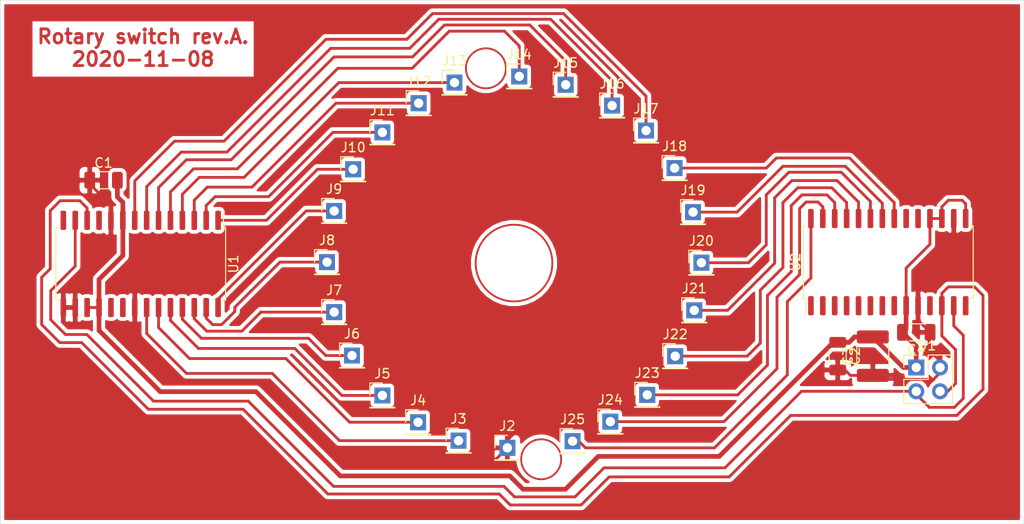
<source format=kicad_pcb>
(kicad_pcb (version 20171130) (host pcbnew "(5.1.7)-1")

  (general
    (thickness 1.6)
    (drawings 17)
    (tracks 287)
    (zones 0)
    (modules 31)
    (nets 28)
  )

  (page A4)
  (layers
    (0 F.Cu signal)
    (31 B.Cu signal)
    (32 B.Adhes user)
    (33 F.Adhes user)
    (34 B.Paste user)
    (35 F.Paste user)
    (36 B.SilkS user)
    (37 F.SilkS user)
    (38 B.Mask user)
    (39 F.Mask user)
    (40 Dwgs.User user)
    (41 Cmts.User user)
    (42 Eco1.User user)
    (43 Eco2.User user)
    (44 Edge.Cuts user)
    (45 Margin user)
    (46 B.CrtYd user)
    (47 F.CrtYd user)
    (48 B.Fab user)
    (49 F.Fab user)
  )

  (setup
    (last_trace_width 0.3)
    (user_trace_width 0.5)
    (trace_clearance 0.25)
    (zone_clearance 0.4)
    (zone_45_only no)
    (trace_min 0.2)
    (via_size 0.8)
    (via_drill 0.4)
    (via_min_size 0.4)
    (via_min_drill 0.3)
    (uvia_size 0.3)
    (uvia_drill 0.1)
    (uvias_allowed no)
    (uvia_min_size 0.2)
    (uvia_min_drill 0.1)
    (edge_width 0.05)
    (segment_width 0.2)
    (pcb_text_width 0.3)
    (pcb_text_size 1.5 1.5)
    (mod_edge_width 0.12)
    (mod_text_size 1 1)
    (mod_text_width 0.15)
    (pad_size 1.524 1.524)
    (pad_drill 0.762)
    (pad_to_mask_clearance 0)
    (aux_axis_origin 0 0)
    (visible_elements 7FFFFFFF)
    (pcbplotparams
      (layerselection 0x010fc_ffffffff)
      (usegerberextensions false)
      (usegerberattributes true)
      (usegerberadvancedattributes true)
      (creategerberjobfile true)
      (excludeedgelayer true)
      (linewidth 0.100000)
      (plotframeref false)
      (viasonmask false)
      (mode 1)
      (useauxorigin false)
      (hpglpennumber 1)
      (hpglpenspeed 20)
      (hpglpendiameter 15.000000)
      (psnegative false)
      (psa4output false)
      (plotreference true)
      (plotvalue true)
      (plotinvisibletext false)
      (padsonsilk false)
      (subtractmaskfromsilk false)
      (outputformat 1)
      (mirror false)
      (drillshape 1)
      (scaleselection 1)
      (outputdirectory ""))
  )

  (net 0 "")
  (net 1 +5V)
  (net 2 GND)
  (net 3 /SDA)
  (net 4 /SCK)
  (net 5 /R_02)
  (net 6 /R_03)
  (net 7 /R_04)
  (net 8 /R_05)
  (net 9 /R_06)
  (net 10 /R_07)
  (net 11 /R_08)
  (net 12 /R_09)
  (net 13 /R_10)
  (net 14 /R_11)
  (net 15 /R_12)
  (net 16 /R_13)
  (net 17 /R_14)
  (net 18 /R_15)
  (net 19 /R_16)
  (net 20 /R_17)
  (net 21 /R_18)
  (net 22 /R_19)
  (net 23 /R_20)
  (net 24 /R_21)
  (net 25 /R_22)
  (net 26 /R_23)
  (net 27 /R_24)

  (net_class Default "This is the default net class."
    (clearance 0.25)
    (trace_width 0.3)
    (via_dia 0.8)
    (via_drill 0.4)
    (uvia_dia 0.3)
    (uvia_drill 0.1)
    (add_net +5V)
    (add_net /R_02)
    (add_net /R_03)
    (add_net /R_04)
    (add_net /R_05)
    (add_net /R_06)
    (add_net /R_07)
    (add_net /R_08)
    (add_net /R_09)
    (add_net /R_10)
    (add_net /R_11)
    (add_net /R_12)
    (add_net /R_13)
    (add_net /R_14)
    (add_net /R_15)
    (add_net /R_16)
    (add_net /R_17)
    (add_net /R_18)
    (add_net /R_19)
    (add_net /R_20)
    (add_net /R_21)
    (add_net /R_22)
    (add_net /R_23)
    (add_net /R_24)
    (add_net /SCK)
    (add_net /SDA)
    (add_net GND)
  )

  (module Connector_PinHeader_2.54mm:PinHeader_2x02_P2.54mm_Vertical (layer F.Cu) (tedit 59FED5CC) (tstamp 5FA83B7C)
    (at 186.6265 82.3595)
    (descr "Through hole straight pin header, 2x02, 2.54mm pitch, double rows")
    (tags "Through hole pin header THT 2x02 2.54mm double row")
    (path /5FA80D95)
    (fp_text reference J1 (at 1.27 -2.33) (layer F.SilkS)
      (effects (font (size 1 1) (thickness 0.15)))
    )
    (fp_text value CONN (at 1.27 4.87) (layer F.Fab)
      (effects (font (size 1 1) (thickness 0.15)))
    )
    (fp_line (start 4.35 -1.8) (end -1.8 -1.8) (layer F.CrtYd) (width 0.05))
    (fp_line (start 4.35 4.35) (end 4.35 -1.8) (layer F.CrtYd) (width 0.05))
    (fp_line (start -1.8 4.35) (end 4.35 4.35) (layer F.CrtYd) (width 0.05))
    (fp_line (start -1.8 -1.8) (end -1.8 4.35) (layer F.CrtYd) (width 0.05))
    (fp_line (start -1.33 -1.33) (end 0 -1.33) (layer F.SilkS) (width 0.12))
    (fp_line (start -1.33 0) (end -1.33 -1.33) (layer F.SilkS) (width 0.12))
    (fp_line (start 1.27 -1.33) (end 3.87 -1.33) (layer F.SilkS) (width 0.12))
    (fp_line (start 1.27 1.27) (end 1.27 -1.33) (layer F.SilkS) (width 0.12))
    (fp_line (start -1.33 1.27) (end 1.27 1.27) (layer F.SilkS) (width 0.12))
    (fp_line (start 3.87 -1.33) (end 3.87 3.87) (layer F.SilkS) (width 0.12))
    (fp_line (start -1.33 1.27) (end -1.33 3.87) (layer F.SilkS) (width 0.12))
    (fp_line (start -1.33 3.87) (end 3.87 3.87) (layer F.SilkS) (width 0.12))
    (fp_line (start -1.27 0) (end 0 -1.27) (layer F.Fab) (width 0.1))
    (fp_line (start -1.27 3.81) (end -1.27 0) (layer F.Fab) (width 0.1))
    (fp_line (start 3.81 3.81) (end -1.27 3.81) (layer F.Fab) (width 0.1))
    (fp_line (start 3.81 -1.27) (end 3.81 3.81) (layer F.Fab) (width 0.1))
    (fp_line (start 0 -1.27) (end 3.81 -1.27) (layer F.Fab) (width 0.1))
    (fp_text user %R (at 1.27 1.27 90) (layer F.Fab)
      (effects (font (size 1 1) (thickness 0.15)))
    )
    (pad 1 thru_hole rect (at 0 0) (size 1.7 1.7) (drill 1) (layers *.Cu *.Mask)
      (net 1 +5V))
    (pad 2 thru_hole oval (at 2.54 0) (size 1.7 1.7) (drill 1) (layers *.Cu *.Mask)
      (net 2 GND))
    (pad 3 thru_hole oval (at 0 2.54) (size 1.7 1.7) (drill 1) (layers *.Cu *.Mask)
      (net 3 /SDA))
    (pad 4 thru_hole oval (at 2.54 2.54) (size 1.7 1.7) (drill 1) (layers *.Cu *.Mask)
      (net 4 /SCK))
    (model ${KISYS3DMOD}/Connector_PinHeader_2.54mm.3dshapes/PinHeader_2x02_P2.54mm_Vertical.wrl
      (at (xyz 0 0 0))
      (scale (xyz 1 1 1))
      (rotate (xyz 0 0 0))
    )
  )

  (module Connector_PinHeader_2.54mm:PinHeader_1x01_P2.54mm_Vertical (layer F.Cu) (tedit 59FED5CC) (tstamp 5FA83B91)
    (at 143.002 90.932)
    (descr "Through hole straight pin header, 1x01, 2.54mm pitch, single row")
    (tags "Through hole pin header THT 1x01 2.54mm single row")
    (path /5FA87AA1)
    (fp_text reference J2 (at 0 -2.33) (layer F.SilkS)
      (effects (font (size 1 1) (thickness 0.15)))
    )
    (fp_text value Conn_01x01 (at 0 2.33) (layer F.Fab)
      (effects (font (size 1 1) (thickness 0.15)))
    )
    (fp_line (start -0.635 -1.27) (end 1.27 -1.27) (layer F.Fab) (width 0.1))
    (fp_line (start 1.27 -1.27) (end 1.27 1.27) (layer F.Fab) (width 0.1))
    (fp_line (start 1.27 1.27) (end -1.27 1.27) (layer F.Fab) (width 0.1))
    (fp_line (start -1.27 1.27) (end -1.27 -0.635) (layer F.Fab) (width 0.1))
    (fp_line (start -1.27 -0.635) (end -0.635 -1.27) (layer F.Fab) (width 0.1))
    (fp_line (start -1.33 1.33) (end 1.33 1.33) (layer F.SilkS) (width 0.12))
    (fp_line (start -1.33 1.27) (end -1.33 1.33) (layer F.SilkS) (width 0.12))
    (fp_line (start 1.33 1.27) (end 1.33 1.33) (layer F.SilkS) (width 0.12))
    (fp_line (start -1.33 1.27) (end 1.33 1.27) (layer F.SilkS) (width 0.12))
    (fp_line (start -1.33 0) (end -1.33 -1.33) (layer F.SilkS) (width 0.12))
    (fp_line (start -1.33 -1.33) (end 0 -1.33) (layer F.SilkS) (width 0.12))
    (fp_line (start -1.8 -1.8) (end -1.8 1.8) (layer F.CrtYd) (width 0.05))
    (fp_line (start -1.8 1.8) (end 1.8 1.8) (layer F.CrtYd) (width 0.05))
    (fp_line (start 1.8 1.8) (end 1.8 -1.8) (layer F.CrtYd) (width 0.05))
    (fp_line (start 1.8 -1.8) (end -1.8 -1.8) (layer F.CrtYd) (width 0.05))
    (fp_text user %R (at 0 0 90) (layer F.Fab)
      (effects (font (size 1 1) (thickness 0.15)))
    )
    (pad 1 thru_hole rect (at 0 0) (size 1.7 1.7) (drill 1) (layers *.Cu *.Mask)
      (net 2 GND))
    (model ${KISYS3DMOD}/Connector_PinHeader_2.54mm.3dshapes/PinHeader_1x01_P2.54mm_Vertical.wrl
      (at (xyz 0 0 0))
      (scale (xyz 1 1 1))
      (rotate (xyz 0 0 0))
    )
  )

  (module Connector_PinHeader_2.54mm:PinHeader_1x01_P2.54mm_Vertical (layer F.Cu) (tedit 59FED5CC) (tstamp 5FA83BA6)
    (at 137.795 90.17)
    (descr "Through hole straight pin header, 1x01, 2.54mm pitch, single row")
    (tags "Through hole pin header THT 1x01 2.54mm single row")
    (path /5FA89CA4)
    (fp_text reference J3 (at 0 -2.33) (layer F.SilkS)
      (effects (font (size 1 1) (thickness 0.15)))
    )
    (fp_text value Conn_01x01 (at 0 2.33) (layer F.Fab)
      (effects (font (size 1 1) (thickness 0.15)))
    )
    (fp_line (start 1.8 -1.8) (end -1.8 -1.8) (layer F.CrtYd) (width 0.05))
    (fp_line (start 1.8 1.8) (end 1.8 -1.8) (layer F.CrtYd) (width 0.05))
    (fp_line (start -1.8 1.8) (end 1.8 1.8) (layer F.CrtYd) (width 0.05))
    (fp_line (start -1.8 -1.8) (end -1.8 1.8) (layer F.CrtYd) (width 0.05))
    (fp_line (start -1.33 -1.33) (end 0 -1.33) (layer F.SilkS) (width 0.12))
    (fp_line (start -1.33 0) (end -1.33 -1.33) (layer F.SilkS) (width 0.12))
    (fp_line (start -1.33 1.27) (end 1.33 1.27) (layer F.SilkS) (width 0.12))
    (fp_line (start 1.33 1.27) (end 1.33 1.33) (layer F.SilkS) (width 0.12))
    (fp_line (start -1.33 1.27) (end -1.33 1.33) (layer F.SilkS) (width 0.12))
    (fp_line (start -1.33 1.33) (end 1.33 1.33) (layer F.SilkS) (width 0.12))
    (fp_line (start -1.27 -0.635) (end -0.635 -1.27) (layer F.Fab) (width 0.1))
    (fp_line (start -1.27 1.27) (end -1.27 -0.635) (layer F.Fab) (width 0.1))
    (fp_line (start 1.27 1.27) (end -1.27 1.27) (layer F.Fab) (width 0.1))
    (fp_line (start 1.27 -1.27) (end 1.27 1.27) (layer F.Fab) (width 0.1))
    (fp_line (start -0.635 -1.27) (end 1.27 -1.27) (layer F.Fab) (width 0.1))
    (fp_text user %R (at 0 0 90) (layer F.Fab)
      (effects (font (size 1 1) (thickness 0.15)))
    )
    (pad 1 thru_hole rect (at 0 0) (size 1.7 1.7) (drill 1) (layers *.Cu *.Mask)
      (net 5 /R_02))
    (model ${KISYS3DMOD}/Connector_PinHeader_2.54mm.3dshapes/PinHeader_1x01_P2.54mm_Vertical.wrl
      (at (xyz 0 0 0))
      (scale (xyz 1 1 1))
      (rotate (xyz 0 0 0))
    )
  )

  (module Connector_PinHeader_2.54mm:PinHeader_1x01_P2.54mm_Vertical (layer F.Cu) (tedit 59FED5CC) (tstamp 5FA83BBB)
    (at 133.477 88.2015)
    (descr "Through hole straight pin header, 1x01, 2.54mm pitch, single row")
    (tags "Through hole pin header THT 1x01 2.54mm single row")
    (path /5FA89E23)
    (fp_text reference J4 (at 0 -2.33) (layer F.SilkS)
      (effects (font (size 1 1) (thickness 0.15)))
    )
    (fp_text value Conn_01x01 (at 0 2.33) (layer F.Fab)
      (effects (font (size 1 1) (thickness 0.15)))
    )
    (fp_line (start -0.635 -1.27) (end 1.27 -1.27) (layer F.Fab) (width 0.1))
    (fp_line (start 1.27 -1.27) (end 1.27 1.27) (layer F.Fab) (width 0.1))
    (fp_line (start 1.27 1.27) (end -1.27 1.27) (layer F.Fab) (width 0.1))
    (fp_line (start -1.27 1.27) (end -1.27 -0.635) (layer F.Fab) (width 0.1))
    (fp_line (start -1.27 -0.635) (end -0.635 -1.27) (layer F.Fab) (width 0.1))
    (fp_line (start -1.33 1.33) (end 1.33 1.33) (layer F.SilkS) (width 0.12))
    (fp_line (start -1.33 1.27) (end -1.33 1.33) (layer F.SilkS) (width 0.12))
    (fp_line (start 1.33 1.27) (end 1.33 1.33) (layer F.SilkS) (width 0.12))
    (fp_line (start -1.33 1.27) (end 1.33 1.27) (layer F.SilkS) (width 0.12))
    (fp_line (start -1.33 0) (end -1.33 -1.33) (layer F.SilkS) (width 0.12))
    (fp_line (start -1.33 -1.33) (end 0 -1.33) (layer F.SilkS) (width 0.12))
    (fp_line (start -1.8 -1.8) (end -1.8 1.8) (layer F.CrtYd) (width 0.05))
    (fp_line (start -1.8 1.8) (end 1.8 1.8) (layer F.CrtYd) (width 0.05))
    (fp_line (start 1.8 1.8) (end 1.8 -1.8) (layer F.CrtYd) (width 0.05))
    (fp_line (start 1.8 -1.8) (end -1.8 -1.8) (layer F.CrtYd) (width 0.05))
    (fp_text user %R (at 0 0 90) (layer F.Fab)
      (effects (font (size 1 1) (thickness 0.15)))
    )
    (pad 1 thru_hole rect (at 0 0) (size 1.7 1.7) (drill 1) (layers *.Cu *.Mask)
      (net 6 /R_03))
    (model ${KISYS3DMOD}/Connector_PinHeader_2.54mm.3dshapes/PinHeader_1x01_P2.54mm_Vertical.wrl
      (at (xyz 0 0 0))
      (scale (xyz 1 1 1))
      (rotate (xyz 0 0 0))
    )
  )

  (module Connector_PinHeader_2.54mm:PinHeader_1x01_P2.54mm_Vertical (layer F.Cu) (tedit 59FED5CC) (tstamp 5FA83BD0)
    (at 129.667 85.344)
    (descr "Through hole straight pin header, 1x01, 2.54mm pitch, single row")
    (tags "Through hole pin header THT 1x01 2.54mm single row")
    (path /5FA89F87)
    (fp_text reference J5 (at 0 -2.33) (layer F.SilkS)
      (effects (font (size 1 1) (thickness 0.15)))
    )
    (fp_text value Conn_01x01 (at 0 2.33) (layer F.Fab)
      (effects (font (size 1 1) (thickness 0.15)))
    )
    (fp_line (start 1.8 -1.8) (end -1.8 -1.8) (layer F.CrtYd) (width 0.05))
    (fp_line (start 1.8 1.8) (end 1.8 -1.8) (layer F.CrtYd) (width 0.05))
    (fp_line (start -1.8 1.8) (end 1.8 1.8) (layer F.CrtYd) (width 0.05))
    (fp_line (start -1.8 -1.8) (end -1.8 1.8) (layer F.CrtYd) (width 0.05))
    (fp_line (start -1.33 -1.33) (end 0 -1.33) (layer F.SilkS) (width 0.12))
    (fp_line (start -1.33 0) (end -1.33 -1.33) (layer F.SilkS) (width 0.12))
    (fp_line (start -1.33 1.27) (end 1.33 1.27) (layer F.SilkS) (width 0.12))
    (fp_line (start 1.33 1.27) (end 1.33 1.33) (layer F.SilkS) (width 0.12))
    (fp_line (start -1.33 1.27) (end -1.33 1.33) (layer F.SilkS) (width 0.12))
    (fp_line (start -1.33 1.33) (end 1.33 1.33) (layer F.SilkS) (width 0.12))
    (fp_line (start -1.27 -0.635) (end -0.635 -1.27) (layer F.Fab) (width 0.1))
    (fp_line (start -1.27 1.27) (end -1.27 -0.635) (layer F.Fab) (width 0.1))
    (fp_line (start 1.27 1.27) (end -1.27 1.27) (layer F.Fab) (width 0.1))
    (fp_line (start 1.27 -1.27) (end 1.27 1.27) (layer F.Fab) (width 0.1))
    (fp_line (start -0.635 -1.27) (end 1.27 -1.27) (layer F.Fab) (width 0.1))
    (fp_text user %R (at 0 0 90) (layer F.Fab)
      (effects (font (size 1 1) (thickness 0.15)))
    )
    (pad 1 thru_hole rect (at 0 0) (size 1.7 1.7) (drill 1) (layers *.Cu *.Mask)
      (net 7 /R_04))
    (model ${KISYS3DMOD}/Connector_PinHeader_2.54mm.3dshapes/PinHeader_1x01_P2.54mm_Vertical.wrl
      (at (xyz 0 0 0))
      (scale (xyz 1 1 1))
      (rotate (xyz 0 0 0))
    )
  )

  (module Connector_PinHeader_2.54mm:PinHeader_1x01_P2.54mm_Vertical (layer F.Cu) (tedit 59FED5CC) (tstamp 5FA83BE5)
    (at 126.4285 81.0895)
    (descr "Through hole straight pin header, 1x01, 2.54mm pitch, single row")
    (tags "Through hole pin header THT 1x01 2.54mm single row")
    (path /5FA8A91F)
    (fp_text reference J6 (at 0 -2.33) (layer F.SilkS)
      (effects (font (size 1 1) (thickness 0.15)))
    )
    (fp_text value Conn_01x01 (at 0 2.33) (layer F.Fab)
      (effects (font (size 1 1) (thickness 0.15)))
    )
    (fp_line (start -0.635 -1.27) (end 1.27 -1.27) (layer F.Fab) (width 0.1))
    (fp_line (start 1.27 -1.27) (end 1.27 1.27) (layer F.Fab) (width 0.1))
    (fp_line (start 1.27 1.27) (end -1.27 1.27) (layer F.Fab) (width 0.1))
    (fp_line (start -1.27 1.27) (end -1.27 -0.635) (layer F.Fab) (width 0.1))
    (fp_line (start -1.27 -0.635) (end -0.635 -1.27) (layer F.Fab) (width 0.1))
    (fp_line (start -1.33 1.33) (end 1.33 1.33) (layer F.SilkS) (width 0.12))
    (fp_line (start -1.33 1.27) (end -1.33 1.33) (layer F.SilkS) (width 0.12))
    (fp_line (start 1.33 1.27) (end 1.33 1.33) (layer F.SilkS) (width 0.12))
    (fp_line (start -1.33 1.27) (end 1.33 1.27) (layer F.SilkS) (width 0.12))
    (fp_line (start -1.33 0) (end -1.33 -1.33) (layer F.SilkS) (width 0.12))
    (fp_line (start -1.33 -1.33) (end 0 -1.33) (layer F.SilkS) (width 0.12))
    (fp_line (start -1.8 -1.8) (end -1.8 1.8) (layer F.CrtYd) (width 0.05))
    (fp_line (start -1.8 1.8) (end 1.8 1.8) (layer F.CrtYd) (width 0.05))
    (fp_line (start 1.8 1.8) (end 1.8 -1.8) (layer F.CrtYd) (width 0.05))
    (fp_line (start 1.8 -1.8) (end -1.8 -1.8) (layer F.CrtYd) (width 0.05))
    (fp_text user %R (at 0 0 90) (layer F.Fab)
      (effects (font (size 1 1) (thickness 0.15)))
    )
    (pad 1 thru_hole rect (at 0 0) (size 1.7 1.7) (drill 1) (layers *.Cu *.Mask)
      (net 8 /R_05))
    (model ${KISYS3DMOD}/Connector_PinHeader_2.54mm.3dshapes/PinHeader_1x01_P2.54mm_Vertical.wrl
      (at (xyz 0 0 0))
      (scale (xyz 1 1 1))
      (rotate (xyz 0 0 0))
    )
  )

  (module Connector_PinHeader_2.54mm:PinHeader_1x01_P2.54mm_Vertical (layer F.Cu) (tedit 59FED5CC) (tstamp 5FA83BFA)
    (at 124.5235 76.454)
    (descr "Through hole straight pin header, 1x01, 2.54mm pitch, single row")
    (tags "Through hole pin header THT 1x01 2.54mm single row")
    (path /5FA8AAA3)
    (fp_text reference J7 (at 0 -2.33) (layer F.SilkS)
      (effects (font (size 1 1) (thickness 0.15)))
    )
    (fp_text value Conn_01x01 (at 0 2.33) (layer F.Fab)
      (effects (font (size 1 1) (thickness 0.15)))
    )
    (fp_line (start 1.8 -1.8) (end -1.8 -1.8) (layer F.CrtYd) (width 0.05))
    (fp_line (start 1.8 1.8) (end 1.8 -1.8) (layer F.CrtYd) (width 0.05))
    (fp_line (start -1.8 1.8) (end 1.8 1.8) (layer F.CrtYd) (width 0.05))
    (fp_line (start -1.8 -1.8) (end -1.8 1.8) (layer F.CrtYd) (width 0.05))
    (fp_line (start -1.33 -1.33) (end 0 -1.33) (layer F.SilkS) (width 0.12))
    (fp_line (start -1.33 0) (end -1.33 -1.33) (layer F.SilkS) (width 0.12))
    (fp_line (start -1.33 1.27) (end 1.33 1.27) (layer F.SilkS) (width 0.12))
    (fp_line (start 1.33 1.27) (end 1.33 1.33) (layer F.SilkS) (width 0.12))
    (fp_line (start -1.33 1.27) (end -1.33 1.33) (layer F.SilkS) (width 0.12))
    (fp_line (start -1.33 1.33) (end 1.33 1.33) (layer F.SilkS) (width 0.12))
    (fp_line (start -1.27 -0.635) (end -0.635 -1.27) (layer F.Fab) (width 0.1))
    (fp_line (start -1.27 1.27) (end -1.27 -0.635) (layer F.Fab) (width 0.1))
    (fp_line (start 1.27 1.27) (end -1.27 1.27) (layer F.Fab) (width 0.1))
    (fp_line (start 1.27 -1.27) (end 1.27 1.27) (layer F.Fab) (width 0.1))
    (fp_line (start -0.635 -1.27) (end 1.27 -1.27) (layer F.Fab) (width 0.1))
    (fp_text user %R (at 0 0 90) (layer F.Fab)
      (effects (font (size 1 1) (thickness 0.15)))
    )
    (pad 1 thru_hole rect (at 0 0) (size 1.7 1.7) (drill 1) (layers *.Cu *.Mask)
      (net 9 /R_06))
    (model ${KISYS3DMOD}/Connector_PinHeader_2.54mm.3dshapes/PinHeader_1x01_P2.54mm_Vertical.wrl
      (at (xyz 0 0 0))
      (scale (xyz 1 1 1))
      (rotate (xyz 0 0 0))
    )
  )

  (module Connector_PinHeader_2.54mm:PinHeader_1x01_P2.54mm_Vertical (layer F.Cu) (tedit 59FED5CC) (tstamp 5FA83C0F)
    (at 123.7615 71.12)
    (descr "Through hole straight pin header, 1x01, 2.54mm pitch, single row")
    (tags "Through hole pin header THT 1x01 2.54mm single row")
    (path /5FA8AAAF)
    (fp_text reference J8 (at 0 -2.33) (layer F.SilkS)
      (effects (font (size 1 1) (thickness 0.15)))
    )
    (fp_text value Conn_01x01 (at 0 2.33) (layer F.Fab)
      (effects (font (size 1 1) (thickness 0.15)))
    )
    (fp_line (start -0.635 -1.27) (end 1.27 -1.27) (layer F.Fab) (width 0.1))
    (fp_line (start 1.27 -1.27) (end 1.27 1.27) (layer F.Fab) (width 0.1))
    (fp_line (start 1.27 1.27) (end -1.27 1.27) (layer F.Fab) (width 0.1))
    (fp_line (start -1.27 1.27) (end -1.27 -0.635) (layer F.Fab) (width 0.1))
    (fp_line (start -1.27 -0.635) (end -0.635 -1.27) (layer F.Fab) (width 0.1))
    (fp_line (start -1.33 1.33) (end 1.33 1.33) (layer F.SilkS) (width 0.12))
    (fp_line (start -1.33 1.27) (end -1.33 1.33) (layer F.SilkS) (width 0.12))
    (fp_line (start 1.33 1.27) (end 1.33 1.33) (layer F.SilkS) (width 0.12))
    (fp_line (start -1.33 1.27) (end 1.33 1.27) (layer F.SilkS) (width 0.12))
    (fp_line (start -1.33 0) (end -1.33 -1.33) (layer F.SilkS) (width 0.12))
    (fp_line (start -1.33 -1.33) (end 0 -1.33) (layer F.SilkS) (width 0.12))
    (fp_line (start -1.8 -1.8) (end -1.8 1.8) (layer F.CrtYd) (width 0.05))
    (fp_line (start -1.8 1.8) (end 1.8 1.8) (layer F.CrtYd) (width 0.05))
    (fp_line (start 1.8 1.8) (end 1.8 -1.8) (layer F.CrtYd) (width 0.05))
    (fp_line (start 1.8 -1.8) (end -1.8 -1.8) (layer F.CrtYd) (width 0.05))
    (fp_text user %R (at 0 0 90) (layer F.Fab)
      (effects (font (size 1 1) (thickness 0.15)))
    )
    (pad 1 thru_hole rect (at 0 0) (size 1.7 1.7) (drill 1) (layers *.Cu *.Mask)
      (net 10 /R_07))
    (model ${KISYS3DMOD}/Connector_PinHeader_2.54mm.3dshapes/PinHeader_1x01_P2.54mm_Vertical.wrl
      (at (xyz 0 0 0))
      (scale (xyz 1 1 1))
      (rotate (xyz 0 0 0))
    )
  )

  (module Connector_PinHeader_2.54mm:PinHeader_1x01_P2.54mm_Vertical (layer F.Cu) (tedit 59FED5CC) (tstamp 5FA83C24)
    (at 124.5235 65.659)
    (descr "Through hole straight pin header, 1x01, 2.54mm pitch, single row")
    (tags "Through hole pin header THT 1x01 2.54mm single row")
    (path /5FA8AABB)
    (fp_text reference J9 (at 0 -2.33) (layer F.SilkS)
      (effects (font (size 1 1) (thickness 0.15)))
    )
    (fp_text value Conn_01x01 (at 0 2.33) (layer F.Fab)
      (effects (font (size 1 1) (thickness 0.15)))
    )
    (fp_line (start 1.8 -1.8) (end -1.8 -1.8) (layer F.CrtYd) (width 0.05))
    (fp_line (start 1.8 1.8) (end 1.8 -1.8) (layer F.CrtYd) (width 0.05))
    (fp_line (start -1.8 1.8) (end 1.8 1.8) (layer F.CrtYd) (width 0.05))
    (fp_line (start -1.8 -1.8) (end -1.8 1.8) (layer F.CrtYd) (width 0.05))
    (fp_line (start -1.33 -1.33) (end 0 -1.33) (layer F.SilkS) (width 0.12))
    (fp_line (start -1.33 0) (end -1.33 -1.33) (layer F.SilkS) (width 0.12))
    (fp_line (start -1.33 1.27) (end 1.33 1.27) (layer F.SilkS) (width 0.12))
    (fp_line (start 1.33 1.27) (end 1.33 1.33) (layer F.SilkS) (width 0.12))
    (fp_line (start -1.33 1.27) (end -1.33 1.33) (layer F.SilkS) (width 0.12))
    (fp_line (start -1.33 1.33) (end 1.33 1.33) (layer F.SilkS) (width 0.12))
    (fp_line (start -1.27 -0.635) (end -0.635 -1.27) (layer F.Fab) (width 0.1))
    (fp_line (start -1.27 1.27) (end -1.27 -0.635) (layer F.Fab) (width 0.1))
    (fp_line (start 1.27 1.27) (end -1.27 1.27) (layer F.Fab) (width 0.1))
    (fp_line (start 1.27 -1.27) (end 1.27 1.27) (layer F.Fab) (width 0.1))
    (fp_line (start -0.635 -1.27) (end 1.27 -1.27) (layer F.Fab) (width 0.1))
    (fp_text user %R (at 0 0 90) (layer F.Fab)
      (effects (font (size 1 1) (thickness 0.15)))
    )
    (pad 1 thru_hole rect (at 0 0) (size 1.7 1.7) (drill 1) (layers *.Cu *.Mask)
      (net 11 /R_08))
    (model ${KISYS3DMOD}/Connector_PinHeader_2.54mm.3dshapes/PinHeader_1x01_P2.54mm_Vertical.wrl
      (at (xyz 0 0 0))
      (scale (xyz 1 1 1))
      (rotate (xyz 0 0 0))
    )
  )

  (module Connector_PinHeader_2.54mm:PinHeader_1x01_P2.54mm_Vertical (layer F.Cu) (tedit 59FED5CC) (tstamp 5FA83C39)
    (at 126.5555 61.214)
    (descr "Through hole straight pin header, 1x01, 2.54mm pitch, single row")
    (tags "Through hole pin header THT 1x01 2.54mm single row")
    (path /5FA8BBFB)
    (fp_text reference J10 (at 0 -2.33) (layer F.SilkS)
      (effects (font (size 1 1) (thickness 0.15)))
    )
    (fp_text value Conn_01x01 (at 0 2.33) (layer F.Fab)
      (effects (font (size 1 1) (thickness 0.15)))
    )
    (fp_line (start -0.635 -1.27) (end 1.27 -1.27) (layer F.Fab) (width 0.1))
    (fp_line (start 1.27 -1.27) (end 1.27 1.27) (layer F.Fab) (width 0.1))
    (fp_line (start 1.27 1.27) (end -1.27 1.27) (layer F.Fab) (width 0.1))
    (fp_line (start -1.27 1.27) (end -1.27 -0.635) (layer F.Fab) (width 0.1))
    (fp_line (start -1.27 -0.635) (end -0.635 -1.27) (layer F.Fab) (width 0.1))
    (fp_line (start -1.33 1.33) (end 1.33 1.33) (layer F.SilkS) (width 0.12))
    (fp_line (start -1.33 1.27) (end -1.33 1.33) (layer F.SilkS) (width 0.12))
    (fp_line (start 1.33 1.27) (end 1.33 1.33) (layer F.SilkS) (width 0.12))
    (fp_line (start -1.33 1.27) (end 1.33 1.27) (layer F.SilkS) (width 0.12))
    (fp_line (start -1.33 0) (end -1.33 -1.33) (layer F.SilkS) (width 0.12))
    (fp_line (start -1.33 -1.33) (end 0 -1.33) (layer F.SilkS) (width 0.12))
    (fp_line (start -1.8 -1.8) (end -1.8 1.8) (layer F.CrtYd) (width 0.05))
    (fp_line (start -1.8 1.8) (end 1.8 1.8) (layer F.CrtYd) (width 0.05))
    (fp_line (start 1.8 1.8) (end 1.8 -1.8) (layer F.CrtYd) (width 0.05))
    (fp_line (start 1.8 -1.8) (end -1.8 -1.8) (layer F.CrtYd) (width 0.05))
    (fp_text user %R (at 0 0 90) (layer F.Fab)
      (effects (font (size 1 1) (thickness 0.15)))
    )
    (pad 1 thru_hole rect (at 0 0) (size 1.7 1.7) (drill 1) (layers *.Cu *.Mask)
      (net 12 /R_09))
    (model ${KISYS3DMOD}/Connector_PinHeader_2.54mm.3dshapes/PinHeader_1x01_P2.54mm_Vertical.wrl
      (at (xyz 0 0 0))
      (scale (xyz 1 1 1))
      (rotate (xyz 0 0 0))
    )
  )

  (module Connector_PinHeader_2.54mm:PinHeader_1x01_P2.54mm_Vertical (layer F.Cu) (tedit 59FED5CC) (tstamp 5FA83C4E)
    (at 129.667 57.277)
    (descr "Through hole straight pin header, 1x01, 2.54mm pitch, single row")
    (tags "Through hole pin header THT 1x01 2.54mm single row")
    (path /5FA8BDBF)
    (fp_text reference J11 (at 0 -2.33) (layer F.SilkS)
      (effects (font (size 1 1) (thickness 0.15)))
    )
    (fp_text value Conn_01x01 (at 0 2.33) (layer F.Fab)
      (effects (font (size 1 1) (thickness 0.15)))
    )
    (fp_line (start 1.8 -1.8) (end -1.8 -1.8) (layer F.CrtYd) (width 0.05))
    (fp_line (start 1.8 1.8) (end 1.8 -1.8) (layer F.CrtYd) (width 0.05))
    (fp_line (start -1.8 1.8) (end 1.8 1.8) (layer F.CrtYd) (width 0.05))
    (fp_line (start -1.8 -1.8) (end -1.8 1.8) (layer F.CrtYd) (width 0.05))
    (fp_line (start -1.33 -1.33) (end 0 -1.33) (layer F.SilkS) (width 0.12))
    (fp_line (start -1.33 0) (end -1.33 -1.33) (layer F.SilkS) (width 0.12))
    (fp_line (start -1.33 1.27) (end 1.33 1.27) (layer F.SilkS) (width 0.12))
    (fp_line (start 1.33 1.27) (end 1.33 1.33) (layer F.SilkS) (width 0.12))
    (fp_line (start -1.33 1.27) (end -1.33 1.33) (layer F.SilkS) (width 0.12))
    (fp_line (start -1.33 1.33) (end 1.33 1.33) (layer F.SilkS) (width 0.12))
    (fp_line (start -1.27 -0.635) (end -0.635 -1.27) (layer F.Fab) (width 0.1))
    (fp_line (start -1.27 1.27) (end -1.27 -0.635) (layer F.Fab) (width 0.1))
    (fp_line (start 1.27 1.27) (end -1.27 1.27) (layer F.Fab) (width 0.1))
    (fp_line (start 1.27 -1.27) (end 1.27 1.27) (layer F.Fab) (width 0.1))
    (fp_line (start -0.635 -1.27) (end 1.27 -1.27) (layer F.Fab) (width 0.1))
    (fp_text user %R (at 0 0 90) (layer F.Fab)
      (effects (font (size 1 1) (thickness 0.15)))
    )
    (pad 1 thru_hole rect (at 0 0) (size 1.7 1.7) (drill 1) (layers *.Cu *.Mask)
      (net 13 /R_10))
    (model ${KISYS3DMOD}/Connector_PinHeader_2.54mm.3dshapes/PinHeader_1x01_P2.54mm_Vertical.wrl
      (at (xyz 0 0 0))
      (scale (xyz 1 1 1))
      (rotate (xyz 0 0 0))
    )
  )

  (module Connector_PinHeader_2.54mm:PinHeader_1x01_P2.54mm_Vertical (layer F.Cu) (tedit 59FED5CC) (tstamp 5FA83C63)
    (at 133.5405 54.1655)
    (descr "Through hole straight pin header, 1x01, 2.54mm pitch, single row")
    (tags "Through hole pin header THT 1x01 2.54mm single row")
    (path /5FA8BDCB)
    (fp_text reference J12 (at 0 -2.33) (layer F.SilkS)
      (effects (font (size 1 1) (thickness 0.15)))
    )
    (fp_text value Conn_01x01 (at 0 2.33) (layer F.Fab)
      (effects (font (size 1 1) (thickness 0.15)))
    )
    (fp_line (start -0.635 -1.27) (end 1.27 -1.27) (layer F.Fab) (width 0.1))
    (fp_line (start 1.27 -1.27) (end 1.27 1.27) (layer F.Fab) (width 0.1))
    (fp_line (start 1.27 1.27) (end -1.27 1.27) (layer F.Fab) (width 0.1))
    (fp_line (start -1.27 1.27) (end -1.27 -0.635) (layer F.Fab) (width 0.1))
    (fp_line (start -1.27 -0.635) (end -0.635 -1.27) (layer F.Fab) (width 0.1))
    (fp_line (start -1.33 1.33) (end 1.33 1.33) (layer F.SilkS) (width 0.12))
    (fp_line (start -1.33 1.27) (end -1.33 1.33) (layer F.SilkS) (width 0.12))
    (fp_line (start 1.33 1.27) (end 1.33 1.33) (layer F.SilkS) (width 0.12))
    (fp_line (start -1.33 1.27) (end 1.33 1.27) (layer F.SilkS) (width 0.12))
    (fp_line (start -1.33 0) (end -1.33 -1.33) (layer F.SilkS) (width 0.12))
    (fp_line (start -1.33 -1.33) (end 0 -1.33) (layer F.SilkS) (width 0.12))
    (fp_line (start -1.8 -1.8) (end -1.8 1.8) (layer F.CrtYd) (width 0.05))
    (fp_line (start -1.8 1.8) (end 1.8 1.8) (layer F.CrtYd) (width 0.05))
    (fp_line (start 1.8 1.8) (end 1.8 -1.8) (layer F.CrtYd) (width 0.05))
    (fp_line (start 1.8 -1.8) (end -1.8 -1.8) (layer F.CrtYd) (width 0.05))
    (fp_text user %R (at 0 0 90) (layer F.Fab)
      (effects (font (size 1 1) (thickness 0.15)))
    )
    (pad 1 thru_hole rect (at 0 0) (size 1.7 1.7) (drill 1) (layers *.Cu *.Mask)
      (net 14 /R_11))
    (model ${KISYS3DMOD}/Connector_PinHeader_2.54mm.3dshapes/PinHeader_1x01_P2.54mm_Vertical.wrl
      (at (xyz 0 0 0))
      (scale (xyz 1 1 1))
      (rotate (xyz 0 0 0))
    )
  )

  (module Connector_PinHeader_2.54mm:PinHeader_1x01_P2.54mm_Vertical (layer F.Cu) (tedit 59FED5CC) (tstamp 5FA83C78)
    (at 137.3632 51.9684)
    (descr "Through hole straight pin header, 1x01, 2.54mm pitch, single row")
    (tags "Through hole pin header THT 1x01 2.54mm single row")
    (path /5FA8BDD7)
    (fp_text reference J13 (at 0 -2.33) (layer F.SilkS)
      (effects (font (size 1 1) (thickness 0.15)))
    )
    (fp_text value Conn_01x01 (at 0 2.33) (layer F.Fab)
      (effects (font (size 1 1) (thickness 0.15)))
    )
    (fp_line (start 1.8 -1.8) (end -1.8 -1.8) (layer F.CrtYd) (width 0.05))
    (fp_line (start 1.8 1.8) (end 1.8 -1.8) (layer F.CrtYd) (width 0.05))
    (fp_line (start -1.8 1.8) (end 1.8 1.8) (layer F.CrtYd) (width 0.05))
    (fp_line (start -1.8 -1.8) (end -1.8 1.8) (layer F.CrtYd) (width 0.05))
    (fp_line (start -1.33 -1.33) (end 0 -1.33) (layer F.SilkS) (width 0.12))
    (fp_line (start -1.33 0) (end -1.33 -1.33) (layer F.SilkS) (width 0.12))
    (fp_line (start -1.33 1.27) (end 1.33 1.27) (layer F.SilkS) (width 0.12))
    (fp_line (start 1.33 1.27) (end 1.33 1.33) (layer F.SilkS) (width 0.12))
    (fp_line (start -1.33 1.27) (end -1.33 1.33) (layer F.SilkS) (width 0.12))
    (fp_line (start -1.33 1.33) (end 1.33 1.33) (layer F.SilkS) (width 0.12))
    (fp_line (start -1.27 -0.635) (end -0.635 -1.27) (layer F.Fab) (width 0.1))
    (fp_line (start -1.27 1.27) (end -1.27 -0.635) (layer F.Fab) (width 0.1))
    (fp_line (start 1.27 1.27) (end -1.27 1.27) (layer F.Fab) (width 0.1))
    (fp_line (start 1.27 -1.27) (end 1.27 1.27) (layer F.Fab) (width 0.1))
    (fp_line (start -0.635 -1.27) (end 1.27 -1.27) (layer F.Fab) (width 0.1))
    (fp_text user %R (at 0 0 90) (layer F.Fab)
      (effects (font (size 1 1) (thickness 0.15)))
    )
    (pad 1 thru_hole rect (at 0 0) (size 1.7 1.7) (drill 1) (layers *.Cu *.Mask)
      (net 15 /R_12))
    (model ${KISYS3DMOD}/Connector_PinHeader_2.54mm.3dshapes/PinHeader_1x01_P2.54mm_Vertical.wrl
      (at (xyz 0 0 0))
      (scale (xyz 1 1 1))
      (rotate (xyz 0 0 0))
    )
  )

  (module Connector_PinHeader_2.54mm:PinHeader_1x01_P2.54mm_Vertical (layer F.Cu) (tedit 59FED5CC) (tstamp 5FA83C8D)
    (at 144.272 51.308)
    (descr "Through hole straight pin header, 1x01, 2.54mm pitch, single row")
    (tags "Through hole pin header THT 1x01 2.54mm single row")
    (path /5FA8BDE3)
    (fp_text reference J14 (at 0 -2.33) (layer F.SilkS)
      (effects (font (size 1 1) (thickness 0.15)))
    )
    (fp_text value Conn_01x01 (at 0 2.33) (layer F.Fab)
      (effects (font (size 1 1) (thickness 0.15)))
    )
    (fp_line (start -0.635 -1.27) (end 1.27 -1.27) (layer F.Fab) (width 0.1))
    (fp_line (start 1.27 -1.27) (end 1.27 1.27) (layer F.Fab) (width 0.1))
    (fp_line (start 1.27 1.27) (end -1.27 1.27) (layer F.Fab) (width 0.1))
    (fp_line (start -1.27 1.27) (end -1.27 -0.635) (layer F.Fab) (width 0.1))
    (fp_line (start -1.27 -0.635) (end -0.635 -1.27) (layer F.Fab) (width 0.1))
    (fp_line (start -1.33 1.33) (end 1.33 1.33) (layer F.SilkS) (width 0.12))
    (fp_line (start -1.33 1.27) (end -1.33 1.33) (layer F.SilkS) (width 0.12))
    (fp_line (start 1.33 1.27) (end 1.33 1.33) (layer F.SilkS) (width 0.12))
    (fp_line (start -1.33 1.27) (end 1.33 1.27) (layer F.SilkS) (width 0.12))
    (fp_line (start -1.33 0) (end -1.33 -1.33) (layer F.SilkS) (width 0.12))
    (fp_line (start -1.33 -1.33) (end 0 -1.33) (layer F.SilkS) (width 0.12))
    (fp_line (start -1.8 -1.8) (end -1.8 1.8) (layer F.CrtYd) (width 0.05))
    (fp_line (start -1.8 1.8) (end 1.8 1.8) (layer F.CrtYd) (width 0.05))
    (fp_line (start 1.8 1.8) (end 1.8 -1.8) (layer F.CrtYd) (width 0.05))
    (fp_line (start 1.8 -1.8) (end -1.8 -1.8) (layer F.CrtYd) (width 0.05))
    (fp_text user %R (at 0 0 90) (layer F.Fab)
      (effects (font (size 1 1) (thickness 0.15)))
    )
    (pad 1 thru_hole rect (at 0 0) (size 1.7 1.7) (drill 1) (layers *.Cu *.Mask)
      (net 16 /R_13))
    (model ${KISYS3DMOD}/Connector_PinHeader_2.54mm.3dshapes/PinHeader_1x01_P2.54mm_Vertical.wrl
      (at (xyz 0 0 0))
      (scale (xyz 1 1 1))
      (rotate (xyz 0 0 0))
    )
  )

  (module Connector_PinHeader_2.54mm:PinHeader_1x01_P2.54mm_Vertical (layer F.Cu) (tedit 59FED5CC) (tstamp 5FA83CA2)
    (at 149.225 52.197)
    (descr "Through hole straight pin header, 1x01, 2.54mm pitch, single row")
    (tags "Through hole pin header THT 1x01 2.54mm single row")
    (path /5FA8BDEF)
    (fp_text reference J15 (at 0 -2.33) (layer F.SilkS)
      (effects (font (size 1 1) (thickness 0.15)))
    )
    (fp_text value Conn_01x01 (at 0 2.33) (layer F.Fab)
      (effects (font (size 1 1) (thickness 0.15)))
    )
    (fp_line (start 1.8 -1.8) (end -1.8 -1.8) (layer F.CrtYd) (width 0.05))
    (fp_line (start 1.8 1.8) (end 1.8 -1.8) (layer F.CrtYd) (width 0.05))
    (fp_line (start -1.8 1.8) (end 1.8 1.8) (layer F.CrtYd) (width 0.05))
    (fp_line (start -1.8 -1.8) (end -1.8 1.8) (layer F.CrtYd) (width 0.05))
    (fp_line (start -1.33 -1.33) (end 0 -1.33) (layer F.SilkS) (width 0.12))
    (fp_line (start -1.33 0) (end -1.33 -1.33) (layer F.SilkS) (width 0.12))
    (fp_line (start -1.33 1.27) (end 1.33 1.27) (layer F.SilkS) (width 0.12))
    (fp_line (start 1.33 1.27) (end 1.33 1.33) (layer F.SilkS) (width 0.12))
    (fp_line (start -1.33 1.27) (end -1.33 1.33) (layer F.SilkS) (width 0.12))
    (fp_line (start -1.33 1.33) (end 1.33 1.33) (layer F.SilkS) (width 0.12))
    (fp_line (start -1.27 -0.635) (end -0.635 -1.27) (layer F.Fab) (width 0.1))
    (fp_line (start -1.27 1.27) (end -1.27 -0.635) (layer F.Fab) (width 0.1))
    (fp_line (start 1.27 1.27) (end -1.27 1.27) (layer F.Fab) (width 0.1))
    (fp_line (start 1.27 -1.27) (end 1.27 1.27) (layer F.Fab) (width 0.1))
    (fp_line (start -0.635 -1.27) (end 1.27 -1.27) (layer F.Fab) (width 0.1))
    (fp_text user %R (at 0 0 90) (layer F.Fab)
      (effects (font (size 1 1) (thickness 0.15)))
    )
    (pad 1 thru_hole rect (at 0 0) (size 1.7 1.7) (drill 1) (layers *.Cu *.Mask)
      (net 17 /R_14))
    (model ${KISYS3DMOD}/Connector_PinHeader_2.54mm.3dshapes/PinHeader_1x01_P2.54mm_Vertical.wrl
      (at (xyz 0 0 0))
      (scale (xyz 1 1 1))
      (rotate (xyz 0 0 0))
    )
  )

  (module Connector_PinHeader_2.54mm:PinHeader_1x01_P2.54mm_Vertical (layer F.Cu) (tedit 59FED5CC) (tstamp 5FA83CB7)
    (at 154.178 54.4195)
    (descr "Through hole straight pin header, 1x01, 2.54mm pitch, single row")
    (tags "Through hole pin header THT 1x01 2.54mm single row")
    (path /5FA8BDFB)
    (fp_text reference J16 (at 0 -2.33) (layer F.SilkS)
      (effects (font (size 1 1) (thickness 0.15)))
    )
    (fp_text value Conn_01x01 (at 0 2.33) (layer F.Fab)
      (effects (font (size 1 1) (thickness 0.15)))
    )
    (fp_line (start -0.635 -1.27) (end 1.27 -1.27) (layer F.Fab) (width 0.1))
    (fp_line (start 1.27 -1.27) (end 1.27 1.27) (layer F.Fab) (width 0.1))
    (fp_line (start 1.27 1.27) (end -1.27 1.27) (layer F.Fab) (width 0.1))
    (fp_line (start -1.27 1.27) (end -1.27 -0.635) (layer F.Fab) (width 0.1))
    (fp_line (start -1.27 -0.635) (end -0.635 -1.27) (layer F.Fab) (width 0.1))
    (fp_line (start -1.33 1.33) (end 1.33 1.33) (layer F.SilkS) (width 0.12))
    (fp_line (start -1.33 1.27) (end -1.33 1.33) (layer F.SilkS) (width 0.12))
    (fp_line (start 1.33 1.27) (end 1.33 1.33) (layer F.SilkS) (width 0.12))
    (fp_line (start -1.33 1.27) (end 1.33 1.27) (layer F.SilkS) (width 0.12))
    (fp_line (start -1.33 0) (end -1.33 -1.33) (layer F.SilkS) (width 0.12))
    (fp_line (start -1.33 -1.33) (end 0 -1.33) (layer F.SilkS) (width 0.12))
    (fp_line (start -1.8 -1.8) (end -1.8 1.8) (layer F.CrtYd) (width 0.05))
    (fp_line (start -1.8 1.8) (end 1.8 1.8) (layer F.CrtYd) (width 0.05))
    (fp_line (start 1.8 1.8) (end 1.8 -1.8) (layer F.CrtYd) (width 0.05))
    (fp_line (start 1.8 -1.8) (end -1.8 -1.8) (layer F.CrtYd) (width 0.05))
    (fp_text user %R (at 0 0 90) (layer F.Fab)
      (effects (font (size 1 1) (thickness 0.15)))
    )
    (pad 1 thru_hole rect (at 0 0) (size 1.7 1.7) (drill 1) (layers *.Cu *.Mask)
      (net 18 /R_15))
    (model ${KISYS3DMOD}/Connector_PinHeader_2.54mm.3dshapes/PinHeader_1x01_P2.54mm_Vertical.wrl
      (at (xyz 0 0 0))
      (scale (xyz 1 1 1))
      (rotate (xyz 0 0 0))
    )
  )

  (module Connector_PinHeader_2.54mm:PinHeader_1x01_P2.54mm_Vertical (layer F.Cu) (tedit 59FED5CC) (tstamp 5FA83CCC)
    (at 157.7975 57.0865)
    (descr "Through hole straight pin header, 1x01, 2.54mm pitch, single row")
    (tags "Through hole pin header THT 1x01 2.54mm single row")
    (path /5FA8BE07)
    (fp_text reference J17 (at 0 -2.33) (layer F.SilkS)
      (effects (font (size 1 1) (thickness 0.15)))
    )
    (fp_text value Conn_01x01 (at 0 2.33) (layer F.Fab)
      (effects (font (size 1 1) (thickness 0.15)))
    )
    (fp_line (start 1.8 -1.8) (end -1.8 -1.8) (layer F.CrtYd) (width 0.05))
    (fp_line (start 1.8 1.8) (end 1.8 -1.8) (layer F.CrtYd) (width 0.05))
    (fp_line (start -1.8 1.8) (end 1.8 1.8) (layer F.CrtYd) (width 0.05))
    (fp_line (start -1.8 -1.8) (end -1.8 1.8) (layer F.CrtYd) (width 0.05))
    (fp_line (start -1.33 -1.33) (end 0 -1.33) (layer F.SilkS) (width 0.12))
    (fp_line (start -1.33 0) (end -1.33 -1.33) (layer F.SilkS) (width 0.12))
    (fp_line (start -1.33 1.27) (end 1.33 1.27) (layer F.SilkS) (width 0.12))
    (fp_line (start 1.33 1.27) (end 1.33 1.33) (layer F.SilkS) (width 0.12))
    (fp_line (start -1.33 1.27) (end -1.33 1.33) (layer F.SilkS) (width 0.12))
    (fp_line (start -1.33 1.33) (end 1.33 1.33) (layer F.SilkS) (width 0.12))
    (fp_line (start -1.27 -0.635) (end -0.635 -1.27) (layer F.Fab) (width 0.1))
    (fp_line (start -1.27 1.27) (end -1.27 -0.635) (layer F.Fab) (width 0.1))
    (fp_line (start 1.27 1.27) (end -1.27 1.27) (layer F.Fab) (width 0.1))
    (fp_line (start 1.27 -1.27) (end 1.27 1.27) (layer F.Fab) (width 0.1))
    (fp_line (start -0.635 -1.27) (end 1.27 -1.27) (layer F.Fab) (width 0.1))
    (fp_text user %R (at 0 0 90) (layer F.Fab)
      (effects (font (size 1 1) (thickness 0.15)))
    )
    (pad 1 thru_hole rect (at 0 0) (size 1.7 1.7) (drill 1) (layers *.Cu *.Mask)
      (net 19 /R_16))
    (model ${KISYS3DMOD}/Connector_PinHeader_2.54mm.3dshapes/PinHeader_1x01_P2.54mm_Vertical.wrl
      (at (xyz 0 0 0))
      (scale (xyz 1 1 1))
      (rotate (xyz 0 0 0))
    )
  )

  (module Connector_PinHeader_2.54mm:PinHeader_1x01_P2.54mm_Vertical (layer F.Cu) (tedit 59FED5CC) (tstamp 5FA83CE1)
    (at 160.8455 61.087)
    (descr "Through hole straight pin header, 1x01, 2.54mm pitch, single row")
    (tags "Through hole pin header THT 1x01 2.54mm single row")
    (path /5FA8EBBE)
    (fp_text reference J18 (at 0 -2.33) (layer F.SilkS)
      (effects (font (size 1 1) (thickness 0.15)))
    )
    (fp_text value Conn_01x01 (at 0 2.33) (layer F.Fab)
      (effects (font (size 1 1) (thickness 0.15)))
    )
    (fp_line (start -0.635 -1.27) (end 1.27 -1.27) (layer F.Fab) (width 0.1))
    (fp_line (start 1.27 -1.27) (end 1.27 1.27) (layer F.Fab) (width 0.1))
    (fp_line (start 1.27 1.27) (end -1.27 1.27) (layer F.Fab) (width 0.1))
    (fp_line (start -1.27 1.27) (end -1.27 -0.635) (layer F.Fab) (width 0.1))
    (fp_line (start -1.27 -0.635) (end -0.635 -1.27) (layer F.Fab) (width 0.1))
    (fp_line (start -1.33 1.33) (end 1.33 1.33) (layer F.SilkS) (width 0.12))
    (fp_line (start -1.33 1.27) (end -1.33 1.33) (layer F.SilkS) (width 0.12))
    (fp_line (start 1.33 1.27) (end 1.33 1.33) (layer F.SilkS) (width 0.12))
    (fp_line (start -1.33 1.27) (end 1.33 1.27) (layer F.SilkS) (width 0.12))
    (fp_line (start -1.33 0) (end -1.33 -1.33) (layer F.SilkS) (width 0.12))
    (fp_line (start -1.33 -1.33) (end 0 -1.33) (layer F.SilkS) (width 0.12))
    (fp_line (start -1.8 -1.8) (end -1.8 1.8) (layer F.CrtYd) (width 0.05))
    (fp_line (start -1.8 1.8) (end 1.8 1.8) (layer F.CrtYd) (width 0.05))
    (fp_line (start 1.8 1.8) (end 1.8 -1.8) (layer F.CrtYd) (width 0.05))
    (fp_line (start 1.8 -1.8) (end -1.8 -1.8) (layer F.CrtYd) (width 0.05))
    (fp_text user %R (at 0 0 90) (layer F.Fab)
      (effects (font (size 1 1) (thickness 0.15)))
    )
    (pad 1 thru_hole rect (at 0 0) (size 1.7 1.7) (drill 1) (layers *.Cu *.Mask)
      (net 20 /R_17))
    (model ${KISYS3DMOD}/Connector_PinHeader_2.54mm.3dshapes/PinHeader_1x01_P2.54mm_Vertical.wrl
      (at (xyz 0 0 0))
      (scale (xyz 1 1 1))
      (rotate (xyz 0 0 0))
    )
  )

  (module Connector_PinHeader_2.54mm:PinHeader_1x01_P2.54mm_Vertical (layer F.Cu) (tedit 59FED5CC) (tstamp 5FA83CF6)
    (at 162.814 65.786)
    (descr "Through hole straight pin header, 1x01, 2.54mm pitch, single row")
    (tags "Through hole pin header THT 1x01 2.54mm single row")
    (path /5FA8EE02)
    (fp_text reference J19 (at 0 -2.33) (layer F.SilkS)
      (effects (font (size 1 1) (thickness 0.15)))
    )
    (fp_text value Conn_01x01 (at 0 2.33) (layer F.Fab)
      (effects (font (size 1 1) (thickness 0.15)))
    )
    (fp_line (start 1.8 -1.8) (end -1.8 -1.8) (layer F.CrtYd) (width 0.05))
    (fp_line (start 1.8 1.8) (end 1.8 -1.8) (layer F.CrtYd) (width 0.05))
    (fp_line (start -1.8 1.8) (end 1.8 1.8) (layer F.CrtYd) (width 0.05))
    (fp_line (start -1.8 -1.8) (end -1.8 1.8) (layer F.CrtYd) (width 0.05))
    (fp_line (start -1.33 -1.33) (end 0 -1.33) (layer F.SilkS) (width 0.12))
    (fp_line (start -1.33 0) (end -1.33 -1.33) (layer F.SilkS) (width 0.12))
    (fp_line (start -1.33 1.27) (end 1.33 1.27) (layer F.SilkS) (width 0.12))
    (fp_line (start 1.33 1.27) (end 1.33 1.33) (layer F.SilkS) (width 0.12))
    (fp_line (start -1.33 1.27) (end -1.33 1.33) (layer F.SilkS) (width 0.12))
    (fp_line (start -1.33 1.33) (end 1.33 1.33) (layer F.SilkS) (width 0.12))
    (fp_line (start -1.27 -0.635) (end -0.635 -1.27) (layer F.Fab) (width 0.1))
    (fp_line (start -1.27 1.27) (end -1.27 -0.635) (layer F.Fab) (width 0.1))
    (fp_line (start 1.27 1.27) (end -1.27 1.27) (layer F.Fab) (width 0.1))
    (fp_line (start 1.27 -1.27) (end 1.27 1.27) (layer F.Fab) (width 0.1))
    (fp_line (start -0.635 -1.27) (end 1.27 -1.27) (layer F.Fab) (width 0.1))
    (fp_text user %R (at 0 0 90) (layer F.Fab)
      (effects (font (size 1 1) (thickness 0.15)))
    )
    (pad 1 thru_hole rect (at 0 0) (size 1.7 1.7) (drill 1) (layers *.Cu *.Mask)
      (net 21 /R_18))
    (model ${KISYS3DMOD}/Connector_PinHeader_2.54mm.3dshapes/PinHeader_1x01_P2.54mm_Vertical.wrl
      (at (xyz 0 0 0))
      (scale (xyz 1 1 1))
      (rotate (xyz 0 0 0))
    )
  )

  (module Connector_PinHeader_2.54mm:PinHeader_1x01_P2.54mm_Vertical (layer F.Cu) (tedit 59FED5CC) (tstamp 5FA83D0B)
    (at 163.703 71.1835)
    (descr "Through hole straight pin header, 1x01, 2.54mm pitch, single row")
    (tags "Through hole pin header THT 1x01 2.54mm single row")
    (path /5FA8EE0E)
    (fp_text reference J20 (at 0 -2.33) (layer F.SilkS)
      (effects (font (size 1 1) (thickness 0.15)))
    )
    (fp_text value Conn_01x01 (at 0 2.33) (layer F.Fab)
      (effects (font (size 1 1) (thickness 0.15)))
    )
    (fp_line (start -0.635 -1.27) (end 1.27 -1.27) (layer F.Fab) (width 0.1))
    (fp_line (start 1.27 -1.27) (end 1.27 1.27) (layer F.Fab) (width 0.1))
    (fp_line (start 1.27 1.27) (end -1.27 1.27) (layer F.Fab) (width 0.1))
    (fp_line (start -1.27 1.27) (end -1.27 -0.635) (layer F.Fab) (width 0.1))
    (fp_line (start -1.27 -0.635) (end -0.635 -1.27) (layer F.Fab) (width 0.1))
    (fp_line (start -1.33 1.33) (end 1.33 1.33) (layer F.SilkS) (width 0.12))
    (fp_line (start -1.33 1.27) (end -1.33 1.33) (layer F.SilkS) (width 0.12))
    (fp_line (start 1.33 1.27) (end 1.33 1.33) (layer F.SilkS) (width 0.12))
    (fp_line (start -1.33 1.27) (end 1.33 1.27) (layer F.SilkS) (width 0.12))
    (fp_line (start -1.33 0) (end -1.33 -1.33) (layer F.SilkS) (width 0.12))
    (fp_line (start -1.33 -1.33) (end 0 -1.33) (layer F.SilkS) (width 0.12))
    (fp_line (start -1.8 -1.8) (end -1.8 1.8) (layer F.CrtYd) (width 0.05))
    (fp_line (start -1.8 1.8) (end 1.8 1.8) (layer F.CrtYd) (width 0.05))
    (fp_line (start 1.8 1.8) (end 1.8 -1.8) (layer F.CrtYd) (width 0.05))
    (fp_line (start 1.8 -1.8) (end -1.8 -1.8) (layer F.CrtYd) (width 0.05))
    (fp_text user %R (at 0 0 90) (layer F.Fab)
      (effects (font (size 1 1) (thickness 0.15)))
    )
    (pad 1 thru_hole rect (at 0 0) (size 1.7 1.7) (drill 1) (layers *.Cu *.Mask)
      (net 22 /R_19))
    (model ${KISYS3DMOD}/Connector_PinHeader_2.54mm.3dshapes/PinHeader_1x01_P2.54mm_Vertical.wrl
      (at (xyz 0 0 0))
      (scale (xyz 1 1 1))
      (rotate (xyz 0 0 0))
    )
  )

  (module Connector_PinHeader_2.54mm:PinHeader_1x01_P2.54mm_Vertical (layer F.Cu) (tedit 59FED5CC) (tstamp 5FA83D20)
    (at 162.941 76.2635)
    (descr "Through hole straight pin header, 1x01, 2.54mm pitch, single row")
    (tags "Through hole pin header THT 1x01 2.54mm single row")
    (path /5FA8EE1A)
    (fp_text reference J21 (at 0 -2.33) (layer F.SilkS)
      (effects (font (size 1 1) (thickness 0.15)))
    )
    (fp_text value Conn_01x01 (at 0 2.33) (layer F.Fab)
      (effects (font (size 1 1) (thickness 0.15)))
    )
    (fp_line (start 1.8 -1.8) (end -1.8 -1.8) (layer F.CrtYd) (width 0.05))
    (fp_line (start 1.8 1.8) (end 1.8 -1.8) (layer F.CrtYd) (width 0.05))
    (fp_line (start -1.8 1.8) (end 1.8 1.8) (layer F.CrtYd) (width 0.05))
    (fp_line (start -1.8 -1.8) (end -1.8 1.8) (layer F.CrtYd) (width 0.05))
    (fp_line (start -1.33 -1.33) (end 0 -1.33) (layer F.SilkS) (width 0.12))
    (fp_line (start -1.33 0) (end -1.33 -1.33) (layer F.SilkS) (width 0.12))
    (fp_line (start -1.33 1.27) (end 1.33 1.27) (layer F.SilkS) (width 0.12))
    (fp_line (start 1.33 1.27) (end 1.33 1.33) (layer F.SilkS) (width 0.12))
    (fp_line (start -1.33 1.27) (end -1.33 1.33) (layer F.SilkS) (width 0.12))
    (fp_line (start -1.33 1.33) (end 1.33 1.33) (layer F.SilkS) (width 0.12))
    (fp_line (start -1.27 -0.635) (end -0.635 -1.27) (layer F.Fab) (width 0.1))
    (fp_line (start -1.27 1.27) (end -1.27 -0.635) (layer F.Fab) (width 0.1))
    (fp_line (start 1.27 1.27) (end -1.27 1.27) (layer F.Fab) (width 0.1))
    (fp_line (start 1.27 -1.27) (end 1.27 1.27) (layer F.Fab) (width 0.1))
    (fp_line (start -0.635 -1.27) (end 1.27 -1.27) (layer F.Fab) (width 0.1))
    (fp_text user %R (at 0 0 90) (layer F.Fab)
      (effects (font (size 1 1) (thickness 0.15)))
    )
    (pad 1 thru_hole rect (at 0 0) (size 1.7 1.7) (drill 1) (layers *.Cu *.Mask)
      (net 23 /R_20))
    (model ${KISYS3DMOD}/Connector_PinHeader_2.54mm.3dshapes/PinHeader_1x01_P2.54mm_Vertical.wrl
      (at (xyz 0 0 0))
      (scale (xyz 1 1 1))
      (rotate (xyz 0 0 0))
    )
  )

  (module Connector_PinHeader_2.54mm:PinHeader_1x01_P2.54mm_Vertical (layer F.Cu) (tedit 59FED5CC) (tstamp 5FA83D35)
    (at 160.909 81.153)
    (descr "Through hole straight pin header, 1x01, 2.54mm pitch, single row")
    (tags "Through hole pin header THT 1x01 2.54mm single row")
    (path /5FA8EE26)
    (fp_text reference J22 (at 0 -2.33) (layer F.SilkS)
      (effects (font (size 1 1) (thickness 0.15)))
    )
    (fp_text value Conn_01x01 (at 0 2.33) (layer F.Fab)
      (effects (font (size 1 1) (thickness 0.15)))
    )
    (fp_line (start -0.635 -1.27) (end 1.27 -1.27) (layer F.Fab) (width 0.1))
    (fp_line (start 1.27 -1.27) (end 1.27 1.27) (layer F.Fab) (width 0.1))
    (fp_line (start 1.27 1.27) (end -1.27 1.27) (layer F.Fab) (width 0.1))
    (fp_line (start -1.27 1.27) (end -1.27 -0.635) (layer F.Fab) (width 0.1))
    (fp_line (start -1.27 -0.635) (end -0.635 -1.27) (layer F.Fab) (width 0.1))
    (fp_line (start -1.33 1.33) (end 1.33 1.33) (layer F.SilkS) (width 0.12))
    (fp_line (start -1.33 1.27) (end -1.33 1.33) (layer F.SilkS) (width 0.12))
    (fp_line (start 1.33 1.27) (end 1.33 1.33) (layer F.SilkS) (width 0.12))
    (fp_line (start -1.33 1.27) (end 1.33 1.27) (layer F.SilkS) (width 0.12))
    (fp_line (start -1.33 0) (end -1.33 -1.33) (layer F.SilkS) (width 0.12))
    (fp_line (start -1.33 -1.33) (end 0 -1.33) (layer F.SilkS) (width 0.12))
    (fp_line (start -1.8 -1.8) (end -1.8 1.8) (layer F.CrtYd) (width 0.05))
    (fp_line (start -1.8 1.8) (end 1.8 1.8) (layer F.CrtYd) (width 0.05))
    (fp_line (start 1.8 1.8) (end 1.8 -1.8) (layer F.CrtYd) (width 0.05))
    (fp_line (start 1.8 -1.8) (end -1.8 -1.8) (layer F.CrtYd) (width 0.05))
    (fp_text user %R (at 0 0 90) (layer F.Fab)
      (effects (font (size 1 1) (thickness 0.15)))
    )
    (pad 1 thru_hole rect (at 0 0) (size 1.7 1.7) (drill 1) (layers *.Cu *.Mask)
      (net 24 /R_21))
    (model ${KISYS3DMOD}/Connector_PinHeader_2.54mm.3dshapes/PinHeader_1x01_P2.54mm_Vertical.wrl
      (at (xyz 0 0 0))
      (scale (xyz 1 1 1))
      (rotate (xyz 0 0 0))
    )
  )

  (module Connector_PinHeader_2.54mm:PinHeader_1x01_P2.54mm_Vertical (layer F.Cu) (tedit 59FED5CC) (tstamp 5FA83D4A)
    (at 157.9245 85.2805)
    (descr "Through hole straight pin header, 1x01, 2.54mm pitch, single row")
    (tags "Through hole pin header THT 1x01 2.54mm single row")
    (path /5FA8EE32)
    (fp_text reference J23 (at 0 -2.33) (layer F.SilkS)
      (effects (font (size 1 1) (thickness 0.15)))
    )
    (fp_text value Conn_01x01 (at 0 2.33) (layer F.Fab)
      (effects (font (size 1 1) (thickness 0.15)))
    )
    (fp_line (start 1.8 -1.8) (end -1.8 -1.8) (layer F.CrtYd) (width 0.05))
    (fp_line (start 1.8 1.8) (end 1.8 -1.8) (layer F.CrtYd) (width 0.05))
    (fp_line (start -1.8 1.8) (end 1.8 1.8) (layer F.CrtYd) (width 0.05))
    (fp_line (start -1.8 -1.8) (end -1.8 1.8) (layer F.CrtYd) (width 0.05))
    (fp_line (start -1.33 -1.33) (end 0 -1.33) (layer F.SilkS) (width 0.12))
    (fp_line (start -1.33 0) (end -1.33 -1.33) (layer F.SilkS) (width 0.12))
    (fp_line (start -1.33 1.27) (end 1.33 1.27) (layer F.SilkS) (width 0.12))
    (fp_line (start 1.33 1.27) (end 1.33 1.33) (layer F.SilkS) (width 0.12))
    (fp_line (start -1.33 1.27) (end -1.33 1.33) (layer F.SilkS) (width 0.12))
    (fp_line (start -1.33 1.33) (end 1.33 1.33) (layer F.SilkS) (width 0.12))
    (fp_line (start -1.27 -0.635) (end -0.635 -1.27) (layer F.Fab) (width 0.1))
    (fp_line (start -1.27 1.27) (end -1.27 -0.635) (layer F.Fab) (width 0.1))
    (fp_line (start 1.27 1.27) (end -1.27 1.27) (layer F.Fab) (width 0.1))
    (fp_line (start 1.27 -1.27) (end 1.27 1.27) (layer F.Fab) (width 0.1))
    (fp_line (start -0.635 -1.27) (end 1.27 -1.27) (layer F.Fab) (width 0.1))
    (fp_text user %R (at 0 0 90) (layer F.Fab)
      (effects (font (size 1 1) (thickness 0.15)))
    )
    (pad 1 thru_hole rect (at 0 0) (size 1.7 1.7) (drill 1) (layers *.Cu *.Mask)
      (net 25 /R_22))
    (model ${KISYS3DMOD}/Connector_PinHeader_2.54mm.3dshapes/PinHeader_1x01_P2.54mm_Vertical.wrl
      (at (xyz 0 0 0))
      (scale (xyz 1 1 1))
      (rotate (xyz 0 0 0))
    )
  )

  (module Connector_PinHeader_2.54mm:PinHeader_1x01_P2.54mm_Vertical (layer F.Cu) (tedit 59FED5CC) (tstamp 5FA83D5F)
    (at 153.9875 88.138)
    (descr "Through hole straight pin header, 1x01, 2.54mm pitch, single row")
    (tags "Through hole pin header THT 1x01 2.54mm single row")
    (path /5FA8EE3E)
    (fp_text reference J24 (at 0 -2.33) (layer F.SilkS)
      (effects (font (size 1 1) (thickness 0.15)))
    )
    (fp_text value Conn_01x01 (at 0 2.33) (layer F.Fab)
      (effects (font (size 1 1) (thickness 0.15)))
    )
    (fp_line (start -0.635 -1.27) (end 1.27 -1.27) (layer F.Fab) (width 0.1))
    (fp_line (start 1.27 -1.27) (end 1.27 1.27) (layer F.Fab) (width 0.1))
    (fp_line (start 1.27 1.27) (end -1.27 1.27) (layer F.Fab) (width 0.1))
    (fp_line (start -1.27 1.27) (end -1.27 -0.635) (layer F.Fab) (width 0.1))
    (fp_line (start -1.27 -0.635) (end -0.635 -1.27) (layer F.Fab) (width 0.1))
    (fp_line (start -1.33 1.33) (end 1.33 1.33) (layer F.SilkS) (width 0.12))
    (fp_line (start -1.33 1.27) (end -1.33 1.33) (layer F.SilkS) (width 0.12))
    (fp_line (start 1.33 1.27) (end 1.33 1.33) (layer F.SilkS) (width 0.12))
    (fp_line (start -1.33 1.27) (end 1.33 1.27) (layer F.SilkS) (width 0.12))
    (fp_line (start -1.33 0) (end -1.33 -1.33) (layer F.SilkS) (width 0.12))
    (fp_line (start -1.33 -1.33) (end 0 -1.33) (layer F.SilkS) (width 0.12))
    (fp_line (start -1.8 -1.8) (end -1.8 1.8) (layer F.CrtYd) (width 0.05))
    (fp_line (start -1.8 1.8) (end 1.8 1.8) (layer F.CrtYd) (width 0.05))
    (fp_line (start 1.8 1.8) (end 1.8 -1.8) (layer F.CrtYd) (width 0.05))
    (fp_line (start 1.8 -1.8) (end -1.8 -1.8) (layer F.CrtYd) (width 0.05))
    (fp_text user %R (at 0 0 90) (layer F.Fab)
      (effects (font (size 1 1) (thickness 0.15)))
    )
    (pad 1 thru_hole rect (at 0 0) (size 1.7 1.7) (drill 1) (layers *.Cu *.Mask)
      (net 26 /R_23))
    (model ${KISYS3DMOD}/Connector_PinHeader_2.54mm.3dshapes/PinHeader_1x01_P2.54mm_Vertical.wrl
      (at (xyz 0 0 0))
      (scale (xyz 1 1 1))
      (rotate (xyz 0 0 0))
    )
  )

  (module Connector_PinHeader_2.54mm:PinHeader_1x01_P2.54mm_Vertical (layer F.Cu) (tedit 59FED5CC) (tstamp 5FA83D74)
    (at 149.9616 90.2208)
    (descr "Through hole straight pin header, 1x01, 2.54mm pitch, single row")
    (tags "Through hole pin header THT 1x01 2.54mm single row")
    (path /5FA8EE4A)
    (fp_text reference J25 (at 0 -2.33) (layer F.SilkS)
      (effects (font (size 1 1) (thickness 0.15)))
    )
    (fp_text value Conn_01x01 (at 0 2.33) (layer F.Fab)
      (effects (font (size 1 1) (thickness 0.15)))
    )
    (fp_line (start 1.8 -1.8) (end -1.8 -1.8) (layer F.CrtYd) (width 0.05))
    (fp_line (start 1.8 1.8) (end 1.8 -1.8) (layer F.CrtYd) (width 0.05))
    (fp_line (start -1.8 1.8) (end 1.8 1.8) (layer F.CrtYd) (width 0.05))
    (fp_line (start -1.8 -1.8) (end -1.8 1.8) (layer F.CrtYd) (width 0.05))
    (fp_line (start -1.33 -1.33) (end 0 -1.33) (layer F.SilkS) (width 0.12))
    (fp_line (start -1.33 0) (end -1.33 -1.33) (layer F.SilkS) (width 0.12))
    (fp_line (start -1.33 1.27) (end 1.33 1.27) (layer F.SilkS) (width 0.12))
    (fp_line (start 1.33 1.27) (end 1.33 1.33) (layer F.SilkS) (width 0.12))
    (fp_line (start -1.33 1.27) (end -1.33 1.33) (layer F.SilkS) (width 0.12))
    (fp_line (start -1.33 1.33) (end 1.33 1.33) (layer F.SilkS) (width 0.12))
    (fp_line (start -1.27 -0.635) (end -0.635 -1.27) (layer F.Fab) (width 0.1))
    (fp_line (start -1.27 1.27) (end -1.27 -0.635) (layer F.Fab) (width 0.1))
    (fp_line (start 1.27 1.27) (end -1.27 1.27) (layer F.Fab) (width 0.1))
    (fp_line (start 1.27 -1.27) (end 1.27 1.27) (layer F.Fab) (width 0.1))
    (fp_line (start -0.635 -1.27) (end 1.27 -1.27) (layer F.Fab) (width 0.1))
    (fp_text user %R (at 0 0 90) (layer F.Fab)
      (effects (font (size 1 1) (thickness 0.15)))
    )
    (pad 1 thru_hole rect (at 0 0) (size 1.7 1.7) (drill 1) (layers *.Cu *.Mask)
      (net 27 /R_24))
    (model ${KISYS3DMOD}/Connector_PinHeader_2.54mm.3dshapes/PinHeader_1x01_P2.54mm_Vertical.wrl
      (at (xyz 0 0 0))
      (scale (xyz 1 1 1))
      (rotate (xyz 0 0 0))
    )
  )

  (module Package_SO:SOIC-28W_7.5x17.9mm_P1.27mm (layer F.Cu) (tedit 5D9F72B1) (tstamp 5FA83DA7)
    (at 103.886 71.3105 270)
    (descr "SOIC, 28 Pin (JEDEC MS-013AE, https://www.analog.com/media/en/package-pcb-resources/package/35833120341221rw_28.pdf), generated with kicad-footprint-generator ipc_gullwing_generator.py")
    (tags "SOIC SO")
    (path /5FA7D685)
    (attr smd)
    (fp_text reference U1 (at 0 -9.9 270) (layer F.SilkS)
      (effects (font (size 1 1) (thickness 0.15)))
    )
    (fp_text value MCP23017_SO (at 0 9.9 270) (layer F.Fab)
      (effects (font (size 1 1) (thickness 0.15)))
    )
    (fp_line (start 5.93 -9.2) (end -5.93 -9.2) (layer F.CrtYd) (width 0.05))
    (fp_line (start 5.93 9.2) (end 5.93 -9.2) (layer F.CrtYd) (width 0.05))
    (fp_line (start -5.93 9.2) (end 5.93 9.2) (layer F.CrtYd) (width 0.05))
    (fp_line (start -5.93 -9.2) (end -5.93 9.2) (layer F.CrtYd) (width 0.05))
    (fp_line (start -3.75 -7.95) (end -2.75 -8.95) (layer F.Fab) (width 0.1))
    (fp_line (start -3.75 8.95) (end -3.75 -7.95) (layer F.Fab) (width 0.1))
    (fp_line (start 3.75 8.95) (end -3.75 8.95) (layer F.Fab) (width 0.1))
    (fp_line (start 3.75 -8.95) (end 3.75 8.95) (layer F.Fab) (width 0.1))
    (fp_line (start -2.75 -8.95) (end 3.75 -8.95) (layer F.Fab) (width 0.1))
    (fp_line (start -3.86 -8.815) (end -5.675 -8.815) (layer F.SilkS) (width 0.12))
    (fp_line (start -3.86 -9.06) (end -3.86 -8.815) (layer F.SilkS) (width 0.12))
    (fp_line (start 0 -9.06) (end -3.86 -9.06) (layer F.SilkS) (width 0.12))
    (fp_line (start 3.86 -9.06) (end 3.86 -8.815) (layer F.SilkS) (width 0.12))
    (fp_line (start 0 -9.06) (end 3.86 -9.06) (layer F.SilkS) (width 0.12))
    (fp_line (start -3.86 9.06) (end -3.86 8.815) (layer F.SilkS) (width 0.12))
    (fp_line (start 0 9.06) (end -3.86 9.06) (layer F.SilkS) (width 0.12))
    (fp_line (start 3.86 9.06) (end 3.86 8.815) (layer F.SilkS) (width 0.12))
    (fp_line (start 0 9.06) (end 3.86 9.06) (layer F.SilkS) (width 0.12))
    (fp_text user %R (at 0 0 270) (layer F.Fab)
      (effects (font (size 1 1) (thickness 0.15)))
    )
    (pad 1 smd roundrect (at -4.65 -8.255 270) (size 2.05 0.6) (layers F.Cu F.Paste F.Mask) (roundrect_rratio 0.25)
      (net 12 /R_09))
    (pad 2 smd roundrect (at -4.65 -6.985 270) (size 2.05 0.6) (layers F.Cu F.Paste F.Mask) (roundrect_rratio 0.25)
      (net 13 /R_10))
    (pad 3 smd roundrect (at -4.65 -5.715 270) (size 2.05 0.6) (layers F.Cu F.Paste F.Mask) (roundrect_rratio 0.25)
      (net 14 /R_11))
    (pad 4 smd roundrect (at -4.65 -4.445 270) (size 2.05 0.6) (layers F.Cu F.Paste F.Mask) (roundrect_rratio 0.25)
      (net 15 /R_12))
    (pad 5 smd roundrect (at -4.65 -3.175 270) (size 2.05 0.6) (layers F.Cu F.Paste F.Mask) (roundrect_rratio 0.25)
      (net 16 /R_13))
    (pad 6 smd roundrect (at -4.65 -1.905 270) (size 2.05 0.6) (layers F.Cu F.Paste F.Mask) (roundrect_rratio 0.25)
      (net 17 /R_14))
    (pad 7 smd roundrect (at -4.65 -0.635 270) (size 2.05 0.6) (layers F.Cu F.Paste F.Mask) (roundrect_rratio 0.25)
      (net 18 /R_15))
    (pad 8 smd roundrect (at -4.65 0.635 270) (size 2.05 0.6) (layers F.Cu F.Paste F.Mask) (roundrect_rratio 0.25)
      (net 19 /R_16))
    (pad 9 smd roundrect (at -4.65 1.905 270) (size 2.05 0.6) (layers F.Cu F.Paste F.Mask) (roundrect_rratio 0.25)
      (net 1 +5V))
    (pad 10 smd roundrect (at -4.65 3.175 270) (size 2.05 0.6) (layers F.Cu F.Paste F.Mask) (roundrect_rratio 0.25)
      (net 2 GND))
    (pad 11 smd roundrect (at -4.65 4.445 270) (size 2.05 0.6) (layers F.Cu F.Paste F.Mask) (roundrect_rratio 0.25))
    (pad 12 smd roundrect (at -4.65 5.715 270) (size 2.05 0.6) (layers F.Cu F.Paste F.Mask) (roundrect_rratio 0.25)
      (net 4 /SCK))
    (pad 13 smd roundrect (at -4.65 6.985 270) (size 2.05 0.6) (layers F.Cu F.Paste F.Mask) (roundrect_rratio 0.25)
      (net 3 /SDA))
    (pad 14 smd roundrect (at -4.65 8.255 270) (size 2.05 0.6) (layers F.Cu F.Paste F.Mask) (roundrect_rratio 0.25))
    (pad 15 smd roundrect (at 4.65 8.255 270) (size 2.05 0.6) (layers F.Cu F.Paste F.Mask) (roundrect_rratio 0.25)
      (net 2 GND))
    (pad 16 smd roundrect (at 4.65 6.985 270) (size 2.05 0.6) (layers F.Cu F.Paste F.Mask) (roundrect_rratio 0.25)
      (net 2 GND))
    (pad 17 smd roundrect (at 4.65 5.715 270) (size 2.05 0.6) (layers F.Cu F.Paste F.Mask) (roundrect_rratio 0.25)
      (net 1 +5V))
    (pad 18 smd roundrect (at 4.65 4.445 270) (size 2.05 0.6) (layers F.Cu F.Paste F.Mask) (roundrect_rratio 0.25)
      (net 1 +5V))
    (pad 19 smd roundrect (at 4.65 3.175 270) (size 2.05 0.6) (layers F.Cu F.Paste F.Mask) (roundrect_rratio 0.25))
    (pad 20 smd roundrect (at 4.65 1.905 270) (size 2.05 0.6) (layers F.Cu F.Paste F.Mask) (roundrect_rratio 0.25))
    (pad 21 smd roundrect (at 4.65 0.635 270) (size 2.05 0.6) (layers F.Cu F.Paste F.Mask) (roundrect_rratio 0.25)
      (net 2 GND))
    (pad 22 smd roundrect (at 4.65 -0.635 270) (size 2.05 0.6) (layers F.Cu F.Paste F.Mask) (roundrect_rratio 0.25)
      (net 5 /R_02))
    (pad 23 smd roundrect (at 4.65 -1.905 270) (size 2.05 0.6) (layers F.Cu F.Paste F.Mask) (roundrect_rratio 0.25)
      (net 6 /R_03))
    (pad 24 smd roundrect (at 4.65 -3.175 270) (size 2.05 0.6) (layers F.Cu F.Paste F.Mask) (roundrect_rratio 0.25)
      (net 7 /R_04))
    (pad 25 smd roundrect (at 4.65 -4.445 270) (size 2.05 0.6) (layers F.Cu F.Paste F.Mask) (roundrect_rratio 0.25)
      (net 8 /R_05))
    (pad 26 smd roundrect (at 4.65 -5.715 270) (size 2.05 0.6) (layers F.Cu F.Paste F.Mask) (roundrect_rratio 0.25)
      (net 9 /R_06))
    (pad 27 smd roundrect (at 4.65 -6.985 270) (size 2.05 0.6) (layers F.Cu F.Paste F.Mask) (roundrect_rratio 0.25)
      (net 10 /R_07))
    (pad 28 smd roundrect (at 4.65 -8.255 270) (size 2.05 0.6) (layers F.Cu F.Paste F.Mask) (roundrect_rratio 0.25)
      (net 11 /R_08))
    (model ${KISYS3DMOD}/Package_SO.3dshapes/SOIC-28W_7.5x17.9mm_P1.27mm.wrl
      (at (xyz 0 0 0))
      (scale (xyz 1 1 1))
      (rotate (xyz 0 0 0))
    )
  )

  (module Package_SO:SOIC-28W_7.5x17.9mm_P1.27mm (layer F.Cu) (tedit 5D9F72B1) (tstamp 5FA83DDA)
    (at 183.642 71.12 90)
    (descr "SOIC, 28 Pin (JEDEC MS-013AE, https://www.analog.com/media/en/package-pcb-resources/package/35833120341221rw_28.pdf), generated with kicad-footprint-generator ipc_gullwing_generator.py")
    (tags "SOIC SO")
    (path /5FA7E888)
    (attr smd)
    (fp_text reference U2 (at 0 -9.9 90) (layer F.SilkS)
      (effects (font (size 1 1) (thickness 0.15)))
    )
    (fp_text value MCP23017_SO (at 0 9.9 90) (layer F.Fab)
      (effects (font (size 1 1) (thickness 0.15)))
    )
    (fp_line (start 0 9.06) (end 3.86 9.06) (layer F.SilkS) (width 0.12))
    (fp_line (start 3.86 9.06) (end 3.86 8.815) (layer F.SilkS) (width 0.12))
    (fp_line (start 0 9.06) (end -3.86 9.06) (layer F.SilkS) (width 0.12))
    (fp_line (start -3.86 9.06) (end -3.86 8.815) (layer F.SilkS) (width 0.12))
    (fp_line (start 0 -9.06) (end 3.86 -9.06) (layer F.SilkS) (width 0.12))
    (fp_line (start 3.86 -9.06) (end 3.86 -8.815) (layer F.SilkS) (width 0.12))
    (fp_line (start 0 -9.06) (end -3.86 -9.06) (layer F.SilkS) (width 0.12))
    (fp_line (start -3.86 -9.06) (end -3.86 -8.815) (layer F.SilkS) (width 0.12))
    (fp_line (start -3.86 -8.815) (end -5.675 -8.815) (layer F.SilkS) (width 0.12))
    (fp_line (start -2.75 -8.95) (end 3.75 -8.95) (layer F.Fab) (width 0.1))
    (fp_line (start 3.75 -8.95) (end 3.75 8.95) (layer F.Fab) (width 0.1))
    (fp_line (start 3.75 8.95) (end -3.75 8.95) (layer F.Fab) (width 0.1))
    (fp_line (start -3.75 8.95) (end -3.75 -7.95) (layer F.Fab) (width 0.1))
    (fp_line (start -3.75 -7.95) (end -2.75 -8.95) (layer F.Fab) (width 0.1))
    (fp_line (start -5.93 -9.2) (end -5.93 9.2) (layer F.CrtYd) (width 0.05))
    (fp_line (start -5.93 9.2) (end 5.93 9.2) (layer F.CrtYd) (width 0.05))
    (fp_line (start 5.93 9.2) (end 5.93 -9.2) (layer F.CrtYd) (width 0.05))
    (fp_line (start 5.93 -9.2) (end -5.93 -9.2) (layer F.CrtYd) (width 0.05))
    (fp_text user %R (at 0 0 90) (layer F.Fab)
      (effects (font (size 1 1) (thickness 0.15)))
    )
    (pad 28 smd roundrect (at 4.65 -8.255 90) (size 2.05 0.6) (layers F.Cu F.Paste F.Mask) (roundrect_rratio 0.25)
      (net 27 /R_24))
    (pad 27 smd roundrect (at 4.65 -6.985 90) (size 2.05 0.6) (layers F.Cu F.Paste F.Mask) (roundrect_rratio 0.25)
      (net 26 /R_23))
    (pad 26 smd roundrect (at 4.65 -5.715 90) (size 2.05 0.6) (layers F.Cu F.Paste F.Mask) (roundrect_rratio 0.25)
      (net 25 /R_22))
    (pad 25 smd roundrect (at 4.65 -4.445 90) (size 2.05 0.6) (layers F.Cu F.Paste F.Mask) (roundrect_rratio 0.25)
      (net 24 /R_21))
    (pad 24 smd roundrect (at 4.65 -3.175 90) (size 2.05 0.6) (layers F.Cu F.Paste F.Mask) (roundrect_rratio 0.25)
      (net 23 /R_20))
    (pad 23 smd roundrect (at 4.65 -1.905 90) (size 2.05 0.6) (layers F.Cu F.Paste F.Mask) (roundrect_rratio 0.25)
      (net 22 /R_19))
    (pad 22 smd roundrect (at 4.65 -0.635 90) (size 2.05 0.6) (layers F.Cu F.Paste F.Mask) (roundrect_rratio 0.25)
      (net 21 /R_18))
    (pad 21 smd roundrect (at 4.65 0.635 90) (size 2.05 0.6) (layers F.Cu F.Paste F.Mask) (roundrect_rratio 0.25)
      (net 20 /R_17))
    (pad 20 smd roundrect (at 4.65 1.905 90) (size 2.05 0.6) (layers F.Cu F.Paste F.Mask) (roundrect_rratio 0.25))
    (pad 19 smd roundrect (at 4.65 3.175 90) (size 2.05 0.6) (layers F.Cu F.Paste F.Mask) (roundrect_rratio 0.25))
    (pad 18 smd roundrect (at 4.65 4.445 90) (size 2.05 0.6) (layers F.Cu F.Paste F.Mask) (roundrect_rratio 0.25)
      (net 1 +5V))
    (pad 17 smd roundrect (at 4.65 5.715 90) (size 2.05 0.6) (layers F.Cu F.Paste F.Mask) (roundrect_rratio 0.25)
      (net 1 +5V))
    (pad 16 smd roundrect (at 4.65 6.985 90) (size 2.05 0.6) (layers F.Cu F.Paste F.Mask) (roundrect_rratio 0.25)
      (net 2 GND))
    (pad 15 smd roundrect (at 4.65 8.255 90) (size 2.05 0.6) (layers F.Cu F.Paste F.Mask) (roundrect_rratio 0.25)
      (net 1 +5V))
    (pad 14 smd roundrect (at -4.65 8.255 90) (size 2.05 0.6) (layers F.Cu F.Paste F.Mask) (roundrect_rratio 0.25))
    (pad 13 smd roundrect (at -4.65 6.985 90) (size 2.05 0.6) (layers F.Cu F.Paste F.Mask) (roundrect_rratio 0.25)
      (net 3 /SDA))
    (pad 12 smd roundrect (at -4.65 5.715 90) (size 2.05 0.6) (layers F.Cu F.Paste F.Mask) (roundrect_rratio 0.25)
      (net 4 /SCK))
    (pad 11 smd roundrect (at -4.65 4.445 90) (size 2.05 0.6) (layers F.Cu F.Paste F.Mask) (roundrect_rratio 0.25))
    (pad 10 smd roundrect (at -4.65 3.175 90) (size 2.05 0.6) (layers F.Cu F.Paste F.Mask) (roundrect_rratio 0.25)
      (net 2 GND))
    (pad 9 smd roundrect (at -4.65 1.905 90) (size 2.05 0.6) (layers F.Cu F.Paste F.Mask) (roundrect_rratio 0.25)
      (net 1 +5V))
    (pad 8 smd roundrect (at -4.65 0.635 90) (size 2.05 0.6) (layers F.Cu F.Paste F.Mask) (roundrect_rratio 0.25))
    (pad 7 smd roundrect (at -4.65 -0.635 90) (size 2.05 0.6) (layers F.Cu F.Paste F.Mask) (roundrect_rratio 0.25))
    (pad 6 smd roundrect (at -4.65 -1.905 90) (size 2.05 0.6) (layers F.Cu F.Paste F.Mask) (roundrect_rratio 0.25))
    (pad 5 smd roundrect (at -4.65 -3.175 90) (size 2.05 0.6) (layers F.Cu F.Paste F.Mask) (roundrect_rratio 0.25))
    (pad 4 smd roundrect (at -4.65 -4.445 90) (size 2.05 0.6) (layers F.Cu F.Paste F.Mask) (roundrect_rratio 0.25))
    (pad 3 smd roundrect (at -4.65 -5.715 90) (size 2.05 0.6) (layers F.Cu F.Paste F.Mask) (roundrect_rratio 0.25))
    (pad 2 smd roundrect (at -4.65 -6.985 90) (size 2.05 0.6) (layers F.Cu F.Paste F.Mask) (roundrect_rratio 0.25))
    (pad 1 smd roundrect (at -4.65 -8.255 90) (size 2.05 0.6) (layers F.Cu F.Paste F.Mask) (roundrect_rratio 0.25))
    (model ${KISYS3DMOD}/Package_SO.3dshapes/SOIC-28W_7.5x17.9mm_P1.27mm.wrl
      (at (xyz 0 0 0))
      (scale (xyz 1 1 1))
      (rotate (xyz 0 0 0))
    )
  )

  (module Capacitor_SMD:C_1206_3216Metric (layer F.Cu) (tedit 5F68FEEE) (tstamp 5FAA8418)
    (at 99.9236 62.3824)
    (descr "Capacitor SMD 1206 (3216 Metric), square (rectangular) end terminal, IPC_7351 nominal, (Body size source: IPC-SM-782 page 76, https://www.pcb-3d.com/wordpress/wp-content/uploads/ipc-sm-782a_amendment_1_and_2.pdf), generated with kicad-footprint-generator")
    (tags capacitor)
    (path /5FAFD192)
    (attr smd)
    (fp_text reference C1 (at 0 -1.85) (layer F.SilkS)
      (effects (font (size 1 1) (thickness 0.15)))
    )
    (fp_text value C (at 0 1.85) (layer F.Fab)
      (effects (font (size 1 1) (thickness 0.15)))
    )
    (fp_line (start 2.3 1.15) (end -2.3 1.15) (layer F.CrtYd) (width 0.05))
    (fp_line (start 2.3 -1.15) (end 2.3 1.15) (layer F.CrtYd) (width 0.05))
    (fp_line (start -2.3 -1.15) (end 2.3 -1.15) (layer F.CrtYd) (width 0.05))
    (fp_line (start -2.3 1.15) (end -2.3 -1.15) (layer F.CrtYd) (width 0.05))
    (fp_line (start -0.711252 0.91) (end 0.711252 0.91) (layer F.SilkS) (width 0.12))
    (fp_line (start -0.711252 -0.91) (end 0.711252 -0.91) (layer F.SilkS) (width 0.12))
    (fp_line (start 1.6 0.8) (end -1.6 0.8) (layer F.Fab) (width 0.1))
    (fp_line (start 1.6 -0.8) (end 1.6 0.8) (layer F.Fab) (width 0.1))
    (fp_line (start -1.6 -0.8) (end 1.6 -0.8) (layer F.Fab) (width 0.1))
    (fp_line (start -1.6 0.8) (end -1.6 -0.8) (layer F.Fab) (width 0.1))
    (fp_text user %R (at 0 0) (layer F.Fab)
      (effects (font (size 0.8 0.8) (thickness 0.12)))
    )
    (pad 2 smd roundrect (at 1.475 0) (size 1.15 1.8) (layers F.Cu F.Paste F.Mask) (roundrect_rratio 0.217391)
      (net 1 +5V))
    (pad 1 smd roundrect (at -1.475 0) (size 1.15 1.8) (layers F.Cu F.Paste F.Mask) (roundrect_rratio 0.217391)
      (net 2 GND))
    (model ${KISYS3DMOD}/Capacitor_SMD.3dshapes/C_1206_3216Metric.wrl
      (at (xyz 0 0 0))
      (scale (xyz 1 1 1))
      (rotate (xyz 0 0 0))
    )
  )

  (module Capacitor_SMD:C_1206_3216Metric (layer F.Cu) (tedit 5F68FEEE) (tstamp 5FAA8429)
    (at 178.2445 81.153 270)
    (descr "Capacitor SMD 1206 (3216 Metric), square (rectangular) end terminal, IPC_7351 nominal, (Body size source: IPC-SM-782 page 76, https://www.pcb-3d.com/wordpress/wp-content/uploads/ipc-sm-782a_amendment_1_and_2.pdf), generated with kicad-footprint-generator")
    (tags capacitor)
    (path /5FAFBEE6)
    (attr smd)
    (fp_text reference C2 (at 0 -1.85 270) (layer F.SilkS)
      (effects (font (size 1 1) (thickness 0.15)))
    )
    (fp_text value C (at 0 1.85 270) (layer F.Fab)
      (effects (font (size 1 1) (thickness 0.15)))
    )
    (fp_line (start -1.6 0.8) (end -1.6 -0.8) (layer F.Fab) (width 0.1))
    (fp_line (start -1.6 -0.8) (end 1.6 -0.8) (layer F.Fab) (width 0.1))
    (fp_line (start 1.6 -0.8) (end 1.6 0.8) (layer F.Fab) (width 0.1))
    (fp_line (start 1.6 0.8) (end -1.6 0.8) (layer F.Fab) (width 0.1))
    (fp_line (start -0.711252 -0.91) (end 0.711252 -0.91) (layer F.SilkS) (width 0.12))
    (fp_line (start -0.711252 0.91) (end 0.711252 0.91) (layer F.SilkS) (width 0.12))
    (fp_line (start -2.3 1.15) (end -2.3 -1.15) (layer F.CrtYd) (width 0.05))
    (fp_line (start -2.3 -1.15) (end 2.3 -1.15) (layer F.CrtYd) (width 0.05))
    (fp_line (start 2.3 -1.15) (end 2.3 1.15) (layer F.CrtYd) (width 0.05))
    (fp_line (start 2.3 1.15) (end -2.3 1.15) (layer F.CrtYd) (width 0.05))
    (fp_text user %R (at 0 0 270) (layer F.Fab)
      (effects (font (size 0.8 0.8) (thickness 0.12)))
    )
    (pad 1 smd roundrect (at -1.475 0 270) (size 1.15 1.8) (layers F.Cu F.Paste F.Mask) (roundrect_rratio 0.217391)
      (net 1 +5V))
    (pad 2 smd roundrect (at 1.475 0 270) (size 1.15 1.8) (layers F.Cu F.Paste F.Mask) (roundrect_rratio 0.217391)
      (net 2 GND))
    (model ${KISYS3DMOD}/Capacitor_SMD.3dshapes/C_1206_3216Metric.wrl
      (at (xyz 0 0 0))
      (scale (xyz 1 1 1))
      (rotate (xyz 0 0 0))
    )
  )

  (module Capacitor_SMD:C_1812_4532Metric (layer F.Cu) (tedit 5F68FEEE) (tstamp 5FAA843A)
    (at 181.991 81.153 90)
    (descr "Capacitor SMD 1812 (4532 Metric), square (rectangular) end terminal, IPC_7351 nominal, (Body size source: IPC-SM-782 page 76, https://www.pcb-3d.com/wordpress/wp-content/uploads/ipc-sm-782a_amendment_1_and_2.pdf), generated with kicad-footprint-generator")
    (tags capacitor)
    (path /5FAFC743)
    (attr smd)
    (fp_text reference C3 (at 0 -2.65 90) (layer F.SilkS)
      (effects (font (size 1 1) (thickness 0.15)))
    )
    (fp_text value CP (at 0 2.65 90) (layer F.Fab)
      (effects (font (size 1 1) (thickness 0.15)))
    )
    (fp_line (start -2.25 1.6) (end -2.25 -1.6) (layer F.Fab) (width 0.1))
    (fp_line (start -2.25 -1.6) (end 2.25 -1.6) (layer F.Fab) (width 0.1))
    (fp_line (start 2.25 -1.6) (end 2.25 1.6) (layer F.Fab) (width 0.1))
    (fp_line (start 2.25 1.6) (end -2.25 1.6) (layer F.Fab) (width 0.1))
    (fp_line (start -1.161252 -1.71) (end 1.161252 -1.71) (layer F.SilkS) (width 0.12))
    (fp_line (start -1.161252 1.71) (end 1.161252 1.71) (layer F.SilkS) (width 0.12))
    (fp_line (start -3 1.95) (end -3 -1.95) (layer F.CrtYd) (width 0.05))
    (fp_line (start -3 -1.95) (end 3 -1.95) (layer F.CrtYd) (width 0.05))
    (fp_line (start 3 -1.95) (end 3 1.95) (layer F.CrtYd) (width 0.05))
    (fp_line (start 3 1.95) (end -3 1.95) (layer F.CrtYd) (width 0.05))
    (fp_text user %R (at 0 0 90) (layer F.Fab)
      (effects (font (size 1 1) (thickness 0.15)))
    )
    (pad 1 smd roundrect (at -2.05 0 90) (size 1.4 3.4) (layers F.Cu F.Paste F.Mask) (roundrect_rratio 0.178571)
      (net 2 GND))
    (pad 2 smd roundrect (at 2.05 0 90) (size 1.4 3.4) (layers F.Cu F.Paste F.Mask) (roundrect_rratio 0.178571)
      (net 1 +5V))
    (model ${KISYS3DMOD}/Capacitor_SMD.3dshapes/C_1812_4532Metric.wrl
      (at (xyz 0 0 0))
      (scale (xyz 1 1 1))
      (rotate (xyz 0 0 0))
    )
  )

  (module Capacitor_SMD:C_1206_3216Metric (layer F.Cu) (tedit 5F68FEEE) (tstamp 5FAA844B)
    (at 186.6265 78.613 180)
    (descr "Capacitor SMD 1206 (3216 Metric), square (rectangular) end terminal, IPC_7351 nominal, (Body size source: IPC-SM-782 page 76, https://www.pcb-3d.com/wordpress/wp-content/uploads/ipc-sm-782a_amendment_1_and_2.pdf), generated with kicad-footprint-generator")
    (tags capacitor)
    (path /5FB038D1)
    (attr smd)
    (fp_text reference C4 (at 0 -1.85 180) (layer F.SilkS)
      (effects (font (size 1 1) (thickness 0.15)))
    )
    (fp_text value C (at 0 1.85 180) (layer F.Fab)
      (effects (font (size 1 1) (thickness 0.15)))
    )
    (fp_line (start -1.6 0.8) (end -1.6 -0.8) (layer F.Fab) (width 0.1))
    (fp_line (start -1.6 -0.8) (end 1.6 -0.8) (layer F.Fab) (width 0.1))
    (fp_line (start 1.6 -0.8) (end 1.6 0.8) (layer F.Fab) (width 0.1))
    (fp_line (start 1.6 0.8) (end -1.6 0.8) (layer F.Fab) (width 0.1))
    (fp_line (start -0.711252 -0.91) (end 0.711252 -0.91) (layer F.SilkS) (width 0.12))
    (fp_line (start -0.711252 0.91) (end 0.711252 0.91) (layer F.SilkS) (width 0.12))
    (fp_line (start -2.3 1.15) (end -2.3 -1.15) (layer F.CrtYd) (width 0.05))
    (fp_line (start -2.3 -1.15) (end 2.3 -1.15) (layer F.CrtYd) (width 0.05))
    (fp_line (start 2.3 -1.15) (end 2.3 1.15) (layer F.CrtYd) (width 0.05))
    (fp_line (start 2.3 1.15) (end -2.3 1.15) (layer F.CrtYd) (width 0.05))
    (fp_text user %R (at 0 0 180) (layer F.Fab)
      (effects (font (size 0.8 0.8) (thickness 0.12)))
    )
    (pad 1 smd roundrect (at -1.475 0 180) (size 1.15 1.8) (layers F.Cu F.Paste F.Mask) (roundrect_rratio 0.217391)
      (net 2 GND))
    (pad 2 smd roundrect (at 1.475 0 180) (size 1.15 1.8) (layers F.Cu F.Paste F.Mask) (roundrect_rratio 0.217391)
      (net 1 +5V))
    (model ${KISYS3DMOD}/Capacitor_SMD.3dshapes/C_1206_3216Metric.wrl
      (at (xyz 0 0 0))
      (scale (xyz 1 1 1))
      (rotate (xyz 0 0 0))
    )
  )

  (gr_circle (center 146.6088 92.1512) (end 147.9296 93.8276) (layer F.Cu) (width 0.2) (tstamp 5FABBD73))
  (gr_circle (center 140.716 50.4444) (end 142.0368 52.1208) (layer F.Cu) (width 0.2))
  (gr_circle (center 143.7132 71.2216) (end 147.6756 72.2376) (layer F.Cu) (width 0.2))
  (gr_text "Rotary switch rev.A.\n2020-11-08" (at 104.14 48.26) (layer F.Cu)
    (effects (font (size 1.5 1.5) (thickness 0.3)))
  )
  (gr_line (start 88.9 99.06) (end 88.9 43.18) (angle 90) (layer Edge.Cuts) (width 0.05))
  (gr_line (start 198.12 99.06) (end 88.9 99.06) (angle 90) (layer Edge.Cuts) (width 0.05))
  (gr_line (start 198.12 43.18) (end 198.12 99.06) (angle 90) (layer Edge.Cuts) (width 0.05))
  (gr_line (start 88.9 43.18) (end 198.12 43.18) (angle 90) (layer Edge.Cuts) (width 0.05))
  (gr_line (start 129.0955 56.769) (end 158.369 85.6615) (angle 90) (layer Dwgs.User) (width 0.15))
  (gr_line (start 158.115 56.7055) (end 129.2225 85.7885) (angle 90) (layer Dwgs.User) (width 0.15))
  (gr_arc (start 143.637 71.1835) (end 129.0955 56.7055) (angle 90) (layer Dwgs.User) (width 0.15))
  (gr_arc (start 143.764 71.3105) (end 158.369 85.725) (angle 90) (layer Dwgs.User) (width 0.15))
  (gr_circle (center 143.764 71.247) (end 162.433 78.1685) (layer Dwgs.User) (width 0.15))
  (gr_line (start 143.764 88.519) (end 143.764 44.069) (angle 90) (layer Dwgs.User) (width 0.15))
  (gr_line (start 118.11 71.247) (end 171.323 71.247) (angle 90) (layer Dwgs.User) (width 0.15))
  (dimension 20.0025 (width 0.15) (layer Dwgs.User)
    (gr_text "0,7875 w" (at 133.69925 58.7075) (layer Dwgs.User)
      (effects (font (size 1 1) (thickness 0.15)))
    )
    (feature1 (pts (xy 143.7005 79.3115) (xy 143.7005 59.421079)))
    (feature2 (pts (xy 123.698 79.3115) (xy 123.698 59.421079)))
    (crossbar (pts (xy 123.698 60.0075) (xy 143.7005 60.0075)))
    (arrow1a (pts (xy 143.7005 60.0075) (xy 142.573996 60.593921)))
    (arrow1b (pts (xy 143.7005 60.0075) (xy 142.573996 59.421079)))
    (arrow2a (pts (xy 123.698 60.0075) (xy 124.824504 60.593921)))
    (arrow2b (pts (xy 123.698 60.0075) (xy 124.824504 59.421079)))
  )
  (dimension 40.005 (width 0.15) (layer Dwgs.User)
    (gr_text "40,005 mm" (at 143.7005 51.405) (layer Dwgs.User)
      (effects (font (size 1 1) (thickness 0.15)))
    )
    (feature1 (pts (xy 163.703 81.153) (xy 163.703 52.118579)))
    (feature2 (pts (xy 123.698 81.153) (xy 123.698 52.118579)))
    (crossbar (pts (xy 123.698 52.705) (xy 163.703 52.705)))
    (arrow1a (pts (xy 163.703 52.705) (xy 162.576496 53.291421)))
    (arrow1b (pts (xy 163.703 52.705) (xy 162.576496 52.118579)))
    (arrow2a (pts (xy 123.698 52.705) (xy 124.824504 53.291421)))
    (arrow2b (pts (xy 123.698 52.705) (xy 124.824504 52.118579)))
  )

  (segment (start 185.547 75.77) (end 185.547 71.755) (width 0.3) (layer F.Cu) (net 1) (status 400000))
  (segment (start 188.087 69.215) (end 188.087 66.47) (width 0.3) (layer F.Cu) (net 1) (tstamp 5FAA8211) (status 800000))
  (segment (start 185.547 71.755) (end 188.087 69.215) (width 0.3) (layer F.Cu) (net 1) (tstamp 5FAA820F))
  (segment (start 188.087 66.47) (end 189.357 66.47) (width 0.3) (layer F.Cu) (net 1) (status C00000))
  (segment (start 189.357 66.47) (end 189.357 65.2145) (width 0.3) (layer F.Cu) (net 1) (status 400000))
  (segment (start 191.897 64.897) (end 191.897 66.47) (width 0.3) (layer F.Cu) (net 1) (tstamp 5FAA8221) (status 800000))
  (segment (start 191.516 64.516) (end 191.897 64.897) (width 0.3) (layer F.Cu) (net 1) (tstamp 5FAA8220))
  (segment (start 190.0555 64.516) (end 191.516 64.516) (width 0.3) (layer F.Cu) (net 1) (tstamp 5FAA821F))
  (segment (start 189.357 65.2145) (end 190.0555 64.516) (width 0.3) (layer F.Cu) (net 1) (tstamp 5FAA821E))
  (segment (start 99.441 75.9605) (end 98.171 75.9605) (width 0.3) (layer F.Cu) (net 1) (status C00000))
  (segment (start 99.441 75.9605) (end 99.441 72.9615) (width 0.5) (layer F.Cu) (net 1) (status 400000))
  (segment (start 99.441 72.9615) (end 101.981 70.4215) (width 0.5) (layer F.Cu) (net 1) (tstamp 5FAA8236))
  (segment (start 101.981 70.4215) (end 101.981 66.6605) (width 0.5) (layer F.Cu) (net 1) (tstamp 5FAA8238) (status 800000))
  (segment (start 178.2445 79.678) (end 179.4655 79.678) (width 0.5) (layer F.Cu) (net 1) (status 400000))
  (segment (start 180.0405 79.103) (end 181.991 79.103) (width 0.5) (layer F.Cu) (net 1) (tstamp 5FAAB245) (status 800000))
  (segment (start 179.4655 79.678) (end 180.0405 79.103) (width 0.5) (layer F.Cu) (net 1) (tstamp 5FAAB244))
  (segment (start 186.6265 82.3595) (end 185.2475 82.3595) (width 0.5) (layer F.Cu) (net 1) (status 400000))
  (segment (start 185.2475 82.3595) (end 181.991 79.103) (width 0.5) (layer F.Cu) (net 1) (tstamp 5FAAB24C) (status 800000))
  (segment (start 186.6265 82.3595) (end 186.6265 80.088) (width 0.5) (layer F.Cu) (net 1) (status 400000))
  (segment (start 186.6265 80.088) (end 185.1515 78.613) (width 0.5) (layer F.Cu) (net 1) (tstamp 5FAAB5CA) (status 800000))
  (segment (start 185.547 75.77) (end 185.547 78.2175) (width 0.5) (layer F.Cu) (net 1) (status C00000))
  (segment (start 185.547 78.2175) (end 185.1515 78.613) (width 0.3) (layer F.Cu) (net 1) (tstamp 5FAAB5D6) (status C00000))
  (segment (start 101.981 66.6605) (end 101.981 64.7446) (width 0.5) (layer F.Cu) (net 1) (status 400000))
  (segment (start 101.3986 64.1622) (end 101.3986 62.3824) (width 0.5) (layer F.Cu) (net 1) (tstamp 5FAAB056) (status 800000))
  (segment (start 101.981 64.7446) (end 101.3986 64.1622) (width 0.5) (layer F.Cu) (net 1) (tstamp 5FAAB055))
  (segment (start 178.2445 79.678) (end 177.7764 79.678) (width 0.5) (layer F.Cu) (net 1) (status C00000))
  (segment (start 99.441 78.4098) (end 99.441 75.9605) (width 0.5) (layer F.Cu) (net 1) (tstamp 5FAAB0C8) (status 800000))
  (segment (start 105.9688 84.9376) (end 99.441 78.4098) (width 0.5) (layer F.Cu) (net 1) (tstamp 5FAAB0C6))
  (segment (start 116.1796 84.9376) (end 105.9688 84.9376) (width 0.5) (layer F.Cu) (net 1) (tstamp 5FAAB0C4))
  (segment (start 125.1712 93.9292) (end 116.1796 84.9376) (width 0.5) (layer F.Cu) (net 1) (tstamp 5FAAB0C2))
  (segment (start 143.256 93.9292) (end 125.1712 93.9292) (width 0.5) (layer F.Cu) (net 1) (tstamp 5FAAB0C1))
  (segment (start 144.6784 95.3516) (end 143.256 93.9292) (width 0.5) (layer F.Cu) (net 1) (tstamp 5FAAB0C0))
  (segment (start 149.1996 95.3516) (end 144.6784 95.3516) (width 0.5) (layer F.Cu) (net 1) (tstamp 5FAAB0BE))
  (segment (start 152.7048 91.8464) (end 149.1996 95.3516) (width 0.5) (layer F.Cu) (net 1) (tstamp 5FAAB0BD))
  (segment (start 165.608 91.8464) (end 152.7048 91.8464) (width 0.5) (layer F.Cu) (net 1) (tstamp 5FAAB0BB))
  (segment (start 177.7764 79.678) (end 165.608 91.8464) (width 0.5) (layer F.Cu) (net 1) (tstamp 5FAAB0BA) (status 400000))
  (segment (start 186.817 75.77) (end 186.817 72.644) (width 0.3) (layer F.Cu) (net 2) (status 400000))
  (segment (start 190.627 68.834) (end 190.627 68.707) (width 0.3) (layer F.Cu) (net 2) (tstamp 5FAA821A))
  (segment (start 186.817 72.644) (end 190.627 68.834) (width 0.3) (layer F.Cu) (net 2) (tstamp 5FAA8218))
  (segment (start 190.627 68.707) (end 190.627 66.47) (width 0.3) (layer F.Cu) (net 2) (tstamp 5FAA82B3) (status 800000))
  (segment (start 95.631 75.9605) (end 96.901 75.9605) (width 0.3) (layer F.Cu) (net 2) (status C00000))
  (segment (start 96.901 75.9605) (end 96.901 74.2315) (width 0.3) (layer F.Cu) (net 2) (status 400000))
  (segment (start 100.711 70.4215) (end 100.711 66.6605) (width 0.3) (layer F.Cu) (net 2) (tstamp 5FAA823E) (status 800000))
  (segment (start 96.901 74.2315) (end 100.711 70.4215) (width 0.3) (layer F.Cu) (net 2) (tstamp 5FAA823C))
  (segment (start 178.2445 82.628) (end 179.021 82.628) (width 0.3) (layer F.Cu) (net 2) (status C00000))
  (segment (start 179.021 82.628) (end 179.596 83.203) (width 0.3) (layer F.Cu) (net 2) (tstamp 5FAAB248) (status 400000))
  (segment (start 179.596 83.203) (end 181.991 83.203) (width 0.3) (layer F.Cu) (net 2) (tstamp 5FAAB249) (status 800000))
  (segment (start 189.1665 82.3595) (end 189.1665 82.931) (width 0.3) (layer F.Cu) (net 2) (status C00000))
  (segment (start 182.4175 83.6295) (end 181.991 83.203) (width 0.3) (layer F.Cu) (net 2) (tstamp 5FAAB252) (status C00000))
  (segment (start 188.468 83.6295) (end 182.4175 83.6295) (width 0.3) (layer F.Cu) (net 2) (tstamp 5FAAB251) (status 800000))
  (segment (start 189.1665 82.931) (end 188.468 83.6295) (width 0.3) (layer F.Cu) (net 2) (tstamp 5FAAB250) (status 400000))
  (segment (start 189.1665 82.3595) (end 189.1665 81.661) (width 0.3) (layer F.Cu) (net 2) (status C00000))
  (segment (start 189.1665 81.661) (end 188.1015 80.596) (width 0.3) (layer F.Cu) (net 2) (tstamp 5FAAB5CE) (status 400000))
  (segment (start 188.1015 80.596) (end 188.1015 78.613) (width 0.3) (layer F.Cu) (net 2) (tstamp 5FAAB5CF) (status 800000))
  (segment (start 186.817 75.77) (end 186.817 77.3285) (width 0.3) (layer F.Cu) (net 2) (status 400000))
  (segment (start 186.817 77.3285) (end 188.1015 78.613) (width 0.3) (layer F.Cu) (net 2) (tstamp 5FAAB5D2) (status 800000))
  (segment (start 100.711 66.6605) (end 100.711 65.0494) (width 0.3) (layer F.Cu) (net 2) (status 400000))
  (segment (start 98.4486 62.787) (end 98.4486 62.3824) (width 0.3) (layer F.Cu) (net 2) (tstamp 5FAAB05B) (status C00000))
  (segment (start 100.711 65.0494) (end 98.4486 62.787) (width 0.3) (layer F.Cu) (net 2) (tstamp 5FAAB05A) (status 800000))
  (segment (start 190.627 69.7738) (end 190.627 68.707) (width 0.3) (layer F.Cu) (net 2) (tstamp 5FAAB074))
  (segment (start 191.6938 70.8406) (end 190.627 69.7738) (width 0.3) (layer F.Cu) (net 2) (tstamp 5FAAB0E7))
  (segment (start 103.251 75.9605) (end 103.251 78.8162) (width 0.3) (layer F.Cu) (net 2) (status 400000))
  (segment (start 141.1224 92.8116) (end 143.002 90.932) (width 0.3) (layer F.Cu) (net 2) (tstamp 5FAAB07F) (status 800000))
  (segment (start 125.984 92.8116) (end 141.1224 92.8116) (width 0.3) (layer F.Cu) (net 2) (tstamp 5FAAB07D))
  (segment (start 117.094 83.9216) (end 125.984 92.8116) (width 0.3) (layer F.Cu) (net 2) (tstamp 5FAAB07B))
  (segment (start 108.3564 83.9216) (end 117.094 83.9216) (width 0.3) (layer F.Cu) (net 2) (tstamp 5FAAB079))
  (segment (start 103.251 78.8162) (end 108.3564 83.9216) (width 0.3) (layer F.Cu) (net 2) (tstamp 5FAAB077))
  (segment (start 143.002 90.932) (end 143.002 90.1192) (width 0.3) (layer F.Cu) (net 2) (status C00000))
  (segment (start 143.002 90.1192) (end 156.4132 76.708) (width 0.3) (layer F.Cu) (net 2) (tstamp 5FAAB0D8) (status 400000))
  (segment (start 156.4132 76.708) (end 156.4132 61.9252) (width 0.3) (layer F.Cu) (net 2) (tstamp 5FAAB0D9))
  (segment (start 156.4132 61.9252) (end 159.6136 58.7248) (width 0.3) (layer F.Cu) (net 2) (tstamp 5FAAB0DB))
  (segment (start 159.6136 58.7248) (end 188.8236 58.7248) (width 0.3) (layer F.Cu) (net 2) (tstamp 5FAAB0DD))
  (segment (start 188.8236 58.7248) (end 194.2592 64.1604) (width 0.3) (layer F.Cu) (net 2) (tstamp 5FAAB0DF))
  (segment (start 194.2592 64.1604) (end 194.2592 68.2752) (width 0.3) (layer F.Cu) (net 2) (tstamp 5FAAB0E1))
  (segment (start 194.2592 68.2752) (end 191.6938 70.8406) (width 0.3) (layer F.Cu) (net 2) (tstamp 5FAAB0E3))
  (segment (start 98.4486 62.3824) (end 95.504 62.3824) (width 0.3) (layer F.Cu) (net 2) (status 400000))
  (segment (start 195.58 74.7268) (end 191.6938 70.8406) (width 0.3) (layer F.Cu) (net 2) (tstamp 5FAAB140))
  (segment (start 195.58 85.0392) (end 195.58 74.7268) (width 0.3) (layer F.Cu) (net 2) (tstamp 5FAAB13E))
  (segment (start 191.516 89.1032) (end 195.58 85.0392) (width 0.3) (layer F.Cu) (net 2) (tstamp 5FAAB13C))
  (segment (start 175.8696 89.1032) (end 191.516 89.1032) (width 0.3) (layer F.Cu) (net 2) (tstamp 5FAAB13A))
  (segment (start 166.9796 97.9932) (end 175.8696 89.1032) (width 0.3) (layer F.Cu) (net 2) (tstamp 5FAAB138))
  (segment (start 124.4092 97.9932) (end 166.9796 97.9932) (width 0.3) (layer F.Cu) (net 2) (tstamp 5FAAB136))
  (segment (start 114.1984 87.7824) (end 124.4092 97.9932) (width 0.3) (layer F.Cu) (net 2) (tstamp 5FAAB134))
  (segment (start 101.6508 87.7824) (end 114.1984 87.7824) (width 0.3) (layer F.Cu) (net 2) (tstamp 5FAAB132))
  (segment (start 92.3036 78.4352) (end 101.6508 87.7824) (width 0.3) (layer F.Cu) (net 2) (tstamp 5FAAB130))
  (segment (start 92.3036 65.5828) (end 92.3036 78.4352) (width 0.3) (layer F.Cu) (net 2) (tstamp 5FAAB12E))
  (segment (start 95.504 62.3824) (end 92.3036 65.5828) (width 0.3) (layer F.Cu) (net 2) (tstamp 5FAAB12C))
  (segment (start 186.6265 84.8995) (end 186.6265 85.217) (width 0.3) (layer F.Cu) (net 3) (status C00000))
  (segment (start 190.627 77.9145) (end 190.627 75.77) (width 0.3) (layer F.Cu) (net 3) (tstamp 5FAA820C) (status 800000))
  (segment (start 191.643 78.9305) (end 190.627 77.9145) (width 0.3) (layer F.Cu) (net 3) (tstamp 5FAA820B))
  (segment (start 191.643 85.6615) (end 191.643 78.9305) (width 0.3) (layer F.Cu) (net 3) (tstamp 5FAA820A))
  (segment (start 190.6905 86.614) (end 191.643 85.6615) (width 0.3) (layer F.Cu) (net 3) (tstamp 5FAA8209))
  (segment (start 188.0235 86.614) (end 190.6905 86.614) (width 0.3) (layer F.Cu) (net 3) (tstamp 5FAA8207))
  (segment (start 186.6265 85.217) (end 188.0235 86.614) (width 0.3) (layer F.Cu) (net 3) (tstamp 5FAA8206) (status 400000))
  (segment (start 96.901 66.6605) (end 96.901 71.5518) (width 0.3) (layer F.Cu) (net 3) (status 400000))
  (segment (start 174.3837 84.8995) (end 186.6265 84.8995) (width 0.3) (layer F.Cu) (net 3) (tstamp 5FAAB101) (status 800000))
  (segment (start 166.2176 93.0656) (end 174.3837 84.8995) (width 0.3) (layer F.Cu) (net 3) (tstamp 5FAAB0FF))
  (segment (start 153.3144 93.0656) (end 166.2176 93.0656) (width 0.3) (layer F.Cu) (net 3) (tstamp 5FAAB0FD))
  (segment (start 150.2156 96.1644) (end 153.3144 93.0656) (width 0.3) (layer F.Cu) (net 3) (tstamp 5FAAB0FB))
  (segment (start 143.764 96.1644) (end 150.2156 96.1644) (width 0.3) (layer F.Cu) (net 3) (tstamp 5FAAB0FA))
  (segment (start 142.6464 95.0468) (end 143.764 96.1644) (width 0.3) (layer F.Cu) (net 3) (tstamp 5FAAB0F9))
  (segment (start 124.46 95.0468) (end 142.6464 95.0468) (width 0.3) (layer F.Cu) (net 3) (tstamp 5FAAB0F7))
  (segment (start 115.3668 85.9536) (end 124.46 95.0468) (width 0.3) (layer F.Cu) (net 3) (tstamp 5FAAB0F5))
  (segment (start 105.2576 85.9536) (end 115.3668 85.9536) (width 0.3) (layer F.Cu) (net 3) (tstamp 5FAAB0F3))
  (segment (start 98.1456 78.8416) (end 105.2576 85.9536) (width 0.3) (layer F.Cu) (net 3) (tstamp 5FAAB0F1))
  (segment (start 95.8596 78.8416) (end 98.1456 78.8416) (width 0.3) (layer F.Cu) (net 3) (tstamp 5FAAB0EF))
  (segment (start 94.2848 77.2668) (end 95.8596 78.8416) (width 0.3) (layer F.Cu) (net 3) (tstamp 5FAAB0EE))
  (segment (start 94.2848 74.168) (end 94.2848 77.2668) (width 0.3) (layer F.Cu) (net 3) (tstamp 5FAAB0EC))
  (segment (start 96.901 71.5518) (end 94.2848 74.168) (width 0.3) (layer F.Cu) (net 3) (tstamp 5FAAB0EA))
  (segment (start 189.1665 84.8995) (end 189.992 84.8995) (width 0.3) (layer F.Cu) (net 4) (status C00000))
  (segment (start 189.357 78.994) (end 189.357 75.77) (width 0.3) (layer F.Cu) (net 4) (tstamp 5FAA8202) (status 800000))
  (segment (start 190.8175 80.4545) (end 189.357 78.994) (width 0.3) (layer F.Cu) (net 4) (tstamp 5FAA8200))
  (segment (start 190.8175 84.074) (end 190.8175 80.4545) (width 0.3) (layer F.Cu) (net 4) (tstamp 5FAA81FF))
  (segment (start 189.992 84.8995) (end 190.8175 84.074) (width 0.3) (layer F.Cu) (net 4) (tstamp 5FAA81FE) (status 400000))
  (segment (start 189.357 75.77) (end 189.357 74.4474) (width 0.3) (layer F.Cu) (net 4) (status 400000))
  (segment (start 98.171 65.3542) (end 98.171 66.6605) (width 0.3) (layer F.Cu) (net 4) (tstamp 5FAAB128) (status 800000))
  (segment (start 97.3836 64.5668) (end 98.171 65.3542) (width 0.3) (layer F.Cu) (net 4) (tstamp 5FAAB127))
  (segment (start 95.3008 64.5668) (end 97.3836 64.5668) (width 0.3) (layer F.Cu) (net 4) (tstamp 5FAAB126))
  (segment (start 94.234 65.6336) (end 95.3008 64.5668) (width 0.3) (layer F.Cu) (net 4) (tstamp 5FAAB125))
  (segment (start 94.234 71.8312) (end 94.234 65.6336) (width 0.3) (layer F.Cu) (net 4) (tstamp 5FAAB124))
  (segment (start 93.3196 72.7456) (end 94.234 71.8312) (width 0.3) (layer F.Cu) (net 4) (tstamp 5FAAB123))
  (segment (start 93.3196 77.7748) (end 93.3196 72.7456) (width 0.3) (layer F.Cu) (net 4) (tstamp 5FAAB121))
  (segment (start 95.25 79.7052) (end 93.3196 77.7748) (width 0.3) (layer F.Cu) (net 4) (tstamp 5FAAB11F))
  (segment (start 97.5868 79.7052) (end 95.25 79.7052) (width 0.3) (layer F.Cu) (net 4) (tstamp 5FAAB11D))
  (segment (start 104.6988 86.8172) (end 97.5868 79.7052) (width 0.3) (layer F.Cu) (net 4) (tstamp 5FAAB11B))
  (segment (start 114.808 86.8172) (end 104.6988 86.8172) (width 0.3) (layer F.Cu) (net 4) (tstamp 5FAAB119))
  (segment (start 123.8504 95.8596) (end 114.808 86.8172) (width 0.3) (layer F.Cu) (net 4) (tstamp 5FAAB117))
  (segment (start 142.1384 95.8596) (end 123.8504 95.8596) (width 0.3) (layer F.Cu) (net 4) (tstamp 5FAAB116))
  (segment (start 143.3068 97.028) (end 142.1384 95.8596) (width 0.3) (layer F.Cu) (net 4) (tstamp 5FAAB115))
  (segment (start 150.876 97.028) (end 143.3068 97.028) (width 0.3) (layer F.Cu) (net 4) (tstamp 5FAAB113))
  (segment (start 153.8732 94.0308) (end 150.876 97.028) (width 0.3) (layer F.Cu) (net 4) (tstamp 5FAAB112))
  (segment (start 166.6748 94.0308) (end 153.8732 94.0308) (width 0.3) (layer F.Cu) (net 4) (tstamp 5FAAB110))
  (segment (start 173.228 87.4776) (end 166.6748 94.0308) (width 0.3) (layer F.Cu) (net 4) (tstamp 5FAAB10F))
  (segment (start 174.0916 87.4776) (end 173.228 87.4776) (width 0.3) (layer F.Cu) (net 4) (tstamp 5FAAB10E))
  (segment (start 190.9572 87.4776) (end 174.0916 87.4776) (width 0.3) (layer F.Cu) (net 4) (tstamp 5FAAB10C))
  (segment (start 193.7512 84.6836) (end 190.9572 87.4776) (width 0.3) (layer F.Cu) (net 4) (tstamp 5FAAB10A))
  (segment (start 193.7512 74.676) (end 193.7512 84.6836) (width 0.3) (layer F.Cu) (net 4) (tstamp 5FAAB109))
  (segment (start 192.8368 73.7616) (end 193.7512 74.676) (width 0.3) (layer F.Cu) (net 4) (tstamp 5FAAB108))
  (segment (start 190.0428 73.7616) (end 192.8368 73.7616) (width 0.3) (layer F.Cu) (net 4) (tstamp 5FAAB107))
  (segment (start 189.357 74.4474) (end 190.0428 73.7616) (width 0.3) (layer F.Cu) (net 4) (tstamp 5FAAB106))
  (segment (start 104.521 75.9605) (end 104.521 78.74) (width 0.3) (layer F.Cu) (net 5) (status 400000))
  (segment (start 125.095 90.17) (end 137.795 90.17) (width 0.3) (layer F.Cu) (net 5) (tstamp 5FAA5C3E) (status 800000))
  (segment (start 117.9195 82.9945) (end 125.095 90.17) (width 0.3) (layer F.Cu) (net 5) (tstamp 5FAA5C3D))
  (segment (start 108.7755 82.9945) (end 117.9195 82.9945) (width 0.3) (layer F.Cu) (net 5) (tstamp 5FAA5C3C))
  (segment (start 104.521 78.74) (end 108.7755 82.9945) (width 0.3) (layer F.Cu) (net 5) (tstamp 5FAA5C3A))
  (segment (start 133.477 88.2015) (end 126.1745 88.2015) (width 0.3) (layer F.Cu) (net 6) (status 400000))
  (segment (start 105.791 78.105) (end 105.791 75.9605) (width 0.3) (layer F.Cu) (net 6) (tstamp 5FAA5C36) (status 800000))
  (segment (start 109.093 81.407) (end 105.791 78.105) (width 0.3) (layer F.Cu) (net 6) (tstamp 5FAA5C34))
  (segment (start 119.38 81.407) (end 109.093 81.407) (width 0.3) (layer F.Cu) (net 6) (tstamp 5FAA5C32))
  (segment (start 126.1745 88.2015) (end 119.38 81.407) (width 0.3) (layer F.Cu) (net 6) (tstamp 5FAA5C30))
  (segment (start 107.061 75.9605) (end 107.061 77.343) (width 0.3) (layer F.Cu) (net 7) (status 400000))
  (segment (start 125.349 85.344) (end 129.667 85.344) (width 0.3) (layer F.Cu) (net 7) (tstamp 5FAA5C2C) (status 800000))
  (segment (start 120.3325 80.3275) (end 125.349 85.344) (width 0.3) (layer F.Cu) (net 7) (tstamp 5FAA5C2A))
  (segment (start 110.0455 80.3275) (end 120.3325 80.3275) (width 0.3) (layer F.Cu) (net 7) (tstamp 5FAA5C28))
  (segment (start 107.061 77.343) (end 110.0455 80.3275) (width 0.3) (layer F.Cu) (net 7) (tstamp 5FAA5C26))
  (segment (start 108.331 75.9605) (end 108.331 77.216) (width 0.3) (layer F.Cu) (net 8) (status 400000))
  (segment (start 123.6345 81.0895) (end 126.4285 81.0895) (width 0.3) (layer F.Cu) (net 8) (tstamp 5FAA5C22) (status 800000))
  (segment (start 121.793 79.248) (end 123.6345 81.0895) (width 0.3) (layer F.Cu) (net 8) (tstamp 5FAA5C20))
  (segment (start 110.363 79.248) (end 121.793 79.248) (width 0.3) (layer F.Cu) (net 8) (tstamp 5FAA5C1E))
  (segment (start 108.331 77.216) (end 110.363 79.248) (width 0.3) (layer F.Cu) (net 8) (tstamp 5FAA5C1C))
  (segment (start 109.601 75.9605) (end 109.601 77.1525) (width 0.3) (layer F.Cu) (net 9) (status 400000))
  (segment (start 116.713 76.454) (end 124.5235 76.454) (width 0.3) (layer F.Cu) (net 9) (tstamp 5FAA5C18) (status 800000))
  (segment (start 114.681 78.486) (end 116.713 76.454) (width 0.3) (layer F.Cu) (net 9) (tstamp 5FAA5C16))
  (segment (start 110.9345 78.486) (end 114.681 78.486) (width 0.3) (layer F.Cu) (net 9) (tstamp 5FAA5C14))
  (segment (start 109.601 77.1525) (end 110.9345 78.486) (width 0.3) (layer F.Cu) (net 9) (tstamp 5FAA5C13))
  (segment (start 110.871 75.9605) (end 110.871 77.089) (width 0.3) (layer F.Cu) (net 10) (status 400000))
  (segment (start 118.745 71.12) (end 123.7615 71.12) (width 0.3) (layer F.Cu) (net 10) (tstamp 5FAA5C0F) (status 800000))
  (segment (start 113.919 75.946) (end 118.745 71.12) (width 0.3) (layer F.Cu) (net 10) (tstamp 5FAA5C0E))
  (segment (start 113.919 76.3905) (end 113.919 75.946) (width 0.3) (layer F.Cu) (net 10) (tstamp 5FAA5C0C))
  (segment (start 112.522 77.7875) (end 113.919 76.3905) (width 0.3) (layer F.Cu) (net 10) (tstamp 5FAA5C0B))
  (segment (start 111.5695 77.7875) (end 112.522 77.7875) (width 0.3) (layer F.Cu) (net 10) (tstamp 5FAA5C0A))
  (segment (start 110.871 77.089) (end 111.5695 77.7875) (width 0.3) (layer F.Cu) (net 10) (tstamp 5FAA5C09))
  (segment (start 112.141 75.9605) (end 112.141 75.057) (width 0.3) (layer F.Cu) (net 11) (status C00000))
  (segment (start 121.539 65.659) (end 124.5235 65.659) (width 0.3) (layer F.Cu) (net 11) (tstamp 5FAA5C05) (status 800000))
  (segment (start 112.141 75.057) (end 121.539 65.659) (width 0.3) (layer F.Cu) (net 11) (tstamp 5FAA5C04) (status 400000))
  (segment (start 112.141 66.6605) (end 117.299 66.6605) (width 0.3) (layer F.Cu) (net 12) (status 400000))
  (segment (start 122.7455 61.214) (end 126.5555 61.214) (width 0.3) (layer F.Cu) (net 12) (tstamp 5FAA5C00) (status 800000))
  (segment (start 117.299 66.6605) (end 122.7455 61.214) (width 0.3) (layer F.Cu) (net 12) (tstamp 5FAA5BFE))
  (segment (start 110.871 66.6605) (end 110.871 65.0875) (width 0.3) (layer F.Cu) (net 13) (status 400000))
  (segment (start 124.3965 57.277) (end 129.667 57.277) (width 0.3) (layer F.Cu) (net 13) (tstamp 5FAA5C53) (status 800000))
  (segment (start 117.5385 64.135) (end 124.3965 57.277) (width 0.3) (layer F.Cu) (net 13) (tstamp 5FAA5C51))
  (segment (start 111.8235 64.135) (end 117.5385 64.135) (width 0.3) (layer F.Cu) (net 13) (tstamp 5FAA5C50))
  (segment (start 110.871 65.0875) (end 111.8235 64.135) (width 0.3) (layer F.Cu) (net 13) (tstamp 5FAA5C4F))
  (segment (start 133.5405 54.1655) (end 124.714 54.1655) (width 0.3) (layer F.Cu) (net 14) (status 400000))
  (segment (start 109.601 64.516) (end 109.601 66.6605) (width 0.3) (layer F.Cu) (net 14) (tstamp 5FAA5C5C) (status 800000))
  (segment (start 110.998 63.119) (end 109.601 64.516) (width 0.3) (layer F.Cu) (net 14) (tstamp 5FAA5C5B))
  (segment (start 115.7605 63.119) (end 110.998 63.119) (width 0.3) (layer F.Cu) (net 14) (tstamp 5FAA5C59))
  (segment (start 124.714 54.1655) (end 115.7605 63.119) (width 0.3) (layer F.Cu) (net 14) (tstamp 5FAA5C57))
  (segment (start 137.3632 51.9684) (end 125.0188 51.9684) (width 0.3) (layer F.Cu) (net 15) (status 400000))
  (segment (start 108.331 63.881) (end 108.331 66.6605) (width 0.3) (layer F.Cu) (net 15) (tstamp 5FAAAC13) (status 800000))
  (segment (start 110.1344 62.0776) (end 108.331 63.881) (width 0.3) (layer F.Cu) (net 15) (tstamp 5FAAAC11))
  (segment (start 114.9096 62.0776) (end 110.1344 62.0776) (width 0.3) (layer F.Cu) (net 15) (tstamp 5FAAAC0F))
  (segment (start 125.0188 51.9684) (end 114.9096 62.0776) (width 0.3) (layer F.Cu) (net 15) (tstamp 5FAAAC0D))
  (segment (start 107.061 66.6605) (end 107.061 63.627) (width 0.3) (layer F.Cu) (net 16) (status 400000))
  (segment (start 144.272 48.0568) (end 144.272 51.308) (width 0.3) (layer F.Cu) (net 16) (tstamp 5FAAAC25) (status 800000))
  (segment (start 142.6972 46.482) (end 144.272 48.0568) (width 0.3) (layer F.Cu) (net 16) (tstamp 5FAAAC23))
  (segment (start 136.8044 46.482) (end 142.6972 46.482) (width 0.3) (layer F.Cu) (net 16) (tstamp 5FAAAC21))
  (segment (start 132.842 50.4444) (end 136.8044 46.482) (width 0.3) (layer F.Cu) (net 16) (tstamp 5FAAAC1F))
  (segment (start 124.9172 50.4444) (end 132.842 50.4444) (width 0.3) (layer F.Cu) (net 16) (tstamp 5FAAAC1D))
  (segment (start 114.1984 61.1632) (end 124.9172 50.4444) (width 0.3) (layer F.Cu) (net 16) (tstamp 5FAAAC1B))
  (segment (start 109.5248 61.1632) (end 114.1984 61.1632) (width 0.3) (layer F.Cu) (net 16) (tstamp 5FAAAC19))
  (segment (start 107.061 63.627) (end 109.5248 61.1632) (width 0.3) (layer F.Cu) (net 16) (tstamp 5FAAAC17))
  (segment (start 149.225 52.197) (end 149.225 49.657) (width 0.3) (layer F.Cu) (net 17) (status 400000))
  (segment (start 105.791 63.1698) (end 105.791 66.6605) (width 0.3) (layer F.Cu) (net 17) (tstamp 5FAAAC38) (status 800000))
  (segment (start 108.7628 60.198) (end 105.791 63.1698) (width 0.3) (layer F.Cu) (net 17) (tstamp 5FAAAC36))
  (segment (start 113.538 60.198) (end 108.7628 60.198) (width 0.3) (layer F.Cu) (net 17) (tstamp 5FAAAC34))
  (segment (start 124.5108 49.2252) (end 113.538 60.198) (width 0.3) (layer F.Cu) (net 17) (tstamp 5FAAAC32))
  (segment (start 132.8928 49.2252) (end 124.5108 49.2252) (width 0.3) (layer F.Cu) (net 17) (tstamp 5FAAAC30))
  (segment (start 136.2964 45.8216) (end 132.8928 49.2252) (width 0.3) (layer F.Cu) (net 17) (tstamp 5FAAAC2E))
  (segment (start 145.3896 45.8216) (end 136.2964 45.8216) (width 0.3) (layer F.Cu) (net 17) (tstamp 5FAAAC2C))
  (segment (start 149.225 49.657) (end 145.3896 45.8216) (width 0.3) (layer F.Cu) (net 17) (tstamp 5FAAAC2A))
  (segment (start 104.521 66.6605) (end 104.521 63.0682) (width 0.3) (layer F.Cu) (net 18) (status 400000))
  (segment (start 154.178 51.7652) (end 154.178 54.4195) (width 0.3) (layer F.Cu) (net 18) (tstamp 5FAAAC4A) (status 800000))
  (segment (start 147.6248 45.212) (end 154.178 51.7652) (width 0.3) (layer F.Cu) (net 18) (tstamp 5FAAAC48))
  (segment (start 135.6868 45.212) (end 147.6248 45.212) (width 0.3) (layer F.Cu) (net 18) (tstamp 5FAAAC46))
  (segment (start 132.588 48.3108) (end 135.6868 45.212) (width 0.3) (layer F.Cu) (net 18) (tstamp 5FAAAC44))
  (segment (start 124.1552 48.3108) (end 132.588 48.3108) (width 0.3) (layer F.Cu) (net 18) (tstamp 5FAAAC42))
  (segment (start 113.0808 59.3852) (end 124.1552 48.3108) (width 0.3) (layer F.Cu) (net 18) (tstamp 5FAAAC40))
  (segment (start 108.204 59.3852) (end 113.0808 59.3852) (width 0.3) (layer F.Cu) (net 18) (tstamp 5FAAAC3E))
  (segment (start 104.521 63.0682) (end 108.204 59.3852) (width 0.3) (layer F.Cu) (net 18) (tstamp 5FAAAC3C))
  (segment (start 157.7975 57.0865) (end 157.7975 53.4035) (width 0.3) (layer F.Cu) (net 19) (status 400000))
  (segment (start 103.251 62.4586) (end 103.251 66.6605) (width 0.3) (layer F.Cu) (net 19) (tstamp 5FAAAC5C) (status 800000))
  (segment (start 107.4928 58.2168) (end 103.251 62.4586) (width 0.3) (layer F.Cu) (net 19) (tstamp 5FAAAC5A))
  (segment (start 112.776 58.2168) (end 107.4928 58.2168) (width 0.3) (layer F.Cu) (net 19) (tstamp 5FAAAC58))
  (segment (start 123.6472 47.3456) (end 112.776 58.2168) (width 0.3) (layer F.Cu) (net 19) (tstamp 5FAAAC56))
  (segment (start 132.2832 47.3456) (end 123.6472 47.3456) (width 0.3) (layer F.Cu) (net 19) (tstamp 5FAAAC54))
  (segment (start 135.0264 44.6024) (end 132.2832 47.3456) (width 0.3) (layer F.Cu) (net 19) (tstamp 5FAAAC52))
  (segment (start 148.9964 44.6024) (end 135.0264 44.6024) (width 0.3) (layer F.Cu) (net 19) (tstamp 5FAAAC50))
  (segment (start 157.7975 53.4035) (end 148.9964 44.6024) (width 0.3) (layer F.Cu) (net 19) (tstamp 5FAAAC4E))
  (segment (start 160.8455 61.087) (end 170.6245 61.087) (width 0.3) (layer F.Cu) (net 20) (status 400000))
  (segment (start 184.277 64.77) (end 184.277 66.47) (width 0.3) (layer F.Cu) (net 20) (tstamp 5FAA5DFD) (status 800000))
  (segment (start 179.5145 60.0075) (end 184.277 64.77) (width 0.3) (layer F.Cu) (net 20) (tstamp 5FAA5DFB))
  (segment (start 171.704 60.0075) (end 179.5145 60.0075) (width 0.3) (layer F.Cu) (net 20) (tstamp 5FAA5DFA))
  (segment (start 170.6245 61.087) (end 171.704 60.0075) (width 0.3) (layer F.Cu) (net 20) (tstamp 5FAA5DF9))
  (segment (start 183.007 66.47) (end 183.007 64.8335) (width 0.3) (layer F.Cu) (net 21) (status 400000))
  (segment (start 167.513 65.786) (end 162.814 65.786) (width 0.3) (layer F.Cu) (net 21) (tstamp 5FAA5DF5) (status 800000))
  (segment (start 172.4025 60.8965) (end 167.513 65.786) (width 0.3) (layer F.Cu) (net 21) (tstamp 5FAA5DF3))
  (segment (start 179.07 60.8965) (end 172.4025 60.8965) (width 0.3) (layer F.Cu) (net 21) (tstamp 5FAA5DF1))
  (segment (start 183.007 64.8335) (end 179.07 60.8965) (width 0.3) (layer F.Cu) (net 21) (tstamp 5FAA5DEF))
  (segment (start 163.703 71.1835) (end 168.7195 71.1835) (width 0.3) (layer F.Cu) (net 22) (status 400000))
  (segment (start 181.737 64.643) (end 181.737 66.47) (width 0.3) (layer F.Cu) (net 22) (tstamp 5FAA5DEB) (status 800000))
  (segment (start 178.6255 61.5315) (end 181.737 64.643) (width 0.3) (layer F.Cu) (net 22) (tstamp 5FAA5DE9))
  (segment (start 173.0375 61.5315) (end 178.6255 61.5315) (width 0.3) (layer F.Cu) (net 22) (tstamp 5FAA5DE7))
  (segment (start 170.6245 63.9445) (end 173.0375 61.5315) (width 0.3) (layer F.Cu) (net 22) (tstamp 5FAA5DE5))
  (segment (start 170.6245 69.2785) (end 170.6245 63.9445) (width 0.3) (layer F.Cu) (net 22) (tstamp 5FAA5DE3))
  (segment (start 168.7195 71.1835) (end 170.6245 69.2785) (width 0.3) (layer F.Cu) (net 22) (tstamp 5FAA5DE1))
  (segment (start 180.467 66.47) (end 180.467 64.7065) (width 0.3) (layer F.Cu) (net 23) (status 400000))
  (segment (start 166.497 76.2635) (end 162.941 76.2635) (width 0.3) (layer F.Cu) (net 23) (tstamp 5FAA5DDD) (status 800000))
  (segment (start 171.5135 71.247) (end 166.497 76.2635) (width 0.3) (layer F.Cu) (net 23) (tstamp 5FAA5DDB))
  (segment (start 171.5135 64.262) (end 171.5135 71.247) (width 0.3) (layer F.Cu) (net 23) (tstamp 5FAA5DD9))
  (segment (start 173.355 62.4205) (end 171.5135 64.262) (width 0.3) (layer F.Cu) (net 23) (tstamp 5FAA5DD7))
  (segment (start 178.181 62.4205) (end 173.355 62.4205) (width 0.3) (layer F.Cu) (net 23) (tstamp 5FAA5DD5))
  (segment (start 180.467 64.7065) (end 178.181 62.4205) (width 0.3) (layer F.Cu) (net 23) (tstamp 5FAA5DD3))
  (segment (start 160.909 81.153) (end 168.5925 81.153) (width 0.3) (layer F.Cu) (net 24) (status 400000))
  (segment (start 179.197 64.77) (end 179.197 66.47) (width 0.3) (layer F.Cu) (net 24) (tstamp 5FAA5DCF) (status 800000))
  (segment (start 177.6095 63.1825) (end 179.197 64.77) (width 0.3) (layer F.Cu) (net 24) (tstamp 5FAA5DCD))
  (segment (start 173.99 63.1825) (end 177.6095 63.1825) (width 0.3) (layer F.Cu) (net 24) (tstamp 5FAA5DCB))
  (segment (start 172.4025 64.77) (end 173.99 63.1825) (width 0.3) (layer F.Cu) (net 24) (tstamp 5FAA5DC9))
  (segment (start 172.4025 71.6915) (end 172.4025 64.77) (width 0.3) (layer F.Cu) (net 24) (tstamp 5FAA5DC7))
  (segment (start 169.9895 74.1045) (end 172.4025 71.6915) (width 0.3) (layer F.Cu) (net 24) (tstamp 5FAA5DC5))
  (segment (start 169.9895 79.756) (end 169.9895 74.1045) (width 0.3) (layer F.Cu) (net 24) (tstamp 5FAA5DC3))
  (segment (start 168.5925 81.153) (end 169.9895 79.756) (width 0.3) (layer F.Cu) (net 24) (tstamp 5FAA5DC2))
  (segment (start 157.9245 85.2805) (end 167.5765 85.2805) (width 0.3) (layer F.Cu) (net 25) (status 400000))
  (segment (start 177.927 64.77) (end 177.927 66.47) (width 0.3) (layer F.Cu) (net 25) (tstamp 5FAA5DAD) (status 800000))
  (segment (start 177.1015 63.9445) (end 177.927 64.77) (width 0.3) (layer F.Cu) (net 25) (tstamp 5FAA5DAC))
  (segment (start 174.4345 63.9445) (end 177.1015 63.9445) (width 0.3) (layer F.Cu) (net 25) (tstamp 5FAA5DAB))
  (segment (start 173.2915 65.0875) (end 174.4345 63.9445) (width 0.3) (layer F.Cu) (net 25) (tstamp 5FAA5DAA))
  (segment (start 173.2915 72.136) (end 173.2915 65.0875) (width 0.3) (layer F.Cu) (net 25) (tstamp 5FAA5DA8))
  (segment (start 170.7515 74.676) (end 173.2915 72.136) (width 0.3) (layer F.Cu) (net 25) (tstamp 5FAA5DA6))
  (segment (start 170.7515 82.1055) (end 170.7515 74.676) (width 0.3) (layer F.Cu) (net 25) (tstamp 5FAA5DA4))
  (segment (start 167.5765 85.2805) (end 170.7515 82.1055) (width 0.3) (layer F.Cu) (net 25) (tstamp 5FAA5DA2))
  (segment (start 176.657 66.47) (end 176.657 65.2145) (width 0.3) (layer F.Cu) (net 26) (status 400000))
  (segment (start 166.116 88.138) (end 153.9875 88.138) (width 0.3) (layer F.Cu) (net 26) (tstamp 5FAA5D9E) (status 800000))
  (segment (start 171.7675 82.4865) (end 166.116 88.138) (width 0.3) (layer F.Cu) (net 26) (tstamp 5FAA5D9C))
  (segment (start 171.7675 74.8665) (end 171.7675 82.4865) (width 0.3) (layer F.Cu) (net 26) (tstamp 5FAA5D9A))
  (segment (start 174.1805 72.4535) (end 171.7675 74.8665) (width 0.3) (layer F.Cu) (net 26) (tstamp 5FAA5D98))
  (segment (start 174.1805 65.405) (end 174.1805 72.4535) (width 0.3) (layer F.Cu) (net 26) (tstamp 5FAA5D97))
  (segment (start 174.879 64.7065) (end 174.1805 65.405) (width 0.3) (layer F.Cu) (net 26) (tstamp 5FAA5D96))
  (segment (start 176.149 64.7065) (end 174.879 64.7065) (width 0.3) (layer F.Cu) (net 26) (tstamp 5FAA5D95))
  (segment (start 176.657 65.2145) (end 176.149 64.7065) (width 0.3) (layer F.Cu) (net 26) (tstamp 5FAA5D94))
  (segment (start 149.9616 90.2208) (end 150.622 90.2208) (width 0.3) (layer F.Cu) (net 27) (status C00000))
  (segment (start 175.387 72.8218) (end 175.387 66.47) (width 0.3) (layer F.Cu) (net 27) (tstamp 5FAAB0A0) (status 800000))
  (segment (start 172.8724 75.3364) (end 175.387 72.8218) (width 0.3) (layer F.Cu) (net 27) (tstamp 5FAAB09E))
  (segment (start 172.8724 83.1596) (end 172.8724 75.3364) (width 0.3) (layer F.Cu) (net 27) (tstamp 5FAAB09C))
  (segment (start 165.1 90.932) (end 172.8724 83.1596) (width 0.3) (layer F.Cu) (net 27) (tstamp 5FAAB09A))
  (segment (start 151.3332 90.932) (end 165.1 90.932) (width 0.3) (layer F.Cu) (net 27) (tstamp 5FAAB099))
  (segment (start 150.622 90.2208) (end 151.3332 90.932) (width 0.3) (layer F.Cu) (net 27) (tstamp 5FAAB098) (status 400000))

  (zone (net 2) (net_name GND) (layer F.Cu) (tstamp 5FAAB9F7) (hatch edge 0.508)
    (connect_pads (clearance 0.4))
    (min_thickness 0.254)
    (fill yes (arc_segments 32) (thermal_gap 0.508) (thermal_bridge_width 0.508))
    (polygon
      (pts
        (xy 198.12 99.06) (xy 88.9 99.06) (xy 88.9 43.18) (xy 198.12 43.18)
      )
    )
    (filled_polygon
      (pts
        (xy 197.568001 98.508) (xy 89.452 98.508) (xy 89.452 72.7456) (xy 92.639326 72.7456) (xy 92.642601 72.778855)
        (xy 92.6426 77.741555) (xy 92.639326 77.7748) (xy 92.6426 77.808045) (xy 92.6426 77.808051) (xy 92.650836 77.891673)
        (xy 92.652396 77.907514) (xy 92.691108 78.035129) (xy 92.753972 78.15274) (xy 92.764396 78.165441) (xy 92.838573 78.255826)
        (xy 92.8644 78.277022) (xy 94.747778 80.160401) (xy 94.768973 80.186227) (xy 94.794799 80.207422) (xy 94.794801 80.207424)
        (xy 94.872059 80.270828) (xy 94.98967 80.333692) (xy 95.117285 80.372404) (xy 95.25 80.385475) (xy 95.283252 80.3822)
        (xy 97.306378 80.3822) (xy 104.196578 87.272401) (xy 104.217773 87.298227) (xy 104.243599 87.319422) (xy 104.243601 87.319424)
        (xy 104.320859 87.382828) (xy 104.43847 87.445692) (xy 104.566085 87.484404) (xy 104.6988 87.497475) (xy 104.732052 87.4942)
        (xy 114.527578 87.4942) (xy 123.348178 96.314801) (xy 123.369373 96.340627) (xy 123.395199 96.361822) (xy 123.395201 96.361824)
        (xy 123.472459 96.425228) (xy 123.59007 96.488092) (xy 123.717685 96.526804) (xy 123.8504 96.539875) (xy 123.883652 96.5366)
        (xy 141.857978 96.5366) (xy 142.804574 97.483196) (xy 142.825773 97.509027) (xy 142.928859 97.593628) (xy 143.04647 97.656492)
        (xy 143.174085 97.695204) (xy 143.273548 97.705) (xy 143.273557 97.705) (xy 143.306799 97.708274) (xy 143.340041 97.705)
        (xy 150.842755 97.705) (xy 150.876 97.708274) (xy 150.909245 97.705) (xy 150.909252 97.705) (xy 151.008715 97.695204)
        (xy 151.13633 97.656492) (xy 151.253941 97.593628) (xy 151.357027 97.509027) (xy 151.378226 97.483196) (xy 154.153623 94.7078)
        (xy 166.641555 94.7078) (xy 166.6748 94.711074) (xy 166.708045 94.7078) (xy 166.708052 94.7078) (xy 166.807515 94.698004)
        (xy 166.93513 94.659292) (xy 167.052741 94.596428) (xy 167.155827 94.511827) (xy 167.177026 94.485996) (xy 173.508422 88.1546)
        (xy 190.923955 88.1546) (xy 190.9572 88.157874) (xy 190.990445 88.1546) (xy 190.990452 88.1546) (xy 191.089915 88.144804)
        (xy 191.21753 88.106092) (xy 191.335141 88.043228) (xy 191.438227 87.958627) (xy 191.459426 87.932796) (xy 194.206401 85.185822)
        (xy 194.232227 85.164627) (xy 194.29354 85.089918) (xy 194.316828 85.061541) (xy 194.379692 84.94393) (xy 194.418404 84.816315)
        (xy 194.431475 84.6836) (xy 194.4282 84.650348) (xy 194.4282 74.709245) (xy 194.431474 74.676) (xy 194.4282 74.642755)
        (xy 194.4282 74.642748) (xy 194.418404 74.543285) (xy 194.379692 74.41567) (xy 194.316828 74.298059) (xy 194.313345 74.293815)
        (xy 194.253424 74.220801) (xy 194.253418 74.220795) (xy 194.232226 74.194973) (xy 194.206405 74.173782) (xy 193.339026 73.306404)
        (xy 193.317827 73.280573) (xy 193.214741 73.195972) (xy 193.09713 73.133108) (xy 192.969515 73.094396) (xy 192.870052 73.0846)
        (xy 192.870045 73.0846) (xy 192.8368 73.081326) (xy 192.803555 73.0846) (xy 190.076052 73.0846) (xy 190.0428 73.081325)
        (xy 189.910085 73.094396) (xy 189.78247 73.133108) (xy 189.664859 73.195972) (xy 189.601678 73.247824) (xy 189.561773 73.280573)
        (xy 189.540578 73.306399) (xy 188.9018 73.945178) (xy 188.875974 73.966373) (xy 188.854779 73.992199) (xy 188.854776 73.992202)
        (xy 188.791372 74.06946) (xy 188.728508 74.187071) (xy 188.689796 74.314686) (xy 188.682775 74.385977) (xy 188.614537 74.329976)
        (xy 188.497052 74.267179) (xy 188.369573 74.228508) (xy 188.237 74.215451) (xy 187.937 74.215451) (xy 187.804427 74.228508)
        (xy 187.676948 74.267179) (xy 187.586153 74.31571) (xy 187.568185 74.293815) (xy 187.471494 74.214463) (xy 187.36118 74.155498)
        (xy 187.241482 74.119188) (xy 187.117 74.106928) (xy 187.10275 74.11) (xy 186.944 74.26875) (xy 186.944 75.643)
        (xy 186.964 75.643) (xy 186.964 75.897) (xy 186.944 75.897) (xy 186.944 77.27125) (xy 187.011871 77.339121)
        (xy 186.995963 77.358506) (xy 186.936998 77.46882) (xy 186.900688 77.588518) (xy 186.888428 77.713) (xy 186.8915 78.32725)
        (xy 187.05025 78.486) (xy 187.9745 78.486) (xy 187.9745 78.466) (xy 188.2285 78.466) (xy 188.2285 78.486)
        (xy 188.2485 78.486) (xy 188.2485 78.74) (xy 188.2285 78.74) (xy 188.2285 79.98925) (xy 188.38725 80.148)
        (xy 188.6765 80.151072) (xy 188.800982 80.138812) (xy 188.92068 80.102502) (xy 189.030994 80.043537) (xy 189.127685 79.964185)
        (xy 189.207037 79.867494) (xy 189.230039 79.824461) (xy 190.140501 80.734924) (xy 190.140501 81.247831) (xy 190.047855 81.164322)
        (xy 189.797752 81.015343) (xy 189.523391 80.918019) (xy 189.2935 81.038686) (xy 189.2935 82.2325) (xy 189.3135 82.2325)
        (xy 189.3135 82.4865) (xy 189.2935 82.4865) (xy 189.2935 82.5065) (xy 189.0395 82.5065) (xy 189.0395 82.4865)
        (xy 189.0195 82.4865) (xy 189.0195 82.2325) (xy 189.0395 82.2325) (xy 189.0395 81.038686) (xy 188.809609 80.918019)
        (xy 188.535248 81.015343) (xy 188.285145 81.164322) (xy 188.068912 81.359231) (xy 188.000308 81.451207) (xy 187.995874 81.40619)
        (xy 187.965739 81.30685) (xy 187.916804 81.215298) (xy 187.850948 81.135052) (xy 187.770702 81.069196) (xy 187.67915 81.020261)
        (xy 187.57981 80.990126) (xy 187.4765 80.979951) (xy 187.4035 80.979951) (xy 187.4035 80.138958) (xy 187.5265 80.151072)
        (xy 187.81575 80.148) (xy 187.9745 79.98925) (xy 187.9745 78.74) (xy 187.05025 78.74) (xy 186.8915 78.89875)
        (xy 186.889731 79.252388) (xy 186.256049 78.618706) (xy 186.256049 78.539254) (xy 186.268327 78.516284) (xy 186.312757 78.369819)
        (xy 186.324 78.255666) (xy 186.324 77.400027) (xy 186.392518 77.420812) (xy 186.517 77.433072) (xy 186.53125 77.43)
        (xy 186.69 77.27125) (xy 186.69 75.897) (xy 186.67 75.897) (xy 186.67 75.643) (xy 186.69 75.643)
        (xy 186.69 74.26875) (xy 186.53125 74.11) (xy 186.517 74.106928) (xy 186.392518 74.119188) (xy 186.27282 74.155498)
        (xy 186.224 74.181593) (xy 186.224 72.035422) (xy 188.5422 69.717222) (xy 188.568026 69.696027) (xy 188.652628 69.592941)
        (xy 188.715492 69.47533) (xy 188.754204 69.347715) (xy 188.764 69.248252) (xy 188.764 69.248243) (xy 188.767274 69.215001)
        (xy 188.764 69.181759) (xy 188.764 67.856301) (xy 188.829463 67.910024) (xy 188.946948 67.972821) (xy 189.074427 68.011492)
        (xy 189.207 68.024549) (xy 189.507 68.024549) (xy 189.639573 68.011492) (xy 189.767052 67.972821) (xy 189.857847 67.92429)
        (xy 189.875815 67.946185) (xy 189.972506 68.025537) (xy 190.08282 68.084502) (xy 190.202518 68.120812) (xy 190.327 68.133072)
        (xy 190.34125 68.13) (xy 190.5 67.97125) (xy 190.5 66.597) (xy 190.48 66.597) (xy 190.48 66.343)
        (xy 190.5 66.343) (xy 190.5 66.323) (xy 190.754 66.323) (xy 190.754 66.343) (xy 190.774 66.343)
        (xy 190.774 66.597) (xy 190.754 66.597) (xy 190.754 67.97125) (xy 190.91275 68.13) (xy 190.927 68.133072)
        (xy 191.051482 68.120812) (xy 191.17118 68.084502) (xy 191.281494 68.025537) (xy 191.378185 67.946185) (xy 191.396153 67.92429)
        (xy 191.486948 67.972821) (xy 191.614427 68.011492) (xy 191.747 68.024549) (xy 192.047 68.024549) (xy 192.179573 68.011492)
        (xy 192.307052 67.972821) (xy 192.424537 67.910024) (xy 192.527514 67.825514) (xy 192.612024 67.722537) (xy 192.674821 67.605052)
        (xy 192.713492 67.477573) (xy 192.726549 67.345) (xy 192.726549 65.595) (xy 192.713492 65.462427) (xy 192.674821 65.334948)
        (xy 192.612024 65.217463) (xy 192.574 65.17113) (xy 192.574 64.930241) (xy 192.577274 64.896999) (xy 192.574 64.863757)
        (xy 192.574 64.863748) (xy 192.564204 64.764285) (xy 192.525492 64.63667) (xy 192.462628 64.519059) (xy 192.378026 64.415973)
        (xy 192.352195 64.394774) (xy 192.018224 64.060802) (xy 191.997027 64.034973) (xy 191.893941 63.950372) (xy 191.77633 63.887508)
        (xy 191.648715 63.848796) (xy 191.549252 63.839) (xy 191.549245 63.839) (xy 191.516 63.835726) (xy 191.482755 63.839)
        (xy 190.088741 63.839) (xy 190.055499 63.835726) (xy 190.022257 63.839) (xy 190.022248 63.839) (xy 189.922785 63.848796)
        (xy 189.79517 63.887508) (xy 189.677559 63.950372) (xy 189.574473 64.034973) (xy 189.553276 64.060802) (xy 188.9018 64.712278)
        (xy 188.875974 64.733473) (xy 188.854779 64.759299) (xy 188.854776 64.759302) (xy 188.791372 64.83656) (xy 188.728508 64.954171)
        (xy 188.689796 65.081786) (xy 188.688889 65.090994) (xy 188.614537 65.029976) (xy 188.497052 64.967179) (xy 188.369573 64.928508)
        (xy 188.237 64.915451) (xy 187.937 64.915451) (xy 187.804427 64.928508) (xy 187.676948 64.967179) (xy 187.559463 65.029976)
        (xy 187.456486 65.114486) (xy 187.452 65.119952) (xy 187.447514 65.114486) (xy 187.344537 65.029976) (xy 187.227052 64.967179)
        (xy 187.099573 64.928508) (xy 186.967 64.915451) (xy 186.667 64.915451) (xy 186.534427 64.928508) (xy 186.406948 64.967179)
        (xy 186.289463 65.029976) (xy 186.186486 65.114486) (xy 186.182 65.119952) (xy 186.177514 65.114486) (xy 186.074537 65.029976)
        (xy 185.957052 64.967179) (xy 185.829573 64.928508) (xy 185.697 64.915451) (xy 185.397 64.915451) (xy 185.264427 64.928508)
        (xy 185.136948 64.967179) (xy 185.019463 65.029976) (xy 184.954 65.083699) (xy 184.954 64.803241) (xy 184.957274 64.769999)
        (xy 184.954 64.736757) (xy 184.954 64.736748) (xy 184.944204 64.637285) (xy 184.905492 64.50967) (xy 184.842628 64.392059)
        (xy 184.758026 64.288973) (xy 184.7322 64.267778) (xy 180.016726 59.552304) (xy 179.995527 59.526473) (xy 179.892441 59.441872)
        (xy 179.77483 59.379008) (xy 179.647215 59.340296) (xy 179.547752 59.3305) (xy 179.547745 59.3305) (xy 179.5145 59.327226)
        (xy 179.481255 59.3305) (xy 171.737252 59.3305) (xy 171.704 59.327225) (xy 171.670748 59.3305) (xy 171.571285 59.340296)
        (xy 171.44367 59.379008) (xy 171.326059 59.441872) (xy 171.222973 59.526473) (xy 171.201778 59.552299) (xy 170.344078 60.41)
        (xy 162.225049 60.41) (xy 162.225049 60.237) (xy 162.214874 60.13369) (xy 162.184739 60.03435) (xy 162.135804 59.942798)
        (xy 162.069948 59.862552) (xy 161.989702 59.796696) (xy 161.89815 59.747761) (xy 161.79881 59.717626) (xy 161.6955 59.707451)
        (xy 159.9955 59.707451) (xy 159.89219 59.717626) (xy 159.79285 59.747761) (xy 159.701298 59.796696) (xy 159.621052 59.862552)
        (xy 159.555196 59.942798) (xy 159.506261 60.03435) (xy 159.476126 60.13369) (xy 159.465951 60.237) (xy 159.465951 61.937)
        (xy 159.476126 62.04031) (xy 159.506261 62.13965) (xy 159.555196 62.231202) (xy 159.621052 62.311448) (xy 159.701298 62.377304)
        (xy 159.79285 62.426239) (xy 159.89219 62.456374) (xy 159.9955 62.466549) (xy 161.6955 62.466549) (xy 161.79881 62.456374)
        (xy 161.89815 62.426239) (xy 161.989702 62.377304) (xy 162.069948 62.311448) (xy 162.135804 62.231202) (xy 162.184739 62.13965)
        (xy 162.214874 62.04031) (xy 162.225049 61.937) (xy 162.225049 61.764) (xy 170.577578 61.764) (xy 167.232578 65.109)
        (xy 164.193549 65.109) (xy 164.193549 64.936) (xy 164.183374 64.83269) (xy 164.153239 64.73335) (xy 164.104304 64.641798)
        (xy 164.038448 64.561552) (xy 163.958202 64.495696) (xy 163.86665 64.446761) (xy 163.76731 64.416626) (xy 163.664 64.406451)
        (xy 161.964 64.406451) (xy 161.86069 64.416626) (xy 161.76135 64.446761) (xy 161.669798 64.495696) (xy 161.589552 64.561552)
        (xy 161.523696 64.641798) (xy 161.474761 64.73335) (xy 161.444626 64.83269) (xy 161.434451 64.936) (xy 161.434451 66.636)
        (xy 161.444626 66.73931) (xy 161.474761 66.83865) (xy 161.523696 66.930202) (xy 161.589552 67.010448) (xy 161.669798 67.076304)
        (xy 161.76135 67.125239) (xy 161.86069 67.155374) (xy 161.964 67.165549) (xy 163.664 67.165549) (xy 163.76731 67.155374)
        (xy 163.86665 67.125239) (xy 163.958202 67.076304) (xy 164.038448 67.010448) (xy 164.104304 66.930202) (xy 164.153239 66.83865)
        (xy 164.183374 66.73931) (xy 164.193549 66.636) (xy 164.193549 66.463) (xy 167.479755 66.463) (xy 167.513 66.466274)
        (xy 167.546245 66.463) (xy 167.546252 66.463) (xy 167.645715 66.453204) (xy 167.77333 66.414492) (xy 167.890941 66.351628)
        (xy 167.994027 66.267027) (xy 168.015226 66.241196) (xy 169.947501 64.308921) (xy 169.9475 68.998077) (xy 168.439078 70.5065)
        (xy 165.082549 70.5065) (xy 165.082549 70.3335) (xy 165.072374 70.23019) (xy 165.042239 70.13085) (xy 164.993304 70.039298)
        (xy 164.927448 69.959052) (xy 164.847202 69.893196) (xy 164.75565 69.844261) (xy 164.65631 69.814126) (xy 164.553 69.803951)
        (xy 162.853 69.803951) (xy 162.74969 69.814126) (xy 162.65035 69.844261) (xy 162.558798 69.893196) (xy 162.478552 69.959052)
        (xy 162.412696 70.039298) (xy 162.363761 70.13085) (xy 162.333626 70.23019) (xy 162.323451 70.3335) (xy 162.323451 72.0335)
        (xy 162.333626 72.13681) (xy 162.363761 72.23615) (xy 162.412696 72.327702) (xy 162.478552 72.407948) (xy 162.558798 72.473804)
        (xy 162.65035 72.522739) (xy 162.74969 72.552874) (xy 162.853 72.563049) (xy 164.553 72.563049) (xy 164.65631 72.552874)
        (xy 164.75565 72.522739) (xy 164.847202 72.473804) (xy 164.927448 72.407948) (xy 164.993304 72.327702) (xy 165.042239 72.23615)
        (xy 165.072374 72.13681) (xy 165.082549 72.0335) (xy 165.082549 71.8605) (xy 168.686255 71.8605) (xy 168.7195 71.863774)
        (xy 168.752745 71.8605) (xy 168.752752 71.8605) (xy 168.852215 71.850704) (xy 168.97983 71.811992) (xy 169.097441 71.749128)
        (xy 169.200527 71.664527) (xy 169.221726 71.638696) (xy 170.836501 70.023922) (xy 170.836501 70.966577) (xy 166.216578 75.5865)
        (xy 164.320549 75.5865) (xy 164.320549 75.4135) (xy 164.310374 75.31019) (xy 164.280239 75.21085) (xy 164.231304 75.119298)
        (xy 164.165448 75.039052) (xy 164.085202 74.973196) (xy 163.99365 74.924261) (xy 163.89431 74.894126) (xy 163.791 74.883951)
        (xy 162.091 74.883951) (xy 161.98769 74.894126) (xy 161.88835 74.924261) (xy 161.796798 74.973196) (xy 161.716552 75.039052)
        (xy 161.650696 75.119298) (xy 161.601761 75.21085) (xy 161.571626 75.31019) (xy 161.561451 75.4135) (xy 161.561451 77.1135)
        (xy 161.571626 77.21681) (xy 161.601761 77.31615) (xy 161.650696 77.407702) (xy 161.716552 77.487948) (xy 161.796798 77.553804)
        (xy 161.88835 77.602739) (xy 161.98769 77.632874) (xy 162.091 77.643049) (xy 163.791 77.643049) (xy 163.89431 77.632874)
        (xy 163.99365 77.602739) (xy 164.085202 77.553804) (xy 164.165448 77.487948) (xy 164.231304 77.407702) (xy 164.280239 77.31615)
        (xy 164.310374 77.21681) (xy 164.320549 77.1135) (xy 164.320549 76.9405) (xy 166.463755 76.9405) (xy 166.497 76.943774)
        (xy 166.530245 76.9405) (xy 166.530252 76.9405) (xy 166.629715 76.930704) (xy 166.75733 76.891992) (xy 166.874941 76.829128)
        (xy 166.978027 76.744527) (xy 166.999226 76.718696) (xy 169.312501 74.405421) (xy 169.3125 79.475578) (xy 168.312078 80.476)
        (xy 162.288549 80.476) (xy 162.288549 80.303) (xy 162.278374 80.19969) (xy 162.248239 80.10035) (xy 162.199304 80.008798)
        (xy 162.133448 79.928552) (xy 162.053202 79.862696) (xy 161.96165 79.813761) (xy 161.86231 79.783626) (xy 161.759 79.773451)
        (xy 160.059 79.773451) (xy 159.95569 79.783626) (xy 159.85635 79.813761) (xy 159.764798 79.862696) (xy 159.684552 79.928552)
        (xy 159.618696 80.008798) (xy 159.569761 80.10035) (xy 159.539626 80.19969) (xy 159.529451 80.303) (xy 159.529451 82.003)
        (xy 159.539626 82.10631) (xy 159.569761 82.20565) (xy 159.618696 82.297202) (xy 159.684552 82.377448) (xy 159.764798 82.443304)
        (xy 159.85635 82.492239) (xy 159.95569 82.522374) (xy 160.059 82.532549) (xy 161.759 82.532549) (xy 161.86231 82.522374)
        (xy 161.96165 82.492239) (xy 162.053202 82.443304) (xy 162.133448 82.377448) (xy 162.199304 82.297202) (xy 162.248239 82.20565)
        (xy 162.278374 82.10631) (xy 162.288549 82.003) (xy 162.288549 81.83) (xy 168.559255 81.83) (xy 168.5925 81.833274)
        (xy 168.625745 81.83) (xy 168.625752 81.83) (xy 168.725215 81.820204) (xy 168.85283 81.781492) (xy 168.970441 81.718628)
        (xy 169.073527 81.634027) (xy 169.094726 81.608196) (xy 170.0745 80.628422) (xy 170.0745 81.825078) (xy 167.296078 84.6035)
        (xy 159.304049 84.6035) (xy 159.304049 84.4305) (xy 159.293874 84.32719) (xy 159.263739 84.22785) (xy 159.214804 84.136298)
        (xy 159.148948 84.056052) (xy 159.068702 83.990196) (xy 158.97715 83.941261) (xy 158.87781 83.911126) (xy 158.7745 83.900951)
        (xy 157.0745 83.900951) (xy 156.97119 83.911126) (xy 156.87185 83.941261) (xy 156.780298 83.990196) (xy 156.700052 84.056052)
        (xy 156.634196 84.136298) (xy 156.585261 84.22785) (xy 156.555126 84.32719) (xy 156.544951 84.4305) (xy 156.544951 86.1305)
        (xy 156.555126 86.23381) (xy 156.585261 86.33315) (xy 156.634196 86.424702) (xy 156.700052 86.504948) (xy 156.780298 86.570804)
        (xy 156.87185 86.619739) (xy 156.97119 86.649874) (xy 157.0745 86.660049) (xy 158.7745 86.660049) (xy 158.87781 86.649874)
        (xy 158.97715 86.619739) (xy 159.068702 86.570804) (xy 159.148948 86.504948) (xy 159.214804 86.424702) (xy 159.263739 86.33315)
        (xy 159.293874 86.23381) (xy 159.304049 86.1305) (xy 159.304049 85.9575) (xy 167.339078 85.9575) (xy 165.835578 87.461)
        (xy 155.367049 87.461) (xy 155.367049 87.288) (xy 155.356874 87.18469) (xy 155.326739 87.08535) (xy 155.277804 86.993798)
        (xy 155.211948 86.913552) (xy 155.131702 86.847696) (xy 155.04015 86.798761) (xy 154.94081 86.768626) (xy 154.8375 86.758451)
        (xy 153.1375 86.758451) (xy 153.03419 86.768626) (xy 152.93485 86.798761) (xy 152.843298 86.847696) (xy 152.763052 86.913552)
        (xy 152.697196 86.993798) (xy 152.648261 87.08535) (xy 152.618126 87.18469) (xy 152.607951 87.288) (xy 152.607951 88.988)
        (xy 152.618126 89.09131) (xy 152.648261 89.19065) (xy 152.697196 89.282202) (xy 152.763052 89.362448) (xy 152.843298 89.428304)
        (xy 152.93485 89.477239) (xy 153.03419 89.507374) (xy 153.1375 89.517549) (xy 154.8375 89.517549) (xy 154.94081 89.507374)
        (xy 155.04015 89.477239) (xy 155.131702 89.428304) (xy 155.211948 89.362448) (xy 155.277804 89.282202) (xy 155.326739 89.19065)
        (xy 155.356874 89.09131) (xy 155.367049 88.988) (xy 155.367049 88.815) (xy 166.082755 88.815) (xy 166.116 88.818274)
        (xy 166.149245 88.815) (xy 166.149252 88.815) (xy 166.248715 88.805204) (xy 166.27837 88.796208) (xy 164.819578 90.255)
        (xy 151.613623 90.255) (xy 151.341149 89.982527) (xy 151.341149 89.3708) (xy 151.330974 89.26749) (xy 151.300839 89.16815)
        (xy 151.251904 89.076598) (xy 151.186048 88.996352) (xy 151.105802 88.930496) (xy 151.01425 88.881561) (xy 150.91491 88.851426)
        (xy 150.8116 88.841251) (xy 149.1116 88.841251) (xy 149.00829 88.851426) (xy 148.90895 88.881561) (xy 148.817398 88.930496)
        (xy 148.737152 88.996352) (xy 148.671296 89.076598) (xy 148.622361 89.16815) (xy 148.592226 89.26749) (xy 148.582051 89.3708)
        (xy 148.582051 90.210172) (xy 148.373178 90.001299) (xy 147.919851 89.698396) (xy 147.416141 89.489753) (xy 146.881406 89.383387)
        (xy 146.336194 89.383387) (xy 145.801459 89.489753) (xy 145.297749 89.698396) (xy 144.844422 90.001299) (xy 144.488574 90.357147)
        (xy 144.490072 90.082) (xy 144.477812 89.957518) (xy 144.441502 89.83782) (xy 144.382537 89.727506) (xy 144.303185 89.630815)
        (xy 144.206494 89.551463) (xy 144.09618 89.492498) (xy 143.976482 89.456188) (xy 143.852 89.443928) (xy 143.28775 89.447)
        (xy 143.129 89.60575) (xy 143.129 90.805) (xy 143.149 90.805) (xy 143.149 91.059) (xy 143.129 91.059)
        (xy 143.129 92.25825) (xy 143.28775 92.417) (xy 143.840987 92.420012) (xy 143.840987 92.423806) (xy 143.947353 92.958541)
        (xy 144.155996 93.462251) (xy 144.458899 93.915578) (xy 144.844422 94.301101) (xy 145.253743 94.5746) (xy 145.000244 94.5746)
        (xy 143.832412 93.406769) (xy 143.80808 93.37712) (xy 143.689766 93.280023) (xy 143.554784 93.207873) (xy 143.408319 93.163443)
        (xy 143.294166 93.1522) (xy 143.294163 93.1522) (xy 143.256 93.148441) (xy 143.217837 93.1522) (xy 125.493044 93.1522)
        (xy 124.122844 91.782) (xy 141.513928 91.782) (xy 141.526188 91.906482) (xy 141.562498 92.02618) (xy 141.621463 92.136494)
        (xy 141.700815 92.233185) (xy 141.797506 92.312537) (xy 141.90782 92.371502) (xy 142.027518 92.407812) (xy 142.152 92.420072)
        (xy 142.71625 92.417) (xy 142.875 92.25825) (xy 142.875 91.059) (xy 141.67575 91.059) (xy 141.517 91.21775)
        (xy 141.513928 91.782) (xy 124.122844 91.782) (xy 116.756013 84.41517) (xy 116.73168 84.38552) (xy 116.613366 84.288423)
        (xy 116.478384 84.216273) (xy 116.331919 84.171843) (xy 116.217766 84.1606) (xy 116.217763 84.1606) (xy 116.1796 84.156841)
        (xy 116.141437 84.1606) (xy 106.290644 84.1606) (xy 100.218 78.087957) (xy 100.218 77.418984) (xy 100.300948 77.463321)
        (xy 100.428427 77.501992) (xy 100.561 77.515049) (xy 100.861 77.515049) (xy 100.993573 77.501992) (xy 101.121052 77.463321)
        (xy 101.238537 77.400524) (xy 101.341514 77.316014) (xy 101.346 77.310548) (xy 101.350486 77.316014) (xy 101.453463 77.400524)
        (xy 101.570948 77.463321) (xy 101.698427 77.501992) (xy 101.831 77.515049) (xy 102.131 77.515049) (xy 102.263573 77.501992)
        (xy 102.391052 77.463321) (xy 102.481847 77.41479) (xy 102.499815 77.436685) (xy 102.596506 77.516037) (xy 102.70682 77.575002)
        (xy 102.826518 77.611312) (xy 102.951 77.623572) (xy 102.96525 77.6205) (xy 103.124 77.46175) (xy 103.124 76.0875)
        (xy 103.104 76.0875) (xy 103.104 75.8335) (xy 103.124 75.8335) (xy 103.124 74.45925) (xy 103.378 74.45925)
        (xy 103.378 75.8335) (xy 103.398 75.8335) (xy 103.398 76.0875) (xy 103.378 76.0875) (xy 103.378 77.46175)
        (xy 103.53675 77.6205) (xy 103.551 77.623572) (xy 103.675482 77.611312) (xy 103.79518 77.575002) (xy 103.844001 77.548906)
        (xy 103.844001 78.706746) (xy 103.840726 78.74) (xy 103.853796 78.872714) (xy 103.892508 79.000329) (xy 103.955372 79.11794)
        (xy 104.018776 79.195198) (xy 104.018779 79.195201) (xy 104.039974 79.221027) (xy 104.0658 79.242222) (xy 108.273278 83.449701)
        (xy 108.294473 83.475527) (xy 108.320299 83.496722) (xy 108.320301 83.496724) (xy 108.397559 83.560128) (xy 108.51517 83.622992)
        (xy 108.642785 83.661704) (xy 108.7755 83.674775) (xy 108.808752 83.6715) (xy 117.639078 83.6715) (xy 124.592774 90.625196)
        (xy 124.613973 90.651027) (xy 124.717059 90.735628) (xy 124.83467 90.798492) (xy 124.962285 90.837204) (xy 125.061748 90.847)
        (xy 125.061757 90.847) (xy 125.094999 90.850274) (xy 125.128241 90.847) (xy 136.415451 90.847) (xy 136.415451 91.02)
        (xy 136.425626 91.12331) (xy 136.455761 91.22265) (xy 136.504696 91.314202) (xy 136.570552 91.394448) (xy 136.650798 91.460304)
        (xy 136.74235 91.509239) (xy 136.84169 91.539374) (xy 136.945 91.549549) (xy 138.645 91.549549) (xy 138.74831 91.539374)
        (xy 138.84765 91.509239) (xy 138.939202 91.460304) (xy 139.019448 91.394448) (xy 139.085304 91.314202) (xy 139.134239 91.22265)
        (xy 139.164374 91.12331) (xy 139.174549 91.02) (xy 139.174549 90.082) (xy 141.513928 90.082) (xy 141.517 90.64625)
        (xy 141.67575 90.805) (xy 142.875 90.805) (xy 142.875 89.60575) (xy 142.71625 89.447) (xy 142.152 89.443928)
        (xy 142.027518 89.456188) (xy 141.90782 89.492498) (xy 141.797506 89.551463) (xy 141.700815 89.630815) (xy 141.621463 89.727506)
        (xy 141.562498 89.83782) (xy 141.526188 89.957518) (xy 141.513928 90.082) (xy 139.174549 90.082) (xy 139.174549 89.32)
        (xy 139.164374 89.21669) (xy 139.134239 89.11735) (xy 139.085304 89.025798) (xy 139.019448 88.945552) (xy 138.939202 88.879696)
        (xy 138.84765 88.830761) (xy 138.74831 88.800626) (xy 138.645 88.790451) (xy 136.945 88.790451) (xy 136.84169 88.800626)
        (xy 136.74235 88.830761) (xy 136.650798 88.879696) (xy 136.570552 88.945552) (xy 136.504696 89.025798) (xy 136.455761 89.11735)
        (xy 136.425626 89.21669) (xy 136.415451 89.32) (xy 136.415451 89.493) (xy 134.618964 89.493) (xy 134.621202 89.491804)
        (xy 134.701448 89.425948) (xy 134.767304 89.345702) (xy 134.816239 89.25415) (xy 134.846374 89.15481) (xy 134.856549 89.0515)
        (xy 134.856549 87.3515) (xy 134.846374 87.24819) (xy 134.816239 87.14885) (xy 134.767304 87.057298) (xy 134.701448 86.977052)
        (xy 134.621202 86.911196) (xy 134.52965 86.862261) (xy 134.43031 86.832126) (xy 134.327 86.821951) (xy 132.627 86.821951)
        (xy 132.52369 86.832126) (xy 132.42435 86.862261) (xy 132.332798 86.911196) (xy 132.252552 86.977052) (xy 132.186696 87.057298)
        (xy 132.137761 87.14885) (xy 132.107626 87.24819) (xy 132.097451 87.3515) (xy 132.097451 87.5245) (xy 126.454922 87.5245)
        (xy 119.934922 81.0045) (xy 120.052078 81.0045) (xy 124.846774 85.799196) (xy 124.867973 85.825027) (xy 124.971059 85.909628)
        (xy 125.08867 85.972492) (xy 125.216285 86.011204) (xy 125.315748 86.021) (xy 125.315757 86.021) (xy 125.348999 86.024274)
        (xy 125.382241 86.021) (xy 128.287451 86.021) (xy 128.287451 86.194) (xy 128.297626 86.29731) (xy 128.327761 86.39665)
        (xy 128.376696 86.488202) (xy 128.442552 86.568448) (xy 128.522798 86.634304) (xy 128.61435 86.683239) (xy 128.71369 86.713374)
        (xy 128.817 86.723549) (xy 130.517 86.723549) (xy 130.62031 86.713374) (xy 130.71965 86.683239) (xy 130.811202 86.634304)
        (xy 130.891448 86.568448) (xy 130.957304 86.488202) (xy 131.006239 86.39665) (xy 131.036374 86.29731) (xy 131.046549 86.194)
        (xy 131.046549 84.494) (xy 131.036374 84.39069) (xy 131.006239 84.29135) (xy 130.957304 84.199798) (xy 130.891448 84.119552)
        (xy 130.811202 84.053696) (xy 130.71965 84.004761) (xy 130.62031 83.974626) (xy 130.517 83.964451) (xy 128.817 83.964451)
        (xy 128.71369 83.974626) (xy 128.61435 84.004761) (xy 128.522798 84.053696) (xy 128.442552 84.119552) (xy 128.376696 84.199798)
        (xy 128.327761 84.29135) (xy 128.297626 84.39069) (xy 128.287451 84.494) (xy 128.287451 84.667) (xy 125.629422 84.667)
        (xy 120.887422 79.925) (xy 121.512578 79.925) (xy 123.132274 81.544696) (xy 123.153473 81.570527) (xy 123.256559 81.655128)
        (xy 123.37417 81.717992) (xy 123.501785 81.756704) (xy 123.601248 81.7665) (xy 123.601257 81.7665) (xy 123.634499 81.769774)
        (xy 123.667741 81.7665) (xy 125.048951 81.7665) (xy 125.048951 81.9395) (xy 125.059126 82.04281) (xy 125.089261 82.14215)
        (xy 125.138196 82.233702) (xy 125.204052 82.313948) (xy 125.284298 82.379804) (xy 125.37585 82.428739) (xy 125.47519 82.458874)
        (xy 125.5785 82.469049) (xy 127.2785 82.469049) (xy 127.38181 82.458874) (xy 127.48115 82.428739) (xy 127.572702 82.379804)
        (xy 127.652948 82.313948) (xy 127.718804 82.233702) (xy 127.767739 82.14215) (xy 127.797874 82.04281) (xy 127.808049 81.9395)
        (xy 127.808049 80.2395) (xy 127.797874 80.13619) (xy 127.767739 80.03685) (xy 127.718804 79.945298) (xy 127.652948 79.865052)
        (xy 127.572702 79.799196) (xy 127.48115 79.750261) (xy 127.38181 79.720126) (xy 127.2785 79.709951) (xy 125.5785 79.709951)
        (xy 125.47519 79.720126) (xy 125.37585 79.750261) (xy 125.284298 79.799196) (xy 125.204052 79.865052) (xy 125.138196 79.945298)
        (xy 125.089261 80.03685) (xy 125.059126 80.13619) (xy 125.048951 80.2395) (xy 125.048951 80.4125) (xy 123.914922 80.4125)
        (xy 122.295226 78.792804) (xy 122.274027 78.766973) (xy 122.170941 78.682372) (xy 122.05333 78.619508) (xy 121.925715 78.580796)
        (xy 121.826252 78.571) (xy 121.826245 78.571) (xy 121.793 78.567726) (xy 121.759755 78.571) (xy 115.553422 78.571)
        (xy 116.993423 77.131) (xy 123.143951 77.131) (xy 123.143951 77.304) (xy 123.154126 77.40731) (xy 123.184261 77.50665)
        (xy 123.233196 77.598202) (xy 123.299052 77.678448) (xy 123.379298 77.744304) (xy 123.47085 77.793239) (xy 123.57019 77.823374)
        (xy 123.6735 77.833549) (xy 125.3735 77.833549) (xy 125.47681 77.823374) (xy 125.57615 77.793239) (xy 125.667702 77.744304)
        (xy 125.747948 77.678448) (xy 125.813804 77.598202) (xy 125.862739 77.50665) (xy 125.892874 77.40731) (xy 125.903049 77.304)
        (xy 125.903049 75.604) (xy 125.892874 75.50069) (xy 125.862739 75.40135) (xy 125.813804 75.309798) (xy 125.747948 75.229552)
        (xy 125.667702 75.163696) (xy 125.57615 75.114761) (xy 125.47681 75.084626) (xy 125.3735 75.074451) (xy 123.6735 75.074451)
        (xy 123.57019 75.084626) (xy 123.47085 75.114761) (xy 123.379298 75.163696) (xy 123.299052 75.229552) (xy 123.233196 75.309798)
        (xy 123.184261 75.40135) (xy 123.154126 75.50069) (xy 123.143951 75.604) (xy 123.143951 75.777) (xy 116.746245 75.777)
        (xy 116.713 75.773726) (xy 116.679755 75.777) (xy 116.679748 75.777) (xy 116.580285 75.786796) (xy 116.45267 75.825508)
        (xy 116.335059 75.888372) (xy 116.276574 75.93637) (xy 116.231973 75.972973) (xy 116.210778 75.998799) (xy 114.400578 77.809)
        (xy 113.457922 77.809) (xy 114.3742 76.892722) (xy 114.400026 76.871527) (xy 114.484628 76.768441) (xy 114.547492 76.65083)
        (xy 114.586204 76.523215) (xy 114.596 76.423752) (xy 114.596 76.423743) (xy 114.599274 76.390501) (xy 114.596 76.357259)
        (xy 114.596 76.226422) (xy 119.025423 71.797) (xy 122.381951 71.797) (xy 122.381951 71.97) (xy 122.392126 72.07331)
        (xy 122.422261 72.17265) (xy 122.471196 72.264202) (xy 122.537052 72.344448) (xy 122.617298 72.410304) (xy 122.70885 72.459239)
        (xy 122.80819 72.489374) (xy 122.9115 72.499549) (xy 124.6115 72.499549) (xy 124.71481 72.489374) (xy 124.81415 72.459239)
        (xy 124.905702 72.410304) (xy 124.985948 72.344448) (xy 125.051804 72.264202) (xy 125.100739 72.17265) (xy 125.130874 72.07331)
        (xy 125.141049 71.97) (xy 125.141049 70.757236) (xy 138.99843 70.757236) (xy 138.99843 71.685964) (xy 139.179616 72.596848)
        (xy 139.535025 73.454881) (xy 140.050999 74.227091) (xy 140.707709 74.883801) (xy 141.479919 75.399775) (xy 142.337952 75.755184)
        (xy 143.248836 75.93637) (xy 144.177564 75.93637) (xy 145.088448 75.755184) (xy 145.946481 75.399775) (xy 146.718691 74.883801)
        (xy 147.375401 74.227091) (xy 147.891375 73.454881) (xy 148.246784 72.596848) (xy 148.42797 71.685964) (xy 148.42797 70.757236)
        (xy 148.246784 69.846352) (xy 147.891375 68.988319) (xy 147.375401 68.216109) (xy 146.718691 67.559399) (xy 145.946481 67.043425)
        (xy 145.088448 66.688016) (xy 144.177564 66.50683) (xy 143.248836 66.50683) (xy 142.337952 66.688016) (xy 141.479919 67.043425)
        (xy 140.707709 67.559399) (xy 140.050999 68.216109) (xy 139.535025 68.988319) (xy 139.179616 69.846352) (xy 138.99843 70.757236)
        (xy 125.141049 70.757236) (xy 125.141049 70.27) (xy 125.130874 70.16669) (xy 125.100739 70.06735) (xy 125.051804 69.975798)
        (xy 124.985948 69.895552) (xy 124.905702 69.829696) (xy 124.81415 69.780761) (xy 124.71481 69.750626) (xy 124.6115 69.740451)
        (xy 122.9115 69.740451) (xy 122.80819 69.750626) (xy 122.70885 69.780761) (xy 122.617298 69.829696) (xy 122.537052 69.895552)
        (xy 122.471196 69.975798) (xy 122.422261 70.06735) (xy 122.392126 70.16669) (xy 122.381951 70.27) (xy 122.381951 70.443)
        (xy 118.778252 70.443) (xy 118.745 70.439725) (xy 118.711748 70.443) (xy 118.612285 70.452796) (xy 118.48467 70.491508)
        (xy 118.367059 70.554372) (xy 118.263973 70.638973) (xy 118.242778 70.664799) (xy 113.4638 75.443778) (xy 113.437974 75.464973)
        (xy 113.416778 75.4908) (xy 113.416776 75.490802) (xy 113.408661 75.50069) (xy 113.353372 75.568059) (xy 113.290508 75.68567)
        (xy 113.251796 75.813285) (xy 113.242 75.912748) (xy 113.242 75.912755) (xy 113.238726 75.946) (xy 113.242 75.979245)
        (xy 113.242 76.110078) (xy 112.970549 76.381529) (xy 112.970549 75.184873) (xy 121.819422 66.336) (xy 123.143951 66.336)
        (xy 123.143951 66.509) (xy 123.154126 66.61231) (xy 123.184261 66.71165) (xy 123.233196 66.803202) (xy 123.299052 66.883448)
        (xy 123.379298 66.949304) (xy 123.47085 66.998239) (xy 123.57019 67.028374) (xy 123.6735 67.038549) (xy 125.3735 67.038549)
        (xy 125.47681 67.028374) (xy 125.57615 66.998239) (xy 125.667702 66.949304) (xy 125.747948 66.883448) (xy 125.813804 66.803202)
        (xy 125.862739 66.71165) (xy 125.892874 66.61231) (xy 125.903049 66.509) (xy 125.903049 64.809) (xy 125.892874 64.70569)
        (xy 125.862739 64.60635) (xy 125.813804 64.514798) (xy 125.747948 64.434552) (xy 125.667702 64.368696) (xy 125.57615 64.319761)
        (xy 125.47681 64.289626) (xy 125.3735 64.279451) (xy 123.6735 64.279451) (xy 123.57019 64.289626) (xy 123.47085 64.319761)
        (xy 123.379298 64.368696) (xy 123.299052 64.434552) (xy 123.233196 64.514798) (xy 123.184261 64.60635) (xy 123.154126 64.70569)
        (xy 123.143951 64.809) (xy 123.143951 64.982) (xy 121.572241 64.982) (xy 121.538999 64.978726) (xy 121.505757 64.982)
        (xy 121.505748 64.982) (xy 121.406285 64.991796) (xy 121.27867 65.030508) (xy 121.161059 65.093372) (xy 121.057973 65.177973)
        (xy 121.036774 65.203804) (xy 111.805521 74.435057) (xy 111.730948 74.457679) (xy 111.613463 74.520476) (xy 111.510486 74.604986)
        (xy 111.506 74.610452) (xy 111.501514 74.604986) (xy 111.398537 74.520476) (xy 111.281052 74.457679) (xy 111.153573 74.419008)
        (xy 111.021 74.405951) (xy 110.721 74.405951) (xy 110.588427 74.419008) (xy 110.460948 74.457679) (xy 110.343463 74.520476)
        (xy 110.240486 74.604986) (xy 110.236 74.610452) (xy 110.231514 74.604986) (xy 110.128537 74.520476) (xy 110.011052 74.457679)
        (xy 109.883573 74.419008) (xy 109.751 74.405951) (xy 109.451 74.405951) (xy 109.318427 74.419008) (xy 109.190948 74.457679)
        (xy 109.073463 74.520476) (xy 108.970486 74.604986) (xy 108.966 74.610452) (xy 108.961514 74.604986) (xy 108.858537 74.520476)
        (xy 108.741052 74.457679) (xy 108.613573 74.419008) (xy 108.481 74.405951) (xy 108.181 74.405951) (xy 108.048427 74.419008)
        (xy 107.920948 74.457679) (xy 107.803463 74.520476) (xy 107.700486 74.604986) (xy 107.696 74.610452) (xy 107.691514 74.604986)
        (xy 107.588537 74.520476) (xy 107.471052 74.457679) (xy 107.343573 74.419008) (xy 107.211 74.405951) (xy 106.911 74.405951)
        (xy 106.778427 74.419008) (xy 106.650948 74.457679) (xy 106.533463 74.520476) (xy 106.430486 74.604986) (xy 106.426 74.610452)
        (xy 106.421514 74.604986) (xy 106.318537 74.520476) (xy 106.201052 74.457679) (xy 106.073573 74.419008) (xy 105.941 74.405951)
        (xy 105.641 74.405951) (xy 105.508427 74.419008) (xy 105.380948 74.457679) (xy 105.263463 74.520476) (xy 105.160486 74.604986)
        (xy 105.156 74.610452) (xy 105.151514 74.604986) (xy 105.048537 74.520476) (xy 104.931052 74.457679) (xy 104.803573 74.419008)
        (xy 104.671 74.405951) (xy 104.371 74.405951) (xy 104.238427 74.419008) (xy 104.110948 74.457679) (xy 104.020153 74.50621)
        (xy 104.002185 74.484315) (xy 103.905494 74.404963) (xy 103.79518 74.345998) (xy 103.675482 74.309688) (xy 103.551 74.297428)
        (xy 103.53675 74.3005) (xy 103.378 74.45925) (xy 103.124 74.45925) (xy 102.96525 74.3005) (xy 102.951 74.297428)
        (xy 102.826518 74.309688) (xy 102.70682 74.345998) (xy 102.596506 74.404963) (xy 102.499815 74.484315) (xy 102.481847 74.50621)
        (xy 102.391052 74.457679) (xy 102.263573 74.419008) (xy 102.131 74.405951) (xy 101.831 74.405951) (xy 101.698427 74.419008)
        (xy 101.570948 74.457679) (xy 101.453463 74.520476) (xy 101.350486 74.604986) (xy 101.346 74.610452) (xy 101.341514 74.604986)
        (xy 101.238537 74.520476) (xy 101.121052 74.457679) (xy 100.993573 74.419008) (xy 100.861 74.405951) (xy 100.561 74.405951)
        (xy 100.428427 74.419008) (xy 100.300948 74.457679) (xy 100.218 74.502016) (xy 100.218 73.283343) (xy 102.503437 70.997907)
        (xy 102.53308 70.97358) (xy 102.574337 70.923308) (xy 102.630177 70.855267) (xy 102.702327 70.720284) (xy 102.70773 70.702473)
        (xy 102.746757 70.573819) (xy 102.758 70.459666) (xy 102.758 70.459657) (xy 102.761758 70.421501) (xy 102.758 70.383345)
        (xy 102.758 68.118984) (xy 102.840948 68.163321) (xy 102.968427 68.201992) (xy 103.101 68.215049) (xy 103.401 68.215049)
        (xy 103.533573 68.201992) (xy 103.661052 68.163321) (xy 103.778537 68.100524) (xy 103.881514 68.016014) (xy 103.886 68.010548)
        (xy 103.890486 68.016014) (xy 103.993463 68.100524) (xy 104.110948 68.163321) (xy 104.238427 68.201992) (xy 104.371 68.215049)
        (xy 104.671 68.215049) (xy 104.803573 68.201992) (xy 104.931052 68.163321) (xy 105.048537 68.100524) (xy 105.151514 68.016014)
        (xy 105.156 68.010548) (xy 105.160486 68.016014) (xy 105.263463 68.100524) (xy 105.380948 68.163321) (xy 105.508427 68.201992)
        (xy 105.641 68.215049) (xy 105.941 68.215049) (xy 106.073573 68.201992) (xy 106.201052 68.163321) (xy 106.318537 68.100524)
        (xy 106.421514 68.016014) (xy 106.426 68.010548) (xy 106.430486 68.016014) (xy 106.533463 68.100524) (xy 106.650948 68.163321)
        (xy 106.778427 68.201992) (xy 106.911 68.215049) (xy 107.211 68.215049) (xy 107.343573 68.201992) (xy 107.471052 68.163321)
        (xy 107.588537 68.100524) (xy 107.691514 68.016014) (xy 107.696 68.010548) (xy 107.700486 68.016014) (xy 107.803463 68.100524)
        (xy 107.920948 68.163321) (xy 108.048427 68.201992) (xy 108.181 68.215049) (xy 108.481 68.215049) (xy 108.613573 68.201992)
        (xy 108.741052 68.163321) (xy 108.858537 68.100524) (xy 108.961514 68.016014) (xy 108.966 68.010548) (xy 108.970486 68.016014)
        (xy 109.073463 68.100524) (xy 109.190948 68.163321) (xy 109.318427 68.201992) (xy 109.451 68.215049) (xy 109.751 68.215049)
        (xy 109.883573 68.201992) (xy 110.011052 68.163321) (xy 110.128537 68.100524) (xy 110.231514 68.016014) (xy 110.236 68.010548)
        (xy 110.240486 68.016014) (xy 110.343463 68.100524) (xy 110.460948 68.163321) (xy 110.588427 68.201992) (xy 110.721 68.215049)
        (xy 111.021 68.215049) (xy 111.153573 68.201992) (xy 111.281052 68.163321) (xy 111.398537 68.100524) (xy 111.501514 68.016014)
        (xy 111.506 68.010548) (xy 111.510486 68.016014) (xy 111.613463 68.100524) (xy 111.730948 68.163321) (xy 111.858427 68.201992)
        (xy 111.991 68.215049) (xy 112.291 68.215049) (xy 112.423573 68.201992) (xy 112.551052 68.163321) (xy 112.668537 68.100524)
        (xy 112.771514 68.016014) (xy 112.856024 67.913037) (xy 112.918821 67.795552) (xy 112.957492 67.668073) (xy 112.970549 67.5355)
        (xy 112.970549 67.3375) (xy 117.265755 67.3375) (xy 117.299 67.340774) (xy 117.332245 67.3375) (xy 117.332252 67.3375)
        (xy 117.431715 67.327704) (xy 117.55933 67.288992) (xy 117.676941 67.226128) (xy 117.780027 67.141527) (xy 117.801226 67.115696)
        (xy 123.025922 61.891) (xy 125.175951 61.891) (xy 125.175951 62.064) (xy 125.186126 62.16731) (xy 125.216261 62.26665)
        (xy 125.265196 62.358202) (xy 125.331052 62.438448) (xy 125.411298 62.504304) (xy 125.50285 62.553239) (xy 125.60219 62.583374)
        (xy 125.7055 62.593549) (xy 127.4055 62.593549) (xy 127.50881 62.583374) (xy 127.60815 62.553239) (xy 127.699702 62.504304)
        (xy 127.779948 62.438448) (xy 127.845804 62.358202) (xy 127.894739 62.26665) (xy 127.924874 62.16731) (xy 127.935049 62.064)
        (xy 127.935049 60.364) (xy 127.924874 60.26069) (xy 127.894739 60.16135) (xy 127.845804 60.069798) (xy 127.779948 59.989552)
        (xy 127.699702 59.923696) (xy 127.60815 59.874761) (xy 127.50881 59.844626) (xy 127.4055 59.834451) (xy 125.7055 59.834451)
        (xy 125.60219 59.844626) (xy 125.50285 59.874761) (xy 125.411298 59.923696) (xy 125.331052 59.989552) (xy 125.265196 60.069798)
        (xy 125.216261 60.16135) (xy 125.186126 60.26069) (xy 125.175951 60.364) (xy 125.175951 60.537) (xy 122.778741 60.537)
        (xy 122.745499 60.533726) (xy 122.712257 60.537) (xy 122.712248 60.537) (xy 122.612785 60.546796) (xy 122.48517 60.585508)
        (xy 122.367559 60.648372) (xy 122.264473 60.732973) (xy 122.243274 60.758804) (xy 117.018578 65.9835) (xy 112.970549 65.9835)
        (xy 112.970549 65.7855) (xy 112.957492 65.652927) (xy 112.918821 65.525448) (xy 112.856024 65.407963) (xy 112.771514 65.304986)
        (xy 112.668537 65.220476) (xy 112.551052 65.157679) (xy 112.423573 65.119008) (xy 112.291 65.105951) (xy 111.991 65.105951)
        (xy 111.858427 65.119008) (xy 111.770128 65.145794) (xy 112.103922 64.812) (xy 117.505255 64.812) (xy 117.5385 64.815274)
        (xy 117.571745 64.812) (xy 117.571752 64.812) (xy 117.671215 64.802204) (xy 117.79883 64.763492) (xy 117.916441 64.700628)
        (xy 118.019527 64.616027) (xy 118.040726 64.590196) (xy 124.676923 57.954) (xy 128.287451 57.954) (xy 128.287451 58.127)
        (xy 128.297626 58.23031) (xy 128.327761 58.32965) (xy 128.376696 58.421202) (xy 128.442552 58.501448) (xy 128.522798 58.567304)
        (xy 128.61435 58.616239) (xy 128.71369 58.646374) (xy 128.817 58.656549) (xy 130.517 58.656549) (xy 130.62031 58.646374)
        (xy 130.71965 58.616239) (xy 130.811202 58.567304) (xy 130.891448 58.501448) (xy 130.957304 58.421202) (xy 131.006239 58.32965)
        (xy 131.036374 58.23031) (xy 131.046549 58.127) (xy 131.046549 56.427) (xy 131.036374 56.32369) (xy 131.006239 56.22435)
        (xy 130.957304 56.132798) (xy 130.891448 56.052552) (xy 130.811202 55.986696) (xy 130.71965 55.937761) (xy 130.62031 55.907626)
        (xy 130.517 55.897451) (xy 128.817 55.897451) (xy 128.71369 55.907626) (xy 128.61435 55.937761) (xy 128.522798 55.986696)
        (xy 128.442552 56.052552) (xy 128.376696 56.132798) (xy 128.327761 56.22435) (xy 128.297626 56.32369) (xy 128.287451 56.427)
        (xy 128.287451 56.6) (xy 124.429752 56.6) (xy 124.3965 56.596725) (xy 124.363248 56.6) (xy 124.263785 56.609796)
        (xy 124.13617 56.648508) (xy 124.018559 56.711372) (xy 123.915473 56.795973) (xy 123.894278 56.821799) (xy 117.258078 63.458)
        (xy 116.378922 63.458) (xy 124.994422 54.8425) (xy 132.160951 54.8425) (xy 132.160951 55.0155) (xy 132.171126 55.11881)
        (xy 132.201261 55.21815) (xy 132.250196 55.309702) (xy 132.316052 55.389948) (xy 132.396298 55.455804) (xy 132.48785 55.504739)
        (xy 132.58719 55.534874) (xy 132.6905 55.545049) (xy 134.3905 55.545049) (xy 134.49381 55.534874) (xy 134.59315 55.504739)
        (xy 134.684702 55.455804) (xy 134.764948 55.389948) (xy 134.830804 55.309702) (xy 134.879739 55.21815) (xy 134.909874 55.11881)
        (xy 134.920049 55.0155) (xy 134.920049 53.3155) (xy 134.909874 53.21219) (xy 134.879739 53.11285) (xy 134.830804 53.021298)
        (xy 134.764948 52.941052) (xy 134.684702 52.875196) (xy 134.59315 52.826261) (xy 134.49381 52.796126) (xy 134.3905 52.785951)
        (xy 132.6905 52.785951) (xy 132.58719 52.796126) (xy 132.48785 52.826261) (xy 132.396298 52.875196) (xy 132.316052 52.941052)
        (xy 132.250196 53.021298) (xy 132.201261 53.11285) (xy 132.171126 53.21219) (xy 132.160951 53.3155) (xy 132.160951 53.4885)
        (xy 124.747241 53.4885) (xy 124.713999 53.485226) (xy 124.680757 53.4885) (xy 124.680748 53.4885) (xy 124.581285 53.498296)
        (xy 124.45367 53.537008) (xy 124.354731 53.589891) (xy 125.299223 52.6454) (xy 135.983651 52.6454) (xy 135.983651 52.8184)
        (xy 135.993826 52.92171) (xy 136.023961 53.02105) (xy 136.072896 53.112602) (xy 136.138752 53.192848) (xy 136.218998 53.258704)
        (xy 136.31055 53.307639) (xy 136.40989 53.337774) (xy 136.5132 53.347949) (xy 138.2132 53.347949) (xy 138.31651 53.337774)
        (xy 138.41585 53.307639) (xy 138.507402 53.258704) (xy 138.587648 53.192848) (xy 138.653504 53.112602) (xy 138.702439 53.02105)
        (xy 138.732574 52.92171) (xy 138.742749 52.8184) (xy 138.742749 52.385428) (xy 138.951622 52.594301) (xy 139.404949 52.897204)
        (xy 139.908659 53.105847) (xy 140.443394 53.212213) (xy 140.988606 53.212213) (xy 141.523341 53.105847) (xy 142.027051 52.897204)
        (xy 142.480378 52.594301) (xy 142.865901 52.208778) (xy 142.893399 52.167624) (xy 142.902626 52.26131) (xy 142.932761 52.36065)
        (xy 142.981696 52.452202) (xy 143.047552 52.532448) (xy 143.127798 52.598304) (xy 143.21935 52.647239) (xy 143.31869 52.677374)
        (xy 143.422 52.687549) (xy 145.122 52.687549) (xy 145.22531 52.677374) (xy 145.32465 52.647239) (xy 145.416202 52.598304)
        (xy 145.496448 52.532448) (xy 145.562304 52.452202) (xy 145.611239 52.36065) (xy 145.641374 52.26131) (xy 145.651549 52.158)
        (xy 145.651549 50.458) (xy 145.641374 50.35469) (xy 145.611239 50.25535) (xy 145.562304 50.163798) (xy 145.496448 50.083552)
        (xy 145.416202 50.017696) (xy 145.32465 49.968761) (xy 145.22531 49.938626) (xy 145.122 49.928451) (xy 144.949 49.928451)
        (xy 144.949 48.090052) (xy 144.952275 48.0568) (xy 144.939204 47.924085) (xy 144.900492 47.79647) (xy 144.837628 47.678859)
        (xy 144.774224 47.601601) (xy 144.774218 47.601595) (xy 144.753026 47.575773) (xy 144.727206 47.554583) (xy 143.671222 46.4986)
        (xy 145.109178 46.4986) (xy 148.548001 49.937424) (xy 148.548001 50.817451) (xy 148.375 50.817451) (xy 148.27169 50.827626)
        (xy 148.17235 50.857761) (xy 148.080798 50.906696) (xy 148.000552 50.972552) (xy 147.934696 51.052798) (xy 147.885761 51.14435)
        (xy 147.855626 51.24369) (xy 147.845451 51.347) (xy 147.845451 53.047) (xy 147.855626 53.15031) (xy 147.885761 53.24965)
        (xy 147.934696 53.341202) (xy 148.000552 53.421448) (xy 148.080798 53.487304) (xy 148.17235 53.536239) (xy 148.27169 53.566374)
        (xy 148.375 53.576549) (xy 150.075 53.576549) (xy 150.17831 53.566374) (xy 150.27765 53.536239) (xy 150.369202 53.487304)
        (xy 150.449448 53.421448) (xy 150.515304 53.341202) (xy 150.564239 53.24965) (xy 150.594374 53.15031) (xy 150.604549 53.047)
        (xy 150.604549 51.347) (xy 150.594374 51.24369) (xy 150.564239 51.14435) (xy 150.515304 51.052798) (xy 150.449448 50.972552)
        (xy 150.369202 50.906696) (xy 150.27765 50.857761) (xy 150.17831 50.827626) (xy 150.075 50.817451) (xy 149.902 50.817451)
        (xy 149.902 49.690252) (xy 149.905275 49.657) (xy 149.892204 49.524285) (xy 149.853492 49.39667) (xy 149.790628 49.279059)
        (xy 149.727224 49.201801) (xy 149.727222 49.201799) (xy 149.706027 49.175973) (xy 149.680201 49.154778) (xy 146.414422 45.889)
        (xy 147.344378 45.889) (xy 153.501 52.045622) (xy 153.501 53.039951) (xy 153.328 53.039951) (xy 153.22469 53.050126)
        (xy 153.12535 53.080261) (xy 153.033798 53.129196) (xy 152.953552 53.195052) (xy 152.887696 53.275298) (xy 152.838761 53.36685)
        (xy 152.808626 53.46619) (xy 152.798451 53.5695) (xy 152.798451 55.2695) (xy 152.808626 55.37281) (xy 152.838761 55.47215)
        (xy 152.887696 55.563702) (xy 152.953552 55.643948) (xy 153.033798 55.709804) (xy 153.12535 55.758739) (xy 153.22469 55.788874)
        (xy 153.328 55.799049) (xy 155.028 55.799049) (xy 155.13131 55.788874) (xy 155.23065 55.758739) (xy 155.322202 55.709804)
        (xy 155.402448 55.643948) (xy 155.468304 55.563702) (xy 155.517239 55.47215) (xy 155.547374 55.37281) (xy 155.557549 55.2695)
        (xy 155.557549 53.5695) (xy 155.547374 53.46619) (xy 155.517239 53.36685) (xy 155.468304 53.275298) (xy 155.402448 53.195052)
        (xy 155.322202 53.129196) (xy 155.23065 53.080261) (xy 155.13131 53.050126) (xy 155.028 53.039951) (xy 154.855 53.039951)
        (xy 154.855 51.798441) (xy 154.858274 51.765199) (xy 154.855 51.731957) (xy 154.855 51.731948) (xy 154.845204 51.632485)
        (xy 154.806492 51.50487) (xy 154.743628 51.387259) (xy 154.659026 51.284173) (xy 154.6332 51.262978) (xy 148.649622 45.2794)
        (xy 148.715978 45.2794) (xy 157.120501 53.683924) (xy 157.1205 55.706951) (xy 156.9475 55.706951) (xy 156.84419 55.717126)
        (xy 156.74485 55.747261) (xy 156.653298 55.796196) (xy 156.573052 55.862052) (xy 156.507196 55.942298) (xy 156.458261 56.03385)
        (xy 156.428126 56.13319) (xy 156.417951 56.2365) (xy 156.417951 57.9365) (xy 156.428126 58.03981) (xy 156.458261 58.13915)
        (xy 156.507196 58.230702) (xy 156.573052 58.310948) (xy 156.653298 58.376804) (xy 156.74485 58.425739) (xy 156.84419 58.455874)
        (xy 156.9475 58.466049) (xy 158.6475 58.466049) (xy 158.75081 58.455874) (xy 158.85015 58.425739) (xy 158.941702 58.376804)
        (xy 159.021948 58.310948) (xy 159.087804 58.230702) (xy 159.136739 58.13915) (xy 159.166874 58.03981) (xy 159.177049 57.9365)
        (xy 159.177049 56.2365) (xy 159.166874 56.13319) (xy 159.136739 56.03385) (xy 159.087804 55.942298) (xy 159.021948 55.862052)
        (xy 158.941702 55.796196) (xy 158.85015 55.747261) (xy 158.75081 55.717126) (xy 158.6475 55.706951) (xy 158.4745 55.706951)
        (xy 158.4745 53.436745) (xy 158.477774 53.4035) (xy 158.4745 53.370255) (xy 158.4745 53.370248) (xy 158.464704 53.270785)
        (xy 158.425992 53.14317) (xy 158.363128 53.025559) (xy 158.278527 52.922473) (xy 158.252701 52.901278) (xy 149.498626 44.147204)
        (xy 149.477427 44.121373) (xy 149.374341 44.036772) (xy 149.25673 43.973908) (xy 149.129115 43.935196) (xy 149.029652 43.9254)
        (xy 149.029645 43.9254) (xy 148.9964 43.922126) (xy 148.963155 43.9254) (xy 135.059652 43.9254) (xy 135.0264 43.922125)
        (xy 134.993148 43.9254) (xy 134.893685 43.935196) (xy 134.76607 43.973908) (xy 134.648459 44.036772) (xy 134.545373 44.121373)
        (xy 134.524178 44.147199) (xy 132.002778 46.6686) (xy 123.680441 46.6686) (xy 123.647199 46.665326) (xy 123.613957 46.6686)
        (xy 123.613948 46.6686) (xy 123.514485 46.678396) (xy 123.38687 46.717108) (xy 123.269259 46.779972) (xy 123.166173 46.864573)
        (xy 123.144976 46.890402) (xy 112.495578 57.5398) (xy 107.526041 57.5398) (xy 107.492799 57.536526) (xy 107.459557 57.5398)
        (xy 107.459548 57.5398) (xy 107.360085 57.549596) (xy 107.23247 57.588308) (xy 107.114859 57.651172) (xy 107.011773 57.735773)
        (xy 106.990576 57.761602) (xy 102.7958 61.956378) (xy 102.769973 61.977574) (xy 102.748778 62.0034) (xy 102.748776 62.003402)
        (xy 102.716641 62.042559) (xy 102.685372 62.08066) (xy 102.622508 62.198271) (xy 102.583796 62.325886) (xy 102.574 62.425349)
        (xy 102.574 62.425355) (xy 102.570726 62.4586) (xy 102.574 62.491845) (xy 102.574 64.242382) (xy 102.557409 64.222165)
        (xy 102.557408 64.222164) (xy 102.53308 64.19252) (xy 102.503436 64.168192) (xy 102.1756 63.840357) (xy 102.1756 63.665056)
        (xy 102.274825 63.583625) (xy 102.371771 63.465495) (xy 102.443809 63.330721) (xy 102.48817 63.184483) (xy 102.503149 63.032401)
        (xy 102.503149 61.732399) (xy 102.48817 61.580317) (xy 102.443809 61.434079) (xy 102.371771 61.299305) (xy 102.274825 61.181175)
        (xy 102.156695 61.084229) (xy 102.021921 61.012191) (xy 101.875683 60.96783) (xy 101.723601 60.952851) (xy 101.073599 60.952851)
        (xy 100.921517 60.96783) (xy 100.775279 61.012191) (xy 100.640505 61.084229) (xy 100.522375 61.181175) (xy 100.425429 61.299305)
        (xy 100.353391 61.434079) (xy 100.30903 61.580317) (xy 100.294051 61.732399) (xy 100.294051 63.032401) (xy 100.30903 63.184483)
        (xy 100.353391 63.330721) (xy 100.425429 63.465495) (xy 100.522375 63.583625) (xy 100.6216 63.665056) (xy 100.6216 64.124036)
        (xy 100.617841 64.1622) (xy 100.6216 64.200363) (xy 100.6216 64.200365) (xy 100.632843 64.314518) (xy 100.672948 64.446724)
        (xy 100.677273 64.460983) (xy 100.749423 64.595966) (xy 100.788022 64.642999) (xy 100.84652 64.71428) (xy 100.876169 64.738612)
        (xy 101.152366 65.01481) (xy 101.135482 65.009688) (xy 101.011 64.997428) (xy 100.99675 65.0005) (xy 100.838 65.15925)
        (xy 100.838 66.5335) (xy 100.858 66.5335) (xy 100.858 66.7875) (xy 100.838 66.7875) (xy 100.838 68.16175)
        (xy 100.99675 68.3205) (xy 101.011 68.323572) (xy 101.135482 68.311312) (xy 101.204001 68.290527) (xy 101.204 70.099656)
        (xy 98.918565 72.385092) (xy 98.888921 72.40942) (xy 98.864593 72.439064) (xy 98.864591 72.439066) (xy 98.791823 72.527734)
        (xy 98.719673 72.662717) (xy 98.675244 72.809182) (xy 98.660241 72.9615) (xy 98.664001 72.999673) (xy 98.664 74.502016)
        (xy 98.581052 74.457679) (xy 98.453573 74.419008) (xy 98.321 74.405951) (xy 98.021 74.405951) (xy 97.888427 74.419008)
        (xy 97.760948 74.457679) (xy 97.670153 74.50621) (xy 97.652185 74.484315) (xy 97.555494 74.404963) (xy 97.44518 74.345998)
        (xy 97.325482 74.309688) (xy 97.201 74.297428) (xy 97.18675 74.3005) (xy 97.028 74.45925) (xy 97.028 75.8335)
        (xy 97.048 75.8335) (xy 97.048 76.0875) (xy 97.028 76.0875) (xy 97.028 77.46175) (xy 97.18675 77.6205)
        (xy 97.201 77.623572) (xy 97.325482 77.611312) (xy 97.44518 77.575002) (xy 97.555494 77.516037) (xy 97.652185 77.436685)
        (xy 97.670153 77.41479) (xy 97.760948 77.463321) (xy 97.888427 77.501992) (xy 98.021 77.515049) (xy 98.321 77.515049)
        (xy 98.453573 77.501992) (xy 98.581052 77.463321) (xy 98.664 77.418984) (xy 98.664 78.371636) (xy 98.661226 78.399804)
        (xy 98.647826 78.386404) (xy 98.626627 78.360573) (xy 98.523541 78.275972) (xy 98.40593 78.213108) (xy 98.278315 78.174396)
        (xy 98.178852 78.1646) (xy 98.178845 78.1646) (xy 98.1456 78.161326) (xy 98.112355 78.1646) (xy 96.140023 78.1646)
        (xy 95.470586 77.495164) (xy 95.504 77.46175) (xy 95.504 76.0875) (xy 95.758 76.0875) (xy 95.758 77.46175)
        (xy 95.91675 77.6205) (xy 95.931 77.623572) (xy 96.055482 77.611312) (xy 96.17518 77.575002) (xy 96.266 77.526457)
        (xy 96.35682 77.575002) (xy 96.476518 77.611312) (xy 96.601 77.623572) (xy 96.61525 77.6205) (xy 96.774 77.46175)
        (xy 96.774 76.0875) (xy 95.758 76.0875) (xy 95.504 76.0875) (xy 95.484 76.0875) (xy 95.484 75.8335)
        (xy 95.504 75.8335) (xy 95.504 74.45925) (xy 95.758 74.45925) (xy 95.758 75.8335) (xy 96.774 75.8335)
        (xy 96.774 74.45925) (xy 96.61525 74.3005) (xy 96.601 74.297428) (xy 96.476518 74.309688) (xy 96.35682 74.345998)
        (xy 96.266 74.394543) (xy 96.17518 74.345998) (xy 96.055482 74.309688) (xy 95.931 74.297428) (xy 95.91675 74.3005)
        (xy 95.758 74.45925) (xy 95.504 74.45925) (xy 95.34525 74.3005) (xy 95.331 74.297428) (xy 95.206518 74.309688)
        (xy 95.08682 74.345998) (xy 95.038277 74.371945) (xy 97.356201 72.054022) (xy 97.382027 72.032827) (xy 97.466628 71.929741)
        (xy 97.529492 71.81213) (xy 97.568204 71.684515) (xy 97.578 71.585052) (xy 97.581275 71.5518) (xy 97.578 71.518548)
        (xy 97.578 68.046801) (xy 97.643463 68.100524) (xy 97.760948 68.163321) (xy 97.888427 68.201992) (xy 98.021 68.215049)
        (xy 98.321 68.215049) (xy 98.453573 68.201992) (xy 98.581052 68.163321) (xy 98.698537 68.100524) (xy 98.801514 68.016014)
        (xy 98.806 68.010548) (xy 98.810486 68.016014) (xy 98.913463 68.100524) (xy 99.030948 68.163321) (xy 99.158427 68.201992)
        (xy 99.291 68.215049) (xy 99.591 68.215049) (xy 99.723573 68.201992) (xy 99.851052 68.163321) (xy 99.941847 68.11479)
        (xy 99.959815 68.136685) (xy 100.056506 68.216037) (xy 100.16682 68.275002) (xy 100.286518 68.311312) (xy 100.411 68.323572)
        (xy 100.42525 68.3205) (xy 100.584 68.16175) (xy 100.584 66.7875) (xy 100.564 66.7875) (xy 100.564 66.5335)
        (xy 100.584 66.5335) (xy 100.584 65.15925) (xy 100.42525 65.0005) (xy 100.411 64.997428) (xy 100.286518 65.009688)
        (xy 100.16682 65.045998) (xy 100.056506 65.104963) (xy 99.959815 65.184315) (xy 99.941847 65.20621) (xy 99.851052 65.157679)
        (xy 99.723573 65.119008) (xy 99.591 65.105951) (xy 99.291 65.105951) (xy 99.158427 65.119008) (xy 99.030948 65.157679)
        (xy 98.913463 65.220476) (xy 98.84374 65.277695) (xy 98.838204 65.221485) (xy 98.799492 65.09387) (xy 98.736628 64.976259)
        (xy 98.673224 64.899001) (xy 98.673218 64.898995) (xy 98.652026 64.873173) (xy 98.626205 64.851982) (xy 97.885826 64.111604)
        (xy 97.864627 64.085773) (xy 97.761541 64.001172) (xy 97.64393 63.938308) (xy 97.516315 63.899596) (xy 97.416852 63.8898)
        (xy 97.416845 63.8898) (xy 97.3836 63.886526) (xy 97.350355 63.8898) (xy 95.334044 63.8898) (xy 95.300799 63.886526)
        (xy 95.267554 63.8898) (xy 95.267548 63.8898) (xy 95.168085 63.899596) (xy 95.04047 63.938308) (xy 94.922859 64.001172)
        (xy 94.819773 64.085773) (xy 94.798574 64.111604) (xy 93.7788 65.131378) (xy 93.752974 65.152573) (xy 93.731779 65.178399)
        (xy 93.731776 65.178402) (xy 93.668372 65.25566) (xy 93.605508 65.373271) (xy 93.566796 65.500886) (xy 93.553726 65.6336)
        (xy 93.557001 65.666855) (xy 93.557 71.550777) (xy 92.8644 72.243378) (xy 92.838574 72.264573) (xy 92.817379 72.290399)
        (xy 92.817376 72.290402) (xy 92.753972 72.36766) (xy 92.691108 72.485271) (xy 92.652396 72.612886) (xy 92.639326 72.7456)
        (xy 89.452 72.7456) (xy 89.452 63.2824) (xy 97.235528 63.2824) (xy 97.247788 63.406882) (xy 97.284098 63.52658)
        (xy 97.343063 63.636894) (xy 97.422415 63.733585) (xy 97.519106 63.812937) (xy 97.62942 63.871902) (xy 97.749118 63.908212)
        (xy 97.8736 63.920472) (xy 98.16285 63.9174) (xy 98.3216 63.75865) (xy 98.3216 62.5094) (xy 98.5756 62.5094)
        (xy 98.5756 63.75865) (xy 98.73435 63.9174) (xy 99.0236 63.920472) (xy 99.148082 63.908212) (xy 99.26778 63.871902)
        (xy 99.378094 63.812937) (xy 99.474785 63.733585) (xy 99.554137 63.636894) (xy 99.613102 63.52658) (xy 99.649412 63.406882)
        (xy 99.661672 63.2824) (xy 99.6586 62.66815) (xy 99.49985 62.5094) (xy 98.5756 62.5094) (xy 98.3216 62.5094)
        (xy 97.39735 62.5094) (xy 97.2386 62.66815) (xy 97.235528 63.2824) (xy 89.452 63.2824) (xy 89.452 61.4824)
        (xy 97.235528 61.4824) (xy 97.2386 62.09665) (xy 97.39735 62.2554) (xy 98.3216 62.2554) (xy 98.3216 61.00615)
        (xy 98.5756 61.00615) (xy 98.5756 62.2554) (xy 99.49985 62.2554) (xy 99.6586 62.09665) (xy 99.661672 61.4824)
        (xy 99.649412 61.357918) (xy 99.613102 61.23822) (xy 99.554137 61.127906) (xy 99.474785 61.031215) (xy 99.378094 60.951863)
        (xy 99.26778 60.892898) (xy 99.148082 60.856588) (xy 99.0236 60.844328) (xy 98.73435 60.8474) (xy 98.5756 61.00615)
        (xy 98.3216 61.00615) (xy 98.16285 60.8474) (xy 97.8736 60.844328) (xy 97.749118 60.856588) (xy 97.62942 60.892898)
        (xy 97.519106 60.951863) (xy 97.422415 61.031215) (xy 97.343063 61.127906) (xy 97.284098 61.23822) (xy 97.247788 61.357918)
        (xy 97.235528 61.4824) (xy 89.452 61.4824) (xy 89.452 45.303) (xy 92.213 45.303) (xy 92.213 51.457)
        (xy 116.067 51.457) (xy 116.067 45.303) (xy 92.213 45.303) (xy 89.452 45.303) (xy 89.452 43.732)
        (xy 197.568 43.732)
      )
    )
    (filled_polygon
      (pts
        (xy 188.068912 83.359769) (xy 188.285145 83.554678) (xy 188.504808 83.685525) (xy 188.288713 83.829914) (xy 188.096914 84.021713)
        (xy 187.946218 84.247246) (xy 187.8965 84.367276) (xy 187.846782 84.247246) (xy 187.696086 84.021713) (xy 187.504287 83.829914)
        (xy 187.368298 83.739049) (xy 187.4765 83.739049) (xy 187.57981 83.728874) (xy 187.67915 83.698739) (xy 187.770702 83.649804)
        (xy 187.850948 83.583948) (xy 187.916804 83.503702) (xy 187.965739 83.41215) (xy 187.995874 83.31281) (xy 188.000308 83.267793)
      )
    )
    (filled_polygon
      (pts
        (xy 180.107905 80.201171) (xy 180.242679 80.273209) (xy 180.388917 80.31757) (xy 180.540999 80.332549) (xy 182.121706 80.332549)
        (xy 183.654164 81.865008) (xy 182.27675 81.868) (xy 182.118 82.02675) (xy 182.118 83.076) (xy 184.16725 83.076)
        (xy 184.326 82.91725) (xy 184.3288 82.539644) (xy 184.671092 82.881936) (xy 184.69542 82.91158) (xy 184.725064 82.935908)
        (xy 184.725065 82.935909) (xy 184.813733 83.008677) (xy 184.8478 83.026886) (xy 184.948716 83.080827) (xy 185.095181 83.125257)
        (xy 185.209334 83.1365) (xy 185.209343 83.1365) (xy 185.246951 83.140204) (xy 185.246951 83.2095) (xy 185.257126 83.31281)
        (xy 185.287261 83.41215) (xy 185.336196 83.503702) (xy 185.402052 83.583948) (xy 185.482298 83.649804) (xy 185.57385 83.698739)
        (xy 185.67319 83.728874) (xy 185.7765 83.739049) (xy 185.884702 83.739049) (xy 185.748713 83.829914) (xy 185.556914 84.021713)
        (xy 185.422753 84.2225) (xy 184.240242 84.2225) (xy 184.280502 84.14718) (xy 184.316812 84.027482) (xy 184.329072 83.903)
        (xy 184.326 83.48875) (xy 184.16725 83.33) (xy 182.118 83.33) (xy 182.118 83.35) (xy 181.864 83.35)
        (xy 181.864 83.33) (xy 181.844 83.33) (xy 181.844 83.076) (xy 181.864 83.076) (xy 181.864 82.02675)
        (xy 181.70525 81.868) (xy 180.291 81.864928) (xy 180.166518 81.877188) (xy 180.04682 81.913498) (xy 179.936506 81.972463)
        (xy 179.839815 82.051815) (xy 179.781834 82.122465) (xy 179.782572 82.053) (xy 179.770312 81.928518) (xy 179.734002 81.80882)
        (xy 179.675037 81.698506) (xy 179.595685 81.601815) (xy 179.498994 81.522463) (xy 179.38868 81.463498) (xy 179.268982 81.427188)
        (xy 179.1445 81.414928) (xy 178.53025 81.418) (xy 178.3715 81.57675) (xy 178.3715 82.501) (xy 178.3915 82.501)
        (xy 178.3915 82.755) (xy 178.3715 82.755) (xy 178.3715 83.67925) (xy 178.53025 83.838) (xy 179.1445 83.841072)
        (xy 179.268982 83.828812) (xy 179.38868 83.792502) (xy 179.498994 83.733537) (xy 179.595685 83.654185) (xy 179.655312 83.581529)
        (xy 179.652928 83.903) (xy 179.665188 84.027482) (xy 179.701498 84.14718) (xy 179.741758 84.2225) (xy 174.416941 84.2225)
        (xy 174.383699 84.219226) (xy 174.350457 84.2225) (xy 174.350448 84.2225) (xy 174.328591 84.224653) (xy 175.350243 83.203)
        (xy 176.706428 83.203) (xy 176.718688 83.327482) (xy 176.754998 83.44718) (xy 176.813963 83.557494) (xy 176.893315 83.654185)
        (xy 176.990006 83.733537) (xy 177.10032 83.792502) (xy 177.220018 83.828812) (xy 177.3445 83.841072) (xy 177.95875 83.838)
        (xy 178.1175 83.67925) (xy 178.1175 82.755) (xy 176.86825 82.755) (xy 176.7095 82.91375) (xy 176.706428 83.203)
        (xy 175.350243 83.203) (xy 176.76714 81.786103) (xy 176.754998 81.80882) (xy 176.718688 81.928518) (xy 176.706428 82.053)
        (xy 176.7095 82.34225) (xy 176.86825 82.501) (xy 178.1175 82.501) (xy 178.1175 81.57675) (xy 177.95875 81.418)
        (xy 177.3445 81.414928) (xy 177.220018 81.427188) (xy 177.10032 81.463498) (xy 177.077603 81.47564) (xy 177.770695 80.782549)
        (xy 178.894501 80.782549) (xy 179.046583 80.76757) (xy 179.192821 80.723209) (xy 179.327595 80.651171) (xy 179.445725 80.554225)
        (xy 179.529222 80.452483) (xy 179.617819 80.443757) (xy 179.764284 80.399327) (xy 179.899266 80.327177) (xy 180.01758 80.23008)
        (xy 180.041912 80.200431) (xy 180.071252 80.171091)
      )
    )
  )
)

</source>
